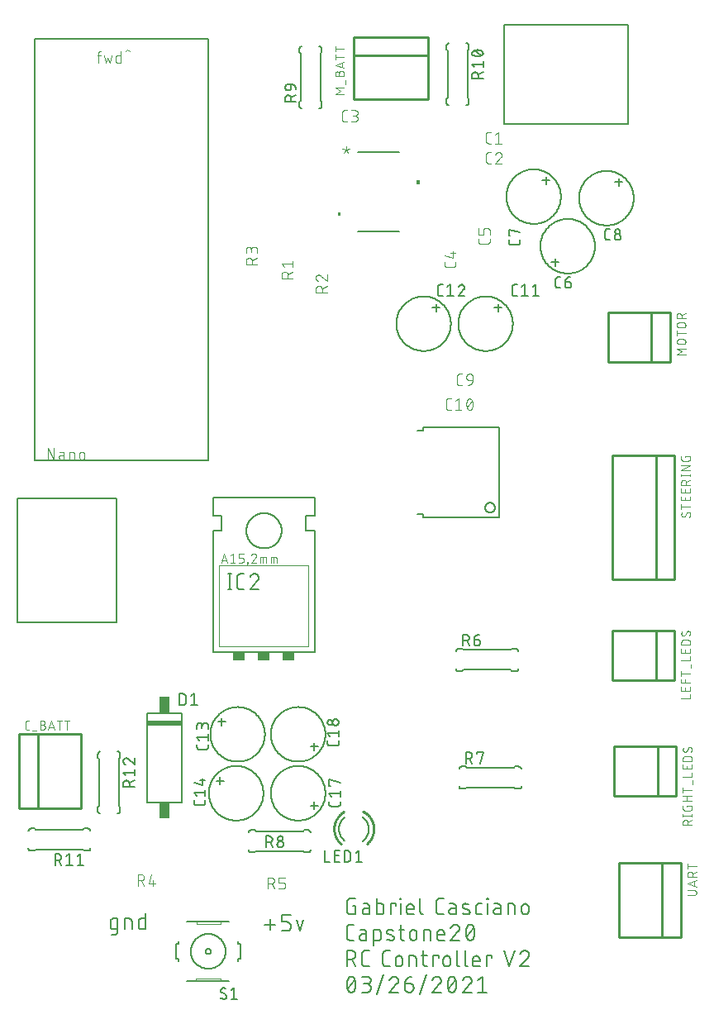
<source format=gbr>
G04 EAGLE Gerber RS-274X export*
G75*
%MOMM*%
%FSLAX34Y34*%
%LPD*%
%INSilkscreen Top*%
%IPPOS*%
%AMOC8*
5,1,8,0,0,1.08239X$1,22.5*%
G01*
%ADD10C,0.152400*%
%ADD11C,0.101600*%
%ADD12C,0.127000*%
%ADD13C,0.076200*%
%ADD14C,0.203200*%
%ADD15C,0.050800*%
%ADD16R,1.270000X0.889000*%
%ADD17C,0.177800*%
%ADD18R,3.556000X0.508000*%
%ADD19R,1.066800X1.651000*%
%ADD20C,0.254000*%

G36*
X427421Y831632D02*
X427421Y831632D01*
X427423Y831631D01*
X427466Y831651D01*
X427509Y831670D01*
X427510Y831672D01*
X427512Y831673D01*
X427545Y831758D01*
X427545Y835568D01*
X427544Y835570D01*
X427545Y835572D01*
X427525Y835615D01*
X427506Y835658D01*
X427504Y835659D01*
X427503Y835661D01*
X427419Y835694D01*
X424879Y835694D01*
X424877Y835693D01*
X424874Y835694D01*
X424831Y835674D01*
X424788Y835655D01*
X424787Y835653D01*
X424785Y835652D01*
X424752Y835568D01*
X424752Y831758D01*
X424753Y831756D01*
X424752Y831753D01*
X424772Y831710D01*
X424791Y831667D01*
X424793Y831666D01*
X424794Y831664D01*
X424879Y831631D01*
X427419Y831631D01*
X427421Y831632D01*
G37*
G36*
X346649Y799132D02*
X346649Y799132D01*
X346651Y799131D01*
X346694Y799151D01*
X346737Y799170D01*
X346738Y799172D01*
X346740Y799173D01*
X346773Y799258D01*
X346773Y803068D01*
X346772Y803070D01*
X346773Y803072D01*
X346753Y803115D01*
X346734Y803158D01*
X346732Y803159D01*
X346731Y803161D01*
X346647Y803194D01*
X344107Y803194D01*
X344105Y803193D01*
X344102Y803194D01*
X344059Y803174D01*
X344016Y803155D01*
X344015Y803153D01*
X344013Y803152D01*
X343980Y803068D01*
X343980Y799258D01*
X343981Y799256D01*
X343980Y799253D01*
X344000Y799210D01*
X344019Y799167D01*
X344021Y799166D01*
X344022Y799164D01*
X344107Y799131D01*
X346647Y799131D01*
X346649Y799132D01*
G37*
D10*
X269028Y73441D02*
X279865Y73441D01*
X274447Y68023D02*
X274447Y78860D01*
X286604Y67120D02*
X292023Y67120D01*
X292141Y67122D01*
X292259Y67128D01*
X292377Y67137D01*
X292494Y67151D01*
X292611Y67168D01*
X292728Y67189D01*
X292843Y67214D01*
X292958Y67243D01*
X293072Y67276D01*
X293184Y67312D01*
X293295Y67352D01*
X293405Y67395D01*
X293514Y67442D01*
X293621Y67492D01*
X293726Y67547D01*
X293829Y67604D01*
X293930Y67665D01*
X294030Y67729D01*
X294127Y67796D01*
X294222Y67866D01*
X294314Y67940D01*
X294405Y68016D01*
X294492Y68096D01*
X294577Y68178D01*
X294659Y68263D01*
X294739Y68350D01*
X294815Y68441D01*
X294889Y68533D01*
X294959Y68628D01*
X295026Y68725D01*
X295090Y68825D01*
X295151Y68926D01*
X295208Y69029D01*
X295263Y69134D01*
X295313Y69241D01*
X295360Y69350D01*
X295403Y69460D01*
X295443Y69571D01*
X295479Y69683D01*
X295512Y69797D01*
X295541Y69912D01*
X295566Y70027D01*
X295587Y70144D01*
X295604Y70261D01*
X295618Y70378D01*
X295627Y70496D01*
X295633Y70614D01*
X295635Y70732D01*
X295636Y70732D02*
X295636Y72538D01*
X295635Y72538D02*
X295633Y72656D01*
X295627Y72774D01*
X295618Y72892D01*
X295604Y73009D01*
X295587Y73126D01*
X295566Y73243D01*
X295541Y73358D01*
X295512Y73473D01*
X295479Y73587D01*
X295443Y73699D01*
X295403Y73810D01*
X295360Y73920D01*
X295313Y74029D01*
X295263Y74136D01*
X295208Y74241D01*
X295151Y74344D01*
X295090Y74445D01*
X295026Y74545D01*
X294959Y74642D01*
X294889Y74737D01*
X294815Y74829D01*
X294739Y74920D01*
X294659Y75007D01*
X294577Y75092D01*
X294492Y75174D01*
X294405Y75254D01*
X294314Y75330D01*
X294222Y75404D01*
X294127Y75474D01*
X294030Y75541D01*
X293930Y75605D01*
X293829Y75666D01*
X293726Y75723D01*
X293621Y75778D01*
X293514Y75828D01*
X293405Y75875D01*
X293295Y75918D01*
X293184Y75958D01*
X293072Y75994D01*
X292958Y76027D01*
X292843Y76056D01*
X292728Y76081D01*
X292611Y76102D01*
X292494Y76119D01*
X292377Y76133D01*
X292259Y76142D01*
X292141Y76148D01*
X292023Y76150D01*
X292023Y76151D02*
X286604Y76151D01*
X286604Y83376D01*
X295636Y83376D01*
X301576Y77957D02*
X305188Y67120D01*
X308801Y77957D01*
X118218Y68707D02*
X113703Y68707D01*
X113602Y68709D01*
X113501Y68715D01*
X113400Y68724D01*
X113299Y68737D01*
X113199Y68754D01*
X113100Y68775D01*
X113002Y68799D01*
X112905Y68827D01*
X112808Y68859D01*
X112713Y68894D01*
X112620Y68933D01*
X112528Y68975D01*
X112437Y69021D01*
X112349Y69070D01*
X112262Y69122D01*
X112177Y69178D01*
X112094Y69236D01*
X112014Y69298D01*
X111936Y69363D01*
X111860Y69430D01*
X111787Y69500D01*
X111717Y69573D01*
X111650Y69649D01*
X111585Y69727D01*
X111523Y69807D01*
X111465Y69890D01*
X111409Y69975D01*
X111357Y70062D01*
X111308Y70150D01*
X111262Y70241D01*
X111220Y70333D01*
X111181Y70426D01*
X111146Y70521D01*
X111114Y70618D01*
X111086Y70715D01*
X111062Y70813D01*
X111041Y70912D01*
X111024Y71012D01*
X111011Y71113D01*
X111002Y71214D01*
X110996Y71315D01*
X110994Y71416D01*
X110993Y71416D02*
X110993Y76835D01*
X110994Y76835D02*
X110996Y76936D01*
X111002Y77037D01*
X111011Y77138D01*
X111024Y77239D01*
X111041Y77339D01*
X111062Y77438D01*
X111086Y77536D01*
X111114Y77633D01*
X111146Y77730D01*
X111181Y77825D01*
X111220Y77918D01*
X111262Y78010D01*
X111308Y78101D01*
X111357Y78190D01*
X111409Y78276D01*
X111465Y78361D01*
X111523Y78444D01*
X111585Y78524D01*
X111650Y78602D01*
X111717Y78678D01*
X111787Y78751D01*
X111860Y78821D01*
X111936Y78888D01*
X112014Y78953D01*
X112094Y79015D01*
X112177Y79073D01*
X112262Y79129D01*
X112349Y79181D01*
X112437Y79230D01*
X112528Y79276D01*
X112620Y79318D01*
X112713Y79357D01*
X112808Y79392D01*
X112905Y79424D01*
X113002Y79452D01*
X113100Y79476D01*
X113199Y79497D01*
X113299Y79514D01*
X113400Y79527D01*
X113501Y79536D01*
X113602Y79542D01*
X113703Y79544D01*
X118218Y79544D01*
X118218Y65998D01*
X118216Y65894D01*
X118210Y65791D01*
X118200Y65687D01*
X118186Y65584D01*
X118168Y65482D01*
X118147Y65381D01*
X118121Y65280D01*
X118092Y65181D01*
X118059Y65082D01*
X118022Y64985D01*
X117981Y64890D01*
X117937Y64796D01*
X117889Y64704D01*
X117838Y64614D01*
X117783Y64525D01*
X117725Y64439D01*
X117663Y64356D01*
X117599Y64274D01*
X117531Y64196D01*
X117461Y64120D01*
X117388Y64046D01*
X117311Y63976D01*
X117233Y63908D01*
X117151Y63844D01*
X117068Y63782D01*
X116982Y63724D01*
X116893Y63669D01*
X116803Y63618D01*
X116711Y63570D01*
X116617Y63526D01*
X116522Y63485D01*
X116425Y63448D01*
X116326Y63415D01*
X116227Y63386D01*
X116126Y63360D01*
X116025Y63339D01*
X115923Y63321D01*
X115820Y63307D01*
X115716Y63297D01*
X115613Y63291D01*
X115509Y63289D01*
X115509Y63288D02*
X111897Y63288D01*
X125656Y68707D02*
X125656Y79544D01*
X130171Y79544D01*
X130275Y79542D01*
X130378Y79536D01*
X130482Y79526D01*
X130585Y79512D01*
X130687Y79494D01*
X130788Y79473D01*
X130889Y79447D01*
X130988Y79418D01*
X131087Y79385D01*
X131184Y79348D01*
X131279Y79307D01*
X131373Y79263D01*
X131465Y79215D01*
X131555Y79164D01*
X131644Y79109D01*
X131730Y79051D01*
X131813Y78989D01*
X131895Y78925D01*
X131973Y78857D01*
X132049Y78787D01*
X132123Y78714D01*
X132193Y78637D01*
X132261Y78559D01*
X132325Y78477D01*
X132387Y78394D01*
X132445Y78308D01*
X132500Y78219D01*
X132551Y78129D01*
X132599Y78037D01*
X132643Y77943D01*
X132684Y77848D01*
X132721Y77751D01*
X132754Y77652D01*
X132783Y77553D01*
X132809Y77452D01*
X132830Y77351D01*
X132848Y77249D01*
X132862Y77146D01*
X132872Y77042D01*
X132878Y76939D01*
X132880Y76835D01*
X132881Y76835D02*
X132881Y68707D01*
X146876Y68707D02*
X146876Y84963D01*
X146876Y68707D02*
X142360Y68707D01*
X142259Y68709D01*
X142158Y68715D01*
X142057Y68724D01*
X141956Y68737D01*
X141856Y68754D01*
X141757Y68775D01*
X141659Y68799D01*
X141562Y68827D01*
X141465Y68859D01*
X141370Y68894D01*
X141277Y68933D01*
X141185Y68975D01*
X141094Y69021D01*
X141006Y69070D01*
X140919Y69122D01*
X140834Y69178D01*
X140751Y69236D01*
X140671Y69298D01*
X140593Y69363D01*
X140517Y69430D01*
X140444Y69500D01*
X140374Y69573D01*
X140307Y69649D01*
X140242Y69727D01*
X140180Y69807D01*
X140122Y69890D01*
X140066Y69975D01*
X140014Y70062D01*
X139965Y70150D01*
X139919Y70241D01*
X139877Y70333D01*
X139838Y70426D01*
X139803Y70521D01*
X139771Y70618D01*
X139743Y70715D01*
X139719Y70813D01*
X139698Y70912D01*
X139681Y71012D01*
X139668Y71113D01*
X139659Y71214D01*
X139653Y71315D01*
X139651Y71416D01*
X139651Y76835D01*
X139653Y76936D01*
X139659Y77037D01*
X139668Y77138D01*
X139681Y77239D01*
X139698Y77339D01*
X139719Y77438D01*
X139743Y77536D01*
X139771Y77633D01*
X139803Y77730D01*
X139838Y77825D01*
X139877Y77918D01*
X139919Y78010D01*
X139965Y78101D01*
X140014Y78190D01*
X140066Y78276D01*
X140122Y78361D01*
X140180Y78444D01*
X140242Y78524D01*
X140307Y78602D01*
X140374Y78678D01*
X140444Y78751D01*
X140517Y78821D01*
X140593Y78888D01*
X140671Y78953D01*
X140751Y79015D01*
X140834Y79073D01*
X140919Y79129D01*
X141006Y79181D01*
X141094Y79230D01*
X141185Y79276D01*
X141277Y79318D01*
X141370Y79357D01*
X141465Y79392D01*
X141562Y79424D01*
X141659Y79452D01*
X141757Y79476D01*
X141856Y79497D01*
X141956Y79514D01*
X142057Y79527D01*
X142158Y79536D01*
X142259Y79542D01*
X142360Y79544D01*
X146876Y79544D01*
X359509Y92978D02*
X362218Y92978D01*
X362218Y83947D01*
X356799Y83947D01*
X356681Y83949D01*
X356563Y83955D01*
X356445Y83964D01*
X356328Y83978D01*
X356211Y83995D01*
X356094Y84016D01*
X355979Y84041D01*
X355864Y84070D01*
X355750Y84103D01*
X355638Y84139D01*
X355527Y84179D01*
X355417Y84222D01*
X355308Y84269D01*
X355201Y84319D01*
X355096Y84374D01*
X354993Y84431D01*
X354892Y84492D01*
X354792Y84556D01*
X354695Y84623D01*
X354600Y84693D01*
X354508Y84767D01*
X354417Y84843D01*
X354330Y84923D01*
X354245Y85005D01*
X354163Y85090D01*
X354083Y85177D01*
X354007Y85268D01*
X353933Y85360D01*
X353863Y85455D01*
X353796Y85552D01*
X353732Y85652D01*
X353671Y85753D01*
X353614Y85856D01*
X353559Y85961D01*
X353509Y86068D01*
X353462Y86177D01*
X353419Y86287D01*
X353379Y86398D01*
X353343Y86510D01*
X353310Y86624D01*
X353281Y86739D01*
X353256Y86854D01*
X353235Y86971D01*
X353218Y87088D01*
X353204Y87205D01*
X353195Y87323D01*
X353189Y87441D01*
X353187Y87559D01*
X353187Y96591D01*
X353189Y96709D01*
X353195Y96827D01*
X353204Y96945D01*
X353218Y97062D01*
X353235Y97179D01*
X353256Y97296D01*
X353281Y97411D01*
X353310Y97526D01*
X353343Y97640D01*
X353379Y97752D01*
X353419Y97863D01*
X353462Y97973D01*
X353509Y98082D01*
X353559Y98189D01*
X353613Y98294D01*
X353671Y98397D01*
X353732Y98498D01*
X353796Y98598D01*
X353863Y98695D01*
X353933Y98790D01*
X354007Y98882D01*
X354083Y98973D01*
X354163Y99060D01*
X354245Y99145D01*
X354330Y99227D01*
X354417Y99307D01*
X354508Y99383D01*
X354600Y99457D01*
X354695Y99527D01*
X354792Y99594D01*
X354892Y99658D01*
X354993Y99719D01*
X355096Y99776D01*
X355201Y99830D01*
X355308Y99881D01*
X355417Y99928D01*
X355527Y99971D01*
X355638Y100011D01*
X355750Y100047D01*
X355864Y100080D01*
X355979Y100109D01*
X356094Y100134D01*
X356211Y100155D01*
X356328Y100172D01*
X356445Y100186D01*
X356563Y100195D01*
X356681Y100201D01*
X356799Y100203D01*
X362218Y100203D01*
X372288Y90269D02*
X376352Y90269D01*
X372288Y90269D02*
X372176Y90267D01*
X372065Y90261D01*
X371954Y90251D01*
X371843Y90238D01*
X371733Y90220D01*
X371624Y90198D01*
X371515Y90173D01*
X371407Y90144D01*
X371301Y90111D01*
X371195Y90074D01*
X371091Y90034D01*
X370989Y89990D01*
X370888Y89942D01*
X370789Y89891D01*
X370691Y89836D01*
X370596Y89778D01*
X370503Y89717D01*
X370412Y89652D01*
X370323Y89584D01*
X370237Y89513D01*
X370154Y89440D01*
X370073Y89363D01*
X369994Y89283D01*
X369919Y89201D01*
X369847Y89116D01*
X369777Y89029D01*
X369711Y88939D01*
X369648Y88847D01*
X369588Y88752D01*
X369532Y88656D01*
X369479Y88558D01*
X369430Y88458D01*
X369384Y88356D01*
X369342Y88253D01*
X369303Y88148D01*
X369268Y88042D01*
X369237Y87935D01*
X369210Y87827D01*
X369186Y87718D01*
X369167Y87608D01*
X369151Y87498D01*
X369139Y87387D01*
X369131Y87275D01*
X369127Y87164D01*
X369127Y87052D01*
X369131Y86941D01*
X369139Y86829D01*
X369151Y86718D01*
X369167Y86608D01*
X369186Y86498D01*
X369210Y86389D01*
X369237Y86281D01*
X369268Y86174D01*
X369303Y86068D01*
X369342Y85963D01*
X369384Y85860D01*
X369430Y85758D01*
X369479Y85658D01*
X369532Y85560D01*
X369588Y85464D01*
X369648Y85369D01*
X369711Y85277D01*
X369777Y85187D01*
X369847Y85100D01*
X369919Y85015D01*
X369994Y84933D01*
X370073Y84853D01*
X370154Y84776D01*
X370237Y84703D01*
X370323Y84632D01*
X370412Y84564D01*
X370503Y84499D01*
X370596Y84438D01*
X370691Y84380D01*
X370789Y84325D01*
X370888Y84274D01*
X370989Y84226D01*
X371091Y84182D01*
X371195Y84142D01*
X371301Y84105D01*
X371407Y84072D01*
X371515Y84043D01*
X371624Y84018D01*
X371733Y83996D01*
X371843Y83978D01*
X371954Y83965D01*
X372065Y83955D01*
X372176Y83949D01*
X372288Y83947D01*
X376352Y83947D01*
X376352Y92075D01*
X376350Y92176D01*
X376344Y92277D01*
X376335Y92378D01*
X376322Y92479D01*
X376305Y92579D01*
X376284Y92678D01*
X376260Y92776D01*
X376232Y92873D01*
X376200Y92970D01*
X376165Y93065D01*
X376126Y93158D01*
X376084Y93250D01*
X376038Y93341D01*
X375989Y93430D01*
X375937Y93516D01*
X375881Y93601D01*
X375823Y93684D01*
X375761Y93764D01*
X375696Y93842D01*
X375629Y93918D01*
X375559Y93991D01*
X375486Y94061D01*
X375410Y94128D01*
X375332Y94193D01*
X375252Y94255D01*
X375169Y94313D01*
X375084Y94369D01*
X374998Y94421D01*
X374909Y94470D01*
X374818Y94516D01*
X374726Y94558D01*
X374633Y94597D01*
X374538Y94632D01*
X374441Y94664D01*
X374344Y94692D01*
X374246Y94716D01*
X374147Y94737D01*
X374047Y94754D01*
X373946Y94767D01*
X373845Y94776D01*
X373744Y94782D01*
X373643Y94784D01*
X370030Y94784D01*
X383863Y100203D02*
X383863Y83947D01*
X388378Y83947D01*
X388482Y83949D01*
X388585Y83955D01*
X388689Y83965D01*
X388792Y83979D01*
X388894Y83997D01*
X388995Y84018D01*
X389096Y84044D01*
X389195Y84073D01*
X389294Y84106D01*
X389391Y84143D01*
X389486Y84184D01*
X389580Y84228D01*
X389672Y84276D01*
X389762Y84327D01*
X389851Y84382D01*
X389937Y84440D01*
X390020Y84502D01*
X390102Y84566D01*
X390180Y84634D01*
X390256Y84704D01*
X390330Y84777D01*
X390400Y84854D01*
X390468Y84932D01*
X390532Y85014D01*
X390594Y85097D01*
X390652Y85183D01*
X390707Y85272D01*
X390758Y85362D01*
X390806Y85454D01*
X390850Y85548D01*
X390891Y85643D01*
X390928Y85740D01*
X390961Y85839D01*
X390990Y85938D01*
X391016Y86039D01*
X391037Y86140D01*
X391055Y86242D01*
X391069Y86345D01*
X391079Y86449D01*
X391085Y86552D01*
X391087Y86656D01*
X391088Y86656D02*
X391088Y92075D01*
X391087Y92075D02*
X391085Y92176D01*
X391079Y92277D01*
X391070Y92378D01*
X391057Y92479D01*
X391040Y92579D01*
X391019Y92678D01*
X390995Y92776D01*
X390967Y92873D01*
X390935Y92970D01*
X390900Y93065D01*
X390861Y93158D01*
X390819Y93250D01*
X390773Y93341D01*
X390724Y93430D01*
X390672Y93516D01*
X390616Y93601D01*
X390558Y93684D01*
X390496Y93764D01*
X390431Y93842D01*
X390364Y93918D01*
X390294Y93991D01*
X390221Y94061D01*
X390145Y94128D01*
X390067Y94193D01*
X389987Y94255D01*
X389904Y94313D01*
X389819Y94369D01*
X389733Y94421D01*
X389644Y94470D01*
X389553Y94516D01*
X389461Y94558D01*
X389368Y94597D01*
X389273Y94632D01*
X389176Y94664D01*
X389079Y94692D01*
X388981Y94716D01*
X388882Y94737D01*
X388782Y94754D01*
X388681Y94767D01*
X388580Y94776D01*
X388479Y94782D01*
X388378Y94784D01*
X383863Y94784D01*
X397942Y94784D02*
X397942Y83947D01*
X397942Y94784D02*
X403361Y94784D01*
X403361Y92978D01*
X408243Y94784D02*
X408243Y83947D01*
X407792Y99300D02*
X407792Y100203D01*
X408695Y100203D01*
X408695Y99300D01*
X407792Y99300D01*
X417240Y83947D02*
X421756Y83947D01*
X417240Y83947D02*
X417139Y83949D01*
X417038Y83955D01*
X416937Y83964D01*
X416836Y83977D01*
X416736Y83994D01*
X416637Y84015D01*
X416539Y84039D01*
X416442Y84067D01*
X416345Y84099D01*
X416250Y84134D01*
X416157Y84173D01*
X416065Y84215D01*
X415974Y84261D01*
X415886Y84310D01*
X415799Y84362D01*
X415714Y84418D01*
X415631Y84476D01*
X415551Y84538D01*
X415473Y84603D01*
X415397Y84670D01*
X415324Y84740D01*
X415254Y84813D01*
X415187Y84889D01*
X415122Y84967D01*
X415060Y85047D01*
X415002Y85130D01*
X414946Y85215D01*
X414894Y85302D01*
X414845Y85390D01*
X414799Y85481D01*
X414757Y85573D01*
X414718Y85666D01*
X414683Y85761D01*
X414651Y85858D01*
X414623Y85955D01*
X414599Y86053D01*
X414578Y86152D01*
X414561Y86252D01*
X414548Y86353D01*
X414539Y86454D01*
X414533Y86555D01*
X414531Y86656D01*
X414531Y91172D01*
X414533Y91291D01*
X414539Y91411D01*
X414549Y91530D01*
X414563Y91648D01*
X414580Y91767D01*
X414602Y91884D01*
X414627Y92001D01*
X414657Y92116D01*
X414690Y92231D01*
X414727Y92345D01*
X414767Y92457D01*
X414812Y92568D01*
X414860Y92677D01*
X414911Y92785D01*
X414966Y92891D01*
X415025Y92995D01*
X415087Y93097D01*
X415152Y93197D01*
X415221Y93295D01*
X415293Y93391D01*
X415368Y93484D01*
X415445Y93574D01*
X415526Y93662D01*
X415610Y93747D01*
X415697Y93829D01*
X415786Y93909D01*
X415878Y93985D01*
X415972Y94059D01*
X416069Y94129D01*
X416167Y94196D01*
X416268Y94260D01*
X416372Y94320D01*
X416477Y94377D01*
X416584Y94430D01*
X416692Y94480D01*
X416802Y94526D01*
X416914Y94568D01*
X417027Y94607D01*
X417141Y94642D01*
X417256Y94673D01*
X417373Y94701D01*
X417490Y94724D01*
X417607Y94744D01*
X417726Y94760D01*
X417845Y94772D01*
X417964Y94780D01*
X418083Y94784D01*
X418203Y94784D01*
X418322Y94780D01*
X418441Y94772D01*
X418560Y94760D01*
X418679Y94744D01*
X418796Y94724D01*
X418913Y94701D01*
X419030Y94673D01*
X419145Y94642D01*
X419259Y94607D01*
X419372Y94568D01*
X419484Y94526D01*
X419594Y94480D01*
X419702Y94430D01*
X419809Y94377D01*
X419914Y94320D01*
X420018Y94260D01*
X420119Y94196D01*
X420217Y94129D01*
X420314Y94059D01*
X420408Y93985D01*
X420500Y93909D01*
X420589Y93829D01*
X420676Y93747D01*
X420760Y93662D01*
X420841Y93574D01*
X420918Y93484D01*
X420993Y93391D01*
X421065Y93295D01*
X421134Y93197D01*
X421199Y93097D01*
X421261Y92995D01*
X421320Y92891D01*
X421375Y92785D01*
X421426Y92677D01*
X421474Y92568D01*
X421519Y92457D01*
X421559Y92345D01*
X421596Y92231D01*
X421629Y92116D01*
X421659Y92001D01*
X421684Y91884D01*
X421706Y91767D01*
X421723Y91648D01*
X421737Y91530D01*
X421747Y91411D01*
X421753Y91291D01*
X421755Y91172D01*
X421756Y91172D02*
X421756Y89366D01*
X414531Y89366D01*
X428315Y86656D02*
X428315Y100203D01*
X428315Y86656D02*
X428317Y86555D01*
X428323Y86454D01*
X428332Y86353D01*
X428345Y86252D01*
X428362Y86152D01*
X428383Y86053D01*
X428407Y85955D01*
X428435Y85858D01*
X428467Y85761D01*
X428502Y85666D01*
X428541Y85573D01*
X428583Y85481D01*
X428629Y85390D01*
X428678Y85302D01*
X428730Y85215D01*
X428786Y85130D01*
X428844Y85047D01*
X428906Y84967D01*
X428971Y84889D01*
X429038Y84813D01*
X429108Y84740D01*
X429181Y84670D01*
X429257Y84603D01*
X429335Y84538D01*
X429415Y84476D01*
X429498Y84418D01*
X429583Y84362D01*
X429670Y84310D01*
X429758Y84261D01*
X429849Y84215D01*
X429941Y84173D01*
X430034Y84134D01*
X430129Y84099D01*
X430226Y84067D01*
X430323Y84039D01*
X430421Y84015D01*
X430520Y83994D01*
X430620Y83977D01*
X430721Y83964D01*
X430822Y83955D01*
X430923Y83949D01*
X431024Y83947D01*
X448463Y83947D02*
X452076Y83947D01*
X448463Y83947D02*
X448345Y83949D01*
X448227Y83955D01*
X448109Y83964D01*
X447992Y83978D01*
X447875Y83995D01*
X447758Y84016D01*
X447643Y84041D01*
X447528Y84070D01*
X447414Y84103D01*
X447302Y84139D01*
X447191Y84179D01*
X447081Y84222D01*
X446972Y84269D01*
X446865Y84319D01*
X446760Y84374D01*
X446657Y84431D01*
X446556Y84492D01*
X446456Y84556D01*
X446359Y84623D01*
X446264Y84693D01*
X446172Y84767D01*
X446081Y84843D01*
X445994Y84923D01*
X445909Y85005D01*
X445827Y85090D01*
X445747Y85177D01*
X445671Y85268D01*
X445597Y85360D01*
X445527Y85455D01*
X445460Y85552D01*
X445396Y85652D01*
X445335Y85753D01*
X445278Y85856D01*
X445223Y85961D01*
X445173Y86068D01*
X445126Y86177D01*
X445083Y86287D01*
X445043Y86398D01*
X445007Y86510D01*
X444974Y86624D01*
X444945Y86739D01*
X444920Y86854D01*
X444899Y86971D01*
X444882Y87088D01*
X444868Y87205D01*
X444859Y87323D01*
X444853Y87441D01*
X444851Y87559D01*
X444851Y96591D01*
X444853Y96709D01*
X444859Y96827D01*
X444868Y96945D01*
X444882Y97062D01*
X444899Y97179D01*
X444920Y97296D01*
X444945Y97411D01*
X444974Y97526D01*
X445007Y97640D01*
X445043Y97752D01*
X445083Y97863D01*
X445126Y97973D01*
X445173Y98082D01*
X445223Y98189D01*
X445277Y98294D01*
X445335Y98397D01*
X445396Y98498D01*
X445460Y98598D01*
X445527Y98695D01*
X445597Y98790D01*
X445671Y98882D01*
X445747Y98973D01*
X445827Y99060D01*
X445909Y99145D01*
X445994Y99227D01*
X446081Y99307D01*
X446172Y99383D01*
X446264Y99457D01*
X446359Y99527D01*
X446456Y99594D01*
X446556Y99658D01*
X446657Y99719D01*
X446760Y99776D01*
X446865Y99830D01*
X446972Y99881D01*
X447081Y99928D01*
X447191Y99971D01*
X447302Y100011D01*
X447414Y100047D01*
X447528Y100080D01*
X447643Y100109D01*
X447758Y100134D01*
X447875Y100155D01*
X447992Y100172D01*
X448109Y100186D01*
X448227Y100195D01*
X448345Y100201D01*
X448463Y100203D01*
X452076Y100203D01*
X460865Y90269D02*
X464929Y90269D01*
X460865Y90269D02*
X460753Y90267D01*
X460642Y90261D01*
X460531Y90251D01*
X460420Y90238D01*
X460310Y90220D01*
X460201Y90198D01*
X460092Y90173D01*
X459984Y90144D01*
X459878Y90111D01*
X459772Y90074D01*
X459668Y90034D01*
X459566Y89990D01*
X459465Y89942D01*
X459366Y89891D01*
X459268Y89836D01*
X459173Y89778D01*
X459080Y89717D01*
X458989Y89652D01*
X458900Y89584D01*
X458814Y89513D01*
X458731Y89440D01*
X458650Y89363D01*
X458571Y89283D01*
X458496Y89201D01*
X458424Y89116D01*
X458354Y89029D01*
X458288Y88939D01*
X458225Y88847D01*
X458165Y88752D01*
X458109Y88656D01*
X458056Y88558D01*
X458007Y88458D01*
X457961Y88356D01*
X457919Y88253D01*
X457880Y88148D01*
X457845Y88042D01*
X457814Y87935D01*
X457787Y87827D01*
X457763Y87718D01*
X457744Y87608D01*
X457728Y87498D01*
X457716Y87387D01*
X457708Y87275D01*
X457704Y87164D01*
X457704Y87052D01*
X457708Y86941D01*
X457716Y86829D01*
X457728Y86718D01*
X457744Y86608D01*
X457763Y86498D01*
X457787Y86389D01*
X457814Y86281D01*
X457845Y86174D01*
X457880Y86068D01*
X457919Y85963D01*
X457961Y85860D01*
X458007Y85758D01*
X458056Y85658D01*
X458109Y85560D01*
X458165Y85464D01*
X458225Y85369D01*
X458288Y85277D01*
X458354Y85187D01*
X458424Y85100D01*
X458496Y85015D01*
X458571Y84933D01*
X458650Y84853D01*
X458731Y84776D01*
X458814Y84703D01*
X458900Y84632D01*
X458989Y84564D01*
X459080Y84499D01*
X459173Y84438D01*
X459268Y84380D01*
X459366Y84325D01*
X459465Y84274D01*
X459566Y84226D01*
X459668Y84182D01*
X459772Y84142D01*
X459878Y84105D01*
X459984Y84072D01*
X460092Y84043D01*
X460201Y84018D01*
X460310Y83996D01*
X460420Y83978D01*
X460531Y83965D01*
X460642Y83955D01*
X460753Y83949D01*
X460865Y83947D01*
X464929Y83947D01*
X464929Y92075D01*
X464928Y92075D02*
X464926Y92176D01*
X464920Y92277D01*
X464911Y92378D01*
X464898Y92479D01*
X464881Y92579D01*
X464860Y92678D01*
X464836Y92776D01*
X464808Y92873D01*
X464776Y92970D01*
X464741Y93065D01*
X464702Y93158D01*
X464660Y93250D01*
X464614Y93341D01*
X464565Y93430D01*
X464513Y93516D01*
X464457Y93601D01*
X464399Y93684D01*
X464337Y93764D01*
X464272Y93842D01*
X464205Y93918D01*
X464135Y93991D01*
X464062Y94061D01*
X463986Y94128D01*
X463908Y94193D01*
X463828Y94255D01*
X463745Y94313D01*
X463660Y94369D01*
X463574Y94421D01*
X463485Y94470D01*
X463394Y94516D01*
X463302Y94558D01*
X463209Y94597D01*
X463114Y94632D01*
X463017Y94664D01*
X462920Y94692D01*
X462822Y94716D01*
X462723Y94737D01*
X462623Y94754D01*
X462522Y94767D01*
X462421Y94776D01*
X462320Y94782D01*
X462219Y94784D01*
X458607Y94784D01*
X473200Y90269D02*
X477715Y88463D01*
X473200Y90269D02*
X473112Y90306D01*
X473026Y90347D01*
X472941Y90391D01*
X472858Y90439D01*
X472778Y90490D01*
X472699Y90544D01*
X472623Y90602D01*
X472549Y90662D01*
X472477Y90726D01*
X472409Y90792D01*
X472343Y90862D01*
X472280Y90933D01*
X472219Y91008D01*
X472162Y91084D01*
X472109Y91163D01*
X472058Y91244D01*
X472011Y91327D01*
X471967Y91412D01*
X471927Y91499D01*
X471890Y91587D01*
X471857Y91677D01*
X471827Y91768D01*
X471802Y91860D01*
X471780Y91953D01*
X471762Y92047D01*
X471747Y92141D01*
X471737Y92236D01*
X471731Y92332D01*
X471728Y92427D01*
X471729Y92523D01*
X471735Y92618D01*
X471744Y92714D01*
X471757Y92808D01*
X471773Y92902D01*
X471794Y92996D01*
X471819Y93088D01*
X471847Y93179D01*
X471879Y93269D01*
X471914Y93358D01*
X471953Y93445D01*
X471996Y93531D01*
X472042Y93615D01*
X472092Y93696D01*
X472144Y93776D01*
X472200Y93854D01*
X472260Y93929D01*
X472322Y94001D01*
X472387Y94071D01*
X472455Y94139D01*
X472525Y94203D01*
X472598Y94265D01*
X472674Y94323D01*
X472752Y94379D01*
X472832Y94431D01*
X472914Y94480D01*
X472998Y94525D01*
X473084Y94567D01*
X473171Y94606D01*
X473260Y94641D01*
X473351Y94672D01*
X473442Y94699D01*
X473535Y94723D01*
X473628Y94743D01*
X473722Y94759D01*
X473817Y94771D01*
X473912Y94780D01*
X474008Y94784D01*
X474103Y94785D01*
X474350Y94778D01*
X474596Y94766D01*
X474842Y94748D01*
X475088Y94723D01*
X475332Y94693D01*
X475576Y94657D01*
X475819Y94616D01*
X476061Y94568D01*
X476302Y94514D01*
X476541Y94455D01*
X476779Y94390D01*
X477015Y94319D01*
X477250Y94243D01*
X477483Y94161D01*
X477713Y94073D01*
X477941Y93980D01*
X478168Y93882D01*
X477716Y88462D02*
X477804Y88425D01*
X477890Y88384D01*
X477975Y88340D01*
X478058Y88292D01*
X478138Y88241D01*
X478217Y88187D01*
X478293Y88129D01*
X478367Y88069D01*
X478439Y88005D01*
X478507Y87939D01*
X478573Y87869D01*
X478636Y87798D01*
X478697Y87723D01*
X478754Y87647D01*
X478807Y87568D01*
X478858Y87487D01*
X478905Y87404D01*
X478949Y87319D01*
X478989Y87232D01*
X479026Y87144D01*
X479059Y87054D01*
X479089Y86963D01*
X479114Y86871D01*
X479136Y86778D01*
X479154Y86684D01*
X479169Y86590D01*
X479179Y86495D01*
X479185Y86399D01*
X479188Y86304D01*
X479187Y86208D01*
X479181Y86113D01*
X479172Y86017D01*
X479159Y85923D01*
X479143Y85829D01*
X479122Y85735D01*
X479097Y85643D01*
X479069Y85552D01*
X479037Y85462D01*
X479002Y85373D01*
X478963Y85286D01*
X478920Y85200D01*
X478874Y85116D01*
X478824Y85035D01*
X478772Y84955D01*
X478716Y84877D01*
X478656Y84802D01*
X478594Y84730D01*
X478529Y84660D01*
X478461Y84592D01*
X478391Y84528D01*
X478318Y84466D01*
X478242Y84408D01*
X478164Y84352D01*
X478084Y84300D01*
X478002Y84251D01*
X477918Y84206D01*
X477832Y84164D01*
X477745Y84125D01*
X477656Y84090D01*
X477565Y84059D01*
X477474Y84032D01*
X477381Y84008D01*
X477288Y83988D01*
X477194Y83972D01*
X477099Y83960D01*
X477004Y83951D01*
X476908Y83947D01*
X476813Y83946D01*
X476812Y83947D02*
X476450Y83956D01*
X476088Y83974D01*
X475727Y84001D01*
X475367Y84036D01*
X475007Y84079D01*
X474648Y84131D01*
X474291Y84192D01*
X473936Y84261D01*
X473582Y84338D01*
X473230Y84424D01*
X472880Y84518D01*
X472532Y84621D01*
X472187Y84731D01*
X471845Y84850D01*
X488119Y83947D02*
X491732Y83947D01*
X488119Y83947D02*
X488018Y83949D01*
X487917Y83955D01*
X487816Y83964D01*
X487715Y83977D01*
X487615Y83994D01*
X487516Y84015D01*
X487418Y84039D01*
X487321Y84067D01*
X487224Y84099D01*
X487129Y84134D01*
X487036Y84173D01*
X486944Y84215D01*
X486853Y84261D01*
X486765Y84310D01*
X486678Y84362D01*
X486593Y84418D01*
X486510Y84476D01*
X486430Y84538D01*
X486352Y84603D01*
X486276Y84670D01*
X486203Y84740D01*
X486133Y84813D01*
X486066Y84889D01*
X486001Y84967D01*
X485939Y85047D01*
X485881Y85130D01*
X485825Y85215D01*
X485773Y85302D01*
X485724Y85390D01*
X485678Y85481D01*
X485636Y85573D01*
X485597Y85666D01*
X485562Y85761D01*
X485530Y85858D01*
X485502Y85955D01*
X485478Y86053D01*
X485457Y86152D01*
X485440Y86252D01*
X485427Y86353D01*
X485418Y86454D01*
X485412Y86555D01*
X485410Y86656D01*
X485410Y92075D01*
X485412Y92176D01*
X485418Y92277D01*
X485427Y92378D01*
X485440Y92479D01*
X485457Y92579D01*
X485478Y92678D01*
X485502Y92776D01*
X485530Y92873D01*
X485562Y92970D01*
X485597Y93065D01*
X485636Y93158D01*
X485678Y93250D01*
X485724Y93341D01*
X485773Y93430D01*
X485825Y93516D01*
X485881Y93601D01*
X485939Y93684D01*
X486001Y93764D01*
X486066Y93842D01*
X486133Y93918D01*
X486203Y93991D01*
X486276Y94061D01*
X486352Y94128D01*
X486430Y94193D01*
X486510Y94255D01*
X486593Y94313D01*
X486678Y94369D01*
X486765Y94421D01*
X486853Y94470D01*
X486944Y94516D01*
X487036Y94558D01*
X487129Y94597D01*
X487224Y94632D01*
X487321Y94664D01*
X487418Y94692D01*
X487516Y94716D01*
X487615Y94737D01*
X487715Y94754D01*
X487816Y94767D01*
X487917Y94776D01*
X488018Y94782D01*
X488119Y94784D01*
X491732Y94784D01*
X497341Y94784D02*
X497341Y83947D01*
X496890Y99300D02*
X496890Y100203D01*
X497793Y100203D01*
X497793Y99300D01*
X496890Y99300D01*
X506716Y90269D02*
X510780Y90269D01*
X506716Y90269D02*
X506604Y90267D01*
X506493Y90261D01*
X506382Y90251D01*
X506271Y90238D01*
X506161Y90220D01*
X506052Y90198D01*
X505943Y90173D01*
X505835Y90144D01*
X505729Y90111D01*
X505623Y90074D01*
X505519Y90034D01*
X505417Y89990D01*
X505316Y89942D01*
X505217Y89891D01*
X505119Y89836D01*
X505024Y89778D01*
X504931Y89717D01*
X504840Y89652D01*
X504751Y89584D01*
X504665Y89513D01*
X504582Y89440D01*
X504501Y89363D01*
X504422Y89283D01*
X504347Y89201D01*
X504275Y89116D01*
X504205Y89029D01*
X504139Y88939D01*
X504076Y88847D01*
X504016Y88752D01*
X503960Y88656D01*
X503907Y88558D01*
X503858Y88458D01*
X503812Y88356D01*
X503770Y88253D01*
X503731Y88148D01*
X503696Y88042D01*
X503665Y87935D01*
X503638Y87827D01*
X503614Y87718D01*
X503595Y87608D01*
X503579Y87498D01*
X503567Y87387D01*
X503559Y87275D01*
X503555Y87164D01*
X503555Y87052D01*
X503559Y86941D01*
X503567Y86829D01*
X503579Y86718D01*
X503595Y86608D01*
X503614Y86498D01*
X503638Y86389D01*
X503665Y86281D01*
X503696Y86174D01*
X503731Y86068D01*
X503770Y85963D01*
X503812Y85860D01*
X503858Y85758D01*
X503907Y85658D01*
X503960Y85560D01*
X504016Y85464D01*
X504076Y85369D01*
X504139Y85277D01*
X504205Y85187D01*
X504275Y85100D01*
X504347Y85015D01*
X504422Y84933D01*
X504501Y84853D01*
X504582Y84776D01*
X504665Y84703D01*
X504751Y84632D01*
X504840Y84564D01*
X504931Y84499D01*
X505024Y84438D01*
X505119Y84380D01*
X505217Y84325D01*
X505316Y84274D01*
X505417Y84226D01*
X505519Y84182D01*
X505623Y84142D01*
X505729Y84105D01*
X505835Y84072D01*
X505943Y84043D01*
X506052Y84018D01*
X506161Y83996D01*
X506271Y83978D01*
X506382Y83965D01*
X506493Y83955D01*
X506604Y83949D01*
X506716Y83947D01*
X510780Y83947D01*
X510780Y92075D01*
X510778Y92176D01*
X510772Y92277D01*
X510763Y92378D01*
X510750Y92479D01*
X510733Y92579D01*
X510712Y92678D01*
X510688Y92776D01*
X510660Y92873D01*
X510628Y92970D01*
X510593Y93065D01*
X510554Y93158D01*
X510512Y93250D01*
X510466Y93341D01*
X510417Y93430D01*
X510365Y93516D01*
X510309Y93601D01*
X510251Y93684D01*
X510189Y93764D01*
X510124Y93842D01*
X510057Y93918D01*
X509987Y93991D01*
X509914Y94061D01*
X509838Y94128D01*
X509760Y94193D01*
X509680Y94255D01*
X509597Y94313D01*
X509512Y94369D01*
X509426Y94421D01*
X509337Y94470D01*
X509246Y94516D01*
X509154Y94558D01*
X509061Y94597D01*
X508966Y94632D01*
X508869Y94664D01*
X508772Y94692D01*
X508674Y94716D01*
X508575Y94737D01*
X508475Y94754D01*
X508374Y94767D01*
X508273Y94776D01*
X508172Y94782D01*
X508071Y94784D01*
X504459Y94784D01*
X518218Y94784D02*
X518218Y83947D01*
X518218Y94784D02*
X522733Y94784D01*
X522837Y94782D01*
X522940Y94776D01*
X523044Y94766D01*
X523147Y94752D01*
X523249Y94734D01*
X523350Y94713D01*
X523451Y94687D01*
X523550Y94658D01*
X523649Y94625D01*
X523746Y94588D01*
X523841Y94547D01*
X523935Y94503D01*
X524027Y94455D01*
X524117Y94404D01*
X524206Y94349D01*
X524292Y94291D01*
X524375Y94229D01*
X524457Y94165D01*
X524535Y94097D01*
X524611Y94027D01*
X524685Y93954D01*
X524755Y93877D01*
X524823Y93799D01*
X524887Y93717D01*
X524949Y93634D01*
X525007Y93548D01*
X525062Y93459D01*
X525113Y93369D01*
X525161Y93277D01*
X525205Y93183D01*
X525246Y93088D01*
X525283Y92991D01*
X525316Y92892D01*
X525345Y92793D01*
X525371Y92692D01*
X525392Y92591D01*
X525410Y92489D01*
X525424Y92386D01*
X525434Y92282D01*
X525440Y92179D01*
X525442Y92075D01*
X525443Y92075D02*
X525443Y83947D01*
X532286Y87559D02*
X532286Y91172D01*
X532288Y91291D01*
X532294Y91411D01*
X532304Y91530D01*
X532318Y91648D01*
X532335Y91767D01*
X532357Y91884D01*
X532382Y92001D01*
X532412Y92116D01*
X532445Y92231D01*
X532482Y92345D01*
X532522Y92457D01*
X532567Y92568D01*
X532615Y92677D01*
X532666Y92785D01*
X532721Y92891D01*
X532780Y92995D01*
X532842Y93097D01*
X532907Y93197D01*
X532976Y93295D01*
X533048Y93391D01*
X533123Y93484D01*
X533200Y93574D01*
X533281Y93662D01*
X533365Y93747D01*
X533452Y93829D01*
X533541Y93909D01*
X533633Y93985D01*
X533727Y94059D01*
X533824Y94129D01*
X533922Y94196D01*
X534023Y94260D01*
X534127Y94320D01*
X534232Y94377D01*
X534339Y94430D01*
X534447Y94480D01*
X534557Y94526D01*
X534669Y94568D01*
X534782Y94607D01*
X534896Y94642D01*
X535011Y94673D01*
X535128Y94701D01*
X535245Y94724D01*
X535362Y94744D01*
X535481Y94760D01*
X535600Y94772D01*
X535719Y94780D01*
X535838Y94784D01*
X535958Y94784D01*
X536077Y94780D01*
X536196Y94772D01*
X536315Y94760D01*
X536434Y94744D01*
X536551Y94724D01*
X536668Y94701D01*
X536785Y94673D01*
X536900Y94642D01*
X537014Y94607D01*
X537127Y94568D01*
X537239Y94526D01*
X537349Y94480D01*
X537457Y94430D01*
X537564Y94377D01*
X537669Y94320D01*
X537773Y94260D01*
X537874Y94196D01*
X537972Y94129D01*
X538069Y94059D01*
X538163Y93985D01*
X538255Y93909D01*
X538344Y93829D01*
X538431Y93747D01*
X538515Y93662D01*
X538596Y93574D01*
X538673Y93484D01*
X538748Y93391D01*
X538820Y93295D01*
X538889Y93197D01*
X538954Y93097D01*
X539016Y92995D01*
X539075Y92891D01*
X539130Y92785D01*
X539181Y92677D01*
X539229Y92568D01*
X539274Y92457D01*
X539314Y92345D01*
X539351Y92231D01*
X539384Y92116D01*
X539414Y92001D01*
X539439Y91884D01*
X539461Y91767D01*
X539478Y91648D01*
X539492Y91530D01*
X539502Y91411D01*
X539508Y91291D01*
X539510Y91172D01*
X539511Y91172D02*
X539511Y87559D01*
X539510Y87559D02*
X539508Y87440D01*
X539502Y87320D01*
X539492Y87201D01*
X539478Y87083D01*
X539461Y86964D01*
X539439Y86847D01*
X539414Y86730D01*
X539384Y86615D01*
X539351Y86500D01*
X539314Y86386D01*
X539274Y86274D01*
X539229Y86163D01*
X539181Y86054D01*
X539130Y85946D01*
X539075Y85840D01*
X539016Y85736D01*
X538954Y85634D01*
X538889Y85534D01*
X538820Y85436D01*
X538748Y85340D01*
X538673Y85247D01*
X538596Y85157D01*
X538515Y85069D01*
X538431Y84984D01*
X538344Y84902D01*
X538255Y84822D01*
X538163Y84746D01*
X538069Y84672D01*
X537972Y84602D01*
X537874Y84535D01*
X537773Y84471D01*
X537669Y84411D01*
X537564Y84354D01*
X537457Y84301D01*
X537349Y84251D01*
X537239Y84205D01*
X537127Y84163D01*
X537014Y84124D01*
X536900Y84089D01*
X536785Y84058D01*
X536668Y84030D01*
X536551Y84007D01*
X536434Y83987D01*
X536315Y83971D01*
X536196Y83959D01*
X536077Y83951D01*
X535958Y83947D01*
X535838Y83947D01*
X535719Y83951D01*
X535600Y83959D01*
X535481Y83971D01*
X535362Y83987D01*
X535245Y84007D01*
X535128Y84030D01*
X535011Y84058D01*
X534896Y84089D01*
X534782Y84124D01*
X534669Y84163D01*
X534557Y84205D01*
X534447Y84251D01*
X534339Y84301D01*
X534232Y84354D01*
X534127Y84411D01*
X534023Y84471D01*
X533922Y84535D01*
X533824Y84602D01*
X533727Y84672D01*
X533633Y84746D01*
X533541Y84822D01*
X533452Y84902D01*
X533365Y84984D01*
X533281Y85069D01*
X533200Y85157D01*
X533123Y85247D01*
X533048Y85340D01*
X532976Y85436D01*
X532907Y85534D01*
X532842Y85634D01*
X532780Y85736D01*
X532721Y85840D01*
X532666Y85946D01*
X532615Y86054D01*
X532567Y86163D01*
X532522Y86274D01*
X532482Y86386D01*
X532445Y86500D01*
X532412Y86615D01*
X532382Y86730D01*
X532357Y86847D01*
X532335Y86964D01*
X532318Y87083D01*
X532304Y87201D01*
X532294Y87320D01*
X532288Y87440D01*
X532286Y87559D01*
X360412Y57277D02*
X356799Y57277D01*
X356681Y57279D01*
X356563Y57285D01*
X356445Y57294D01*
X356328Y57308D01*
X356211Y57325D01*
X356094Y57346D01*
X355979Y57371D01*
X355864Y57400D01*
X355750Y57433D01*
X355638Y57469D01*
X355527Y57509D01*
X355417Y57552D01*
X355308Y57599D01*
X355201Y57649D01*
X355096Y57704D01*
X354993Y57761D01*
X354892Y57822D01*
X354792Y57886D01*
X354695Y57953D01*
X354600Y58023D01*
X354508Y58097D01*
X354417Y58173D01*
X354330Y58253D01*
X354245Y58335D01*
X354163Y58420D01*
X354083Y58507D01*
X354007Y58598D01*
X353933Y58690D01*
X353863Y58785D01*
X353796Y58882D01*
X353732Y58982D01*
X353671Y59083D01*
X353614Y59186D01*
X353559Y59291D01*
X353509Y59398D01*
X353462Y59507D01*
X353419Y59617D01*
X353379Y59728D01*
X353343Y59840D01*
X353310Y59954D01*
X353281Y60069D01*
X353256Y60184D01*
X353235Y60301D01*
X353218Y60418D01*
X353204Y60535D01*
X353195Y60653D01*
X353189Y60771D01*
X353187Y60889D01*
X353187Y69921D01*
X353189Y70039D01*
X353195Y70157D01*
X353204Y70275D01*
X353218Y70392D01*
X353235Y70509D01*
X353256Y70626D01*
X353281Y70741D01*
X353310Y70856D01*
X353343Y70970D01*
X353379Y71082D01*
X353419Y71193D01*
X353462Y71303D01*
X353509Y71412D01*
X353559Y71519D01*
X353613Y71624D01*
X353671Y71727D01*
X353732Y71828D01*
X353796Y71928D01*
X353863Y72025D01*
X353933Y72120D01*
X354007Y72212D01*
X354083Y72303D01*
X354163Y72390D01*
X354245Y72475D01*
X354330Y72557D01*
X354417Y72637D01*
X354508Y72713D01*
X354600Y72787D01*
X354695Y72857D01*
X354792Y72924D01*
X354892Y72988D01*
X354993Y73049D01*
X355096Y73106D01*
X355201Y73160D01*
X355308Y73211D01*
X355417Y73258D01*
X355527Y73301D01*
X355638Y73341D01*
X355750Y73377D01*
X355864Y73410D01*
X355979Y73439D01*
X356094Y73464D01*
X356211Y73485D01*
X356328Y73502D01*
X356445Y73516D01*
X356563Y73525D01*
X356681Y73531D01*
X356799Y73533D01*
X360412Y73533D01*
X369201Y63599D02*
X373265Y63599D01*
X369201Y63599D02*
X369089Y63597D01*
X368978Y63591D01*
X368867Y63581D01*
X368756Y63568D01*
X368646Y63550D01*
X368537Y63528D01*
X368428Y63503D01*
X368320Y63474D01*
X368214Y63441D01*
X368108Y63404D01*
X368004Y63364D01*
X367902Y63320D01*
X367801Y63272D01*
X367702Y63221D01*
X367604Y63166D01*
X367509Y63108D01*
X367416Y63047D01*
X367325Y62982D01*
X367236Y62914D01*
X367150Y62843D01*
X367067Y62770D01*
X366986Y62693D01*
X366907Y62613D01*
X366832Y62531D01*
X366760Y62446D01*
X366690Y62359D01*
X366624Y62269D01*
X366561Y62177D01*
X366501Y62082D01*
X366445Y61986D01*
X366392Y61888D01*
X366343Y61788D01*
X366297Y61686D01*
X366255Y61583D01*
X366216Y61478D01*
X366181Y61372D01*
X366150Y61265D01*
X366123Y61157D01*
X366099Y61048D01*
X366080Y60938D01*
X366064Y60828D01*
X366052Y60717D01*
X366044Y60605D01*
X366040Y60494D01*
X366040Y60382D01*
X366044Y60271D01*
X366052Y60159D01*
X366064Y60048D01*
X366080Y59938D01*
X366099Y59828D01*
X366123Y59719D01*
X366150Y59611D01*
X366181Y59504D01*
X366216Y59398D01*
X366255Y59293D01*
X366297Y59190D01*
X366343Y59088D01*
X366392Y58988D01*
X366445Y58890D01*
X366501Y58794D01*
X366561Y58699D01*
X366624Y58607D01*
X366690Y58517D01*
X366760Y58430D01*
X366832Y58345D01*
X366907Y58263D01*
X366986Y58183D01*
X367067Y58106D01*
X367150Y58033D01*
X367236Y57962D01*
X367325Y57894D01*
X367416Y57829D01*
X367509Y57768D01*
X367604Y57710D01*
X367702Y57655D01*
X367801Y57604D01*
X367902Y57556D01*
X368004Y57512D01*
X368108Y57472D01*
X368214Y57435D01*
X368320Y57402D01*
X368428Y57373D01*
X368537Y57348D01*
X368646Y57326D01*
X368756Y57308D01*
X368867Y57295D01*
X368978Y57285D01*
X369089Y57279D01*
X369201Y57277D01*
X373265Y57277D01*
X373265Y65405D01*
X373263Y65506D01*
X373257Y65607D01*
X373248Y65708D01*
X373235Y65809D01*
X373218Y65909D01*
X373197Y66008D01*
X373173Y66106D01*
X373145Y66203D01*
X373113Y66300D01*
X373078Y66395D01*
X373039Y66488D01*
X372997Y66580D01*
X372951Y66671D01*
X372902Y66760D01*
X372850Y66846D01*
X372794Y66931D01*
X372736Y67014D01*
X372674Y67094D01*
X372609Y67172D01*
X372542Y67248D01*
X372472Y67321D01*
X372399Y67391D01*
X372323Y67458D01*
X372245Y67523D01*
X372165Y67585D01*
X372082Y67643D01*
X371997Y67699D01*
X371911Y67751D01*
X371822Y67800D01*
X371731Y67846D01*
X371639Y67888D01*
X371546Y67927D01*
X371451Y67962D01*
X371354Y67994D01*
X371257Y68022D01*
X371159Y68046D01*
X371060Y68067D01*
X370960Y68084D01*
X370859Y68097D01*
X370758Y68106D01*
X370657Y68112D01*
X370556Y68114D01*
X366943Y68114D01*
X380776Y68114D02*
X380776Y51858D01*
X380776Y68114D02*
X385291Y68114D01*
X385395Y68112D01*
X385498Y68106D01*
X385602Y68096D01*
X385705Y68082D01*
X385807Y68064D01*
X385908Y68043D01*
X386009Y68017D01*
X386108Y67988D01*
X386207Y67955D01*
X386304Y67918D01*
X386399Y67877D01*
X386493Y67833D01*
X386585Y67785D01*
X386675Y67734D01*
X386764Y67679D01*
X386850Y67621D01*
X386933Y67559D01*
X387015Y67495D01*
X387093Y67427D01*
X387169Y67357D01*
X387243Y67284D01*
X387313Y67207D01*
X387381Y67129D01*
X387445Y67047D01*
X387507Y66964D01*
X387565Y66878D01*
X387620Y66789D01*
X387671Y66699D01*
X387719Y66607D01*
X387763Y66513D01*
X387804Y66418D01*
X387841Y66321D01*
X387874Y66222D01*
X387903Y66123D01*
X387929Y66022D01*
X387950Y65921D01*
X387968Y65819D01*
X387982Y65716D01*
X387992Y65612D01*
X387998Y65509D01*
X388000Y65405D01*
X388001Y65405D02*
X388001Y59986D01*
X388000Y59986D02*
X387998Y59885D01*
X387992Y59784D01*
X387983Y59683D01*
X387970Y59582D01*
X387953Y59482D01*
X387932Y59383D01*
X387908Y59285D01*
X387880Y59188D01*
X387848Y59091D01*
X387813Y58996D01*
X387774Y58903D01*
X387732Y58811D01*
X387686Y58720D01*
X387637Y58631D01*
X387585Y58545D01*
X387529Y58460D01*
X387471Y58377D01*
X387409Y58297D01*
X387344Y58219D01*
X387277Y58143D01*
X387207Y58070D01*
X387134Y58000D01*
X387058Y57933D01*
X386980Y57868D01*
X386900Y57806D01*
X386817Y57748D01*
X386732Y57692D01*
X386646Y57640D01*
X386557Y57591D01*
X386466Y57545D01*
X386374Y57503D01*
X386281Y57464D01*
X386186Y57429D01*
X386089Y57397D01*
X385992Y57369D01*
X385894Y57345D01*
X385795Y57324D01*
X385695Y57307D01*
X385594Y57294D01*
X385493Y57285D01*
X385392Y57279D01*
X385291Y57277D01*
X380776Y57277D01*
X395604Y63599D02*
X400120Y61793D01*
X395604Y63599D02*
X395516Y63636D01*
X395430Y63677D01*
X395345Y63721D01*
X395262Y63769D01*
X395182Y63820D01*
X395103Y63874D01*
X395027Y63932D01*
X394953Y63992D01*
X394881Y64056D01*
X394813Y64122D01*
X394747Y64192D01*
X394684Y64263D01*
X394623Y64338D01*
X394566Y64414D01*
X394513Y64493D01*
X394462Y64574D01*
X394415Y64657D01*
X394371Y64742D01*
X394331Y64829D01*
X394294Y64917D01*
X394261Y65007D01*
X394231Y65098D01*
X394206Y65190D01*
X394184Y65283D01*
X394166Y65377D01*
X394151Y65471D01*
X394141Y65566D01*
X394135Y65662D01*
X394132Y65757D01*
X394133Y65853D01*
X394139Y65948D01*
X394148Y66044D01*
X394161Y66138D01*
X394177Y66232D01*
X394198Y66326D01*
X394223Y66418D01*
X394251Y66509D01*
X394283Y66599D01*
X394318Y66688D01*
X394357Y66775D01*
X394400Y66861D01*
X394446Y66945D01*
X394496Y67026D01*
X394548Y67106D01*
X394604Y67184D01*
X394664Y67259D01*
X394726Y67331D01*
X394791Y67401D01*
X394859Y67469D01*
X394929Y67533D01*
X395002Y67595D01*
X395078Y67653D01*
X395156Y67709D01*
X395236Y67761D01*
X395318Y67810D01*
X395402Y67855D01*
X395488Y67897D01*
X395575Y67936D01*
X395664Y67971D01*
X395755Y68002D01*
X395846Y68029D01*
X395939Y68053D01*
X396032Y68073D01*
X396126Y68089D01*
X396221Y68101D01*
X396316Y68110D01*
X396412Y68114D01*
X396507Y68115D01*
X396754Y68108D01*
X397000Y68096D01*
X397246Y68078D01*
X397492Y68053D01*
X397736Y68023D01*
X397980Y67987D01*
X398223Y67946D01*
X398465Y67898D01*
X398706Y67844D01*
X398945Y67785D01*
X399183Y67720D01*
X399419Y67649D01*
X399654Y67573D01*
X399887Y67491D01*
X400117Y67403D01*
X400345Y67310D01*
X400572Y67212D01*
X400120Y61792D02*
X400208Y61755D01*
X400294Y61714D01*
X400379Y61670D01*
X400462Y61622D01*
X400542Y61571D01*
X400621Y61517D01*
X400697Y61459D01*
X400771Y61399D01*
X400843Y61335D01*
X400911Y61269D01*
X400977Y61199D01*
X401040Y61128D01*
X401101Y61053D01*
X401158Y60977D01*
X401211Y60898D01*
X401262Y60817D01*
X401309Y60734D01*
X401353Y60649D01*
X401393Y60562D01*
X401430Y60474D01*
X401463Y60384D01*
X401493Y60293D01*
X401518Y60201D01*
X401540Y60108D01*
X401558Y60014D01*
X401573Y59920D01*
X401583Y59825D01*
X401589Y59729D01*
X401592Y59634D01*
X401591Y59538D01*
X401585Y59443D01*
X401576Y59347D01*
X401563Y59253D01*
X401547Y59159D01*
X401526Y59065D01*
X401501Y58973D01*
X401473Y58882D01*
X401441Y58792D01*
X401406Y58703D01*
X401367Y58616D01*
X401324Y58530D01*
X401278Y58446D01*
X401228Y58365D01*
X401176Y58285D01*
X401120Y58207D01*
X401060Y58132D01*
X400998Y58060D01*
X400933Y57990D01*
X400865Y57922D01*
X400795Y57858D01*
X400722Y57796D01*
X400646Y57738D01*
X400568Y57682D01*
X400488Y57630D01*
X400406Y57581D01*
X400322Y57536D01*
X400236Y57494D01*
X400149Y57455D01*
X400060Y57420D01*
X399969Y57389D01*
X399878Y57362D01*
X399785Y57338D01*
X399692Y57318D01*
X399598Y57302D01*
X399503Y57290D01*
X399408Y57281D01*
X399312Y57277D01*
X399217Y57276D01*
X399217Y57277D02*
X398855Y57286D01*
X398493Y57304D01*
X398132Y57331D01*
X397772Y57366D01*
X397412Y57409D01*
X397053Y57461D01*
X396696Y57522D01*
X396341Y57591D01*
X395987Y57668D01*
X395635Y57754D01*
X395285Y57848D01*
X394937Y57951D01*
X394592Y58061D01*
X394250Y58180D01*
X406500Y68114D02*
X411918Y68114D01*
X408306Y73533D02*
X408306Y59986D01*
X408308Y59885D01*
X408314Y59784D01*
X408323Y59683D01*
X408336Y59582D01*
X408353Y59482D01*
X408374Y59383D01*
X408398Y59285D01*
X408426Y59188D01*
X408458Y59091D01*
X408493Y58996D01*
X408532Y58903D01*
X408574Y58811D01*
X408620Y58720D01*
X408669Y58631D01*
X408721Y58545D01*
X408777Y58460D01*
X408835Y58377D01*
X408897Y58297D01*
X408962Y58219D01*
X409029Y58143D01*
X409099Y58070D01*
X409172Y58000D01*
X409248Y57933D01*
X409326Y57868D01*
X409406Y57806D01*
X409489Y57748D01*
X409574Y57692D01*
X409661Y57640D01*
X409749Y57591D01*
X409840Y57545D01*
X409932Y57503D01*
X410025Y57464D01*
X410120Y57429D01*
X410217Y57397D01*
X410314Y57369D01*
X410412Y57345D01*
X410511Y57324D01*
X410611Y57307D01*
X410712Y57294D01*
X410813Y57285D01*
X410914Y57279D01*
X411015Y57277D01*
X411918Y57277D01*
X417697Y60889D02*
X417697Y64502D01*
X417699Y64621D01*
X417705Y64741D01*
X417715Y64860D01*
X417729Y64978D01*
X417746Y65097D01*
X417768Y65214D01*
X417793Y65331D01*
X417823Y65446D01*
X417856Y65561D01*
X417893Y65675D01*
X417933Y65787D01*
X417978Y65898D01*
X418026Y66007D01*
X418077Y66115D01*
X418132Y66221D01*
X418191Y66325D01*
X418253Y66427D01*
X418318Y66527D01*
X418387Y66625D01*
X418459Y66721D01*
X418534Y66814D01*
X418611Y66904D01*
X418692Y66992D01*
X418776Y67077D01*
X418863Y67159D01*
X418952Y67239D01*
X419044Y67315D01*
X419138Y67389D01*
X419235Y67459D01*
X419333Y67526D01*
X419434Y67590D01*
X419538Y67650D01*
X419643Y67707D01*
X419750Y67760D01*
X419858Y67810D01*
X419968Y67856D01*
X420080Y67898D01*
X420193Y67937D01*
X420307Y67972D01*
X420422Y68003D01*
X420539Y68031D01*
X420656Y68054D01*
X420773Y68074D01*
X420892Y68090D01*
X421011Y68102D01*
X421130Y68110D01*
X421249Y68114D01*
X421369Y68114D01*
X421488Y68110D01*
X421607Y68102D01*
X421726Y68090D01*
X421845Y68074D01*
X421962Y68054D01*
X422079Y68031D01*
X422196Y68003D01*
X422311Y67972D01*
X422425Y67937D01*
X422538Y67898D01*
X422650Y67856D01*
X422760Y67810D01*
X422868Y67760D01*
X422975Y67707D01*
X423080Y67650D01*
X423184Y67590D01*
X423285Y67526D01*
X423383Y67459D01*
X423480Y67389D01*
X423574Y67315D01*
X423666Y67239D01*
X423755Y67159D01*
X423842Y67077D01*
X423926Y66992D01*
X424007Y66904D01*
X424084Y66814D01*
X424159Y66721D01*
X424231Y66625D01*
X424300Y66527D01*
X424365Y66427D01*
X424427Y66325D01*
X424486Y66221D01*
X424541Y66115D01*
X424592Y66007D01*
X424640Y65898D01*
X424685Y65787D01*
X424725Y65675D01*
X424762Y65561D01*
X424795Y65446D01*
X424825Y65331D01*
X424850Y65214D01*
X424872Y65097D01*
X424889Y64978D01*
X424903Y64860D01*
X424913Y64741D01*
X424919Y64621D01*
X424921Y64502D01*
X424921Y60889D01*
X424919Y60770D01*
X424913Y60650D01*
X424903Y60531D01*
X424889Y60413D01*
X424872Y60294D01*
X424850Y60177D01*
X424825Y60060D01*
X424795Y59945D01*
X424762Y59830D01*
X424725Y59716D01*
X424685Y59604D01*
X424640Y59493D01*
X424592Y59384D01*
X424541Y59276D01*
X424486Y59170D01*
X424427Y59066D01*
X424365Y58964D01*
X424300Y58864D01*
X424231Y58766D01*
X424159Y58670D01*
X424084Y58577D01*
X424007Y58487D01*
X423926Y58399D01*
X423842Y58314D01*
X423755Y58232D01*
X423666Y58152D01*
X423574Y58076D01*
X423480Y58002D01*
X423383Y57932D01*
X423285Y57865D01*
X423184Y57801D01*
X423080Y57741D01*
X422975Y57684D01*
X422868Y57631D01*
X422760Y57581D01*
X422650Y57535D01*
X422538Y57493D01*
X422425Y57454D01*
X422311Y57419D01*
X422196Y57388D01*
X422079Y57360D01*
X421962Y57337D01*
X421845Y57317D01*
X421726Y57301D01*
X421607Y57289D01*
X421488Y57281D01*
X421369Y57277D01*
X421249Y57277D01*
X421130Y57281D01*
X421011Y57289D01*
X420892Y57301D01*
X420773Y57317D01*
X420656Y57337D01*
X420539Y57360D01*
X420422Y57388D01*
X420307Y57419D01*
X420193Y57454D01*
X420080Y57493D01*
X419968Y57535D01*
X419858Y57581D01*
X419750Y57631D01*
X419643Y57684D01*
X419538Y57741D01*
X419434Y57801D01*
X419333Y57865D01*
X419235Y57932D01*
X419138Y58002D01*
X419044Y58076D01*
X418952Y58152D01*
X418863Y58232D01*
X418776Y58314D01*
X418692Y58399D01*
X418611Y58487D01*
X418534Y58577D01*
X418459Y58670D01*
X418387Y58766D01*
X418318Y58864D01*
X418253Y58964D01*
X418191Y59066D01*
X418132Y59170D01*
X418077Y59276D01*
X418026Y59384D01*
X417978Y59493D01*
X417933Y59604D01*
X417893Y59716D01*
X417856Y59830D01*
X417823Y59945D01*
X417793Y60060D01*
X417768Y60177D01*
X417746Y60294D01*
X417729Y60413D01*
X417715Y60531D01*
X417705Y60650D01*
X417699Y60770D01*
X417697Y60889D01*
X431765Y57277D02*
X431765Y68114D01*
X436280Y68114D01*
X436384Y68112D01*
X436487Y68106D01*
X436591Y68096D01*
X436694Y68082D01*
X436796Y68064D01*
X436897Y68043D01*
X436998Y68017D01*
X437097Y67988D01*
X437196Y67955D01*
X437293Y67918D01*
X437388Y67877D01*
X437482Y67833D01*
X437574Y67785D01*
X437664Y67734D01*
X437753Y67679D01*
X437839Y67621D01*
X437922Y67559D01*
X438004Y67495D01*
X438082Y67427D01*
X438158Y67357D01*
X438232Y67284D01*
X438302Y67207D01*
X438370Y67129D01*
X438434Y67047D01*
X438496Y66964D01*
X438554Y66878D01*
X438609Y66789D01*
X438660Y66699D01*
X438708Y66607D01*
X438752Y66513D01*
X438793Y66418D01*
X438830Y66321D01*
X438863Y66222D01*
X438892Y66123D01*
X438918Y66022D01*
X438939Y65921D01*
X438957Y65819D01*
X438971Y65716D01*
X438981Y65612D01*
X438987Y65509D01*
X438989Y65405D01*
X438990Y65405D02*
X438990Y57277D01*
X448542Y57277D02*
X453058Y57277D01*
X448542Y57277D02*
X448441Y57279D01*
X448340Y57285D01*
X448239Y57294D01*
X448138Y57307D01*
X448038Y57324D01*
X447939Y57345D01*
X447841Y57369D01*
X447744Y57397D01*
X447647Y57429D01*
X447552Y57464D01*
X447459Y57503D01*
X447367Y57545D01*
X447276Y57591D01*
X447188Y57640D01*
X447101Y57692D01*
X447016Y57748D01*
X446933Y57806D01*
X446853Y57868D01*
X446775Y57933D01*
X446699Y58000D01*
X446626Y58070D01*
X446556Y58143D01*
X446489Y58219D01*
X446424Y58297D01*
X446362Y58377D01*
X446304Y58460D01*
X446248Y58545D01*
X446196Y58631D01*
X446147Y58720D01*
X446101Y58811D01*
X446059Y58903D01*
X446020Y58996D01*
X445985Y59091D01*
X445953Y59188D01*
X445925Y59285D01*
X445901Y59383D01*
X445880Y59482D01*
X445863Y59582D01*
X445850Y59683D01*
X445841Y59784D01*
X445835Y59885D01*
X445833Y59986D01*
X445833Y64502D01*
X445835Y64621D01*
X445841Y64741D01*
X445851Y64860D01*
X445865Y64978D01*
X445882Y65097D01*
X445904Y65214D01*
X445929Y65331D01*
X445959Y65446D01*
X445992Y65561D01*
X446029Y65675D01*
X446069Y65787D01*
X446114Y65898D01*
X446162Y66007D01*
X446213Y66115D01*
X446268Y66221D01*
X446327Y66325D01*
X446389Y66427D01*
X446454Y66527D01*
X446523Y66625D01*
X446595Y66721D01*
X446670Y66814D01*
X446747Y66904D01*
X446828Y66992D01*
X446912Y67077D01*
X446999Y67159D01*
X447088Y67239D01*
X447180Y67315D01*
X447274Y67389D01*
X447371Y67459D01*
X447469Y67526D01*
X447570Y67590D01*
X447674Y67650D01*
X447779Y67707D01*
X447886Y67760D01*
X447994Y67810D01*
X448104Y67856D01*
X448216Y67898D01*
X448329Y67937D01*
X448443Y67972D01*
X448558Y68003D01*
X448675Y68031D01*
X448792Y68054D01*
X448909Y68074D01*
X449028Y68090D01*
X449147Y68102D01*
X449266Y68110D01*
X449385Y68114D01*
X449505Y68114D01*
X449624Y68110D01*
X449743Y68102D01*
X449862Y68090D01*
X449981Y68074D01*
X450098Y68054D01*
X450215Y68031D01*
X450332Y68003D01*
X450447Y67972D01*
X450561Y67937D01*
X450674Y67898D01*
X450786Y67856D01*
X450896Y67810D01*
X451004Y67760D01*
X451111Y67707D01*
X451216Y67650D01*
X451320Y67590D01*
X451421Y67526D01*
X451519Y67459D01*
X451616Y67389D01*
X451710Y67315D01*
X451802Y67239D01*
X451891Y67159D01*
X451978Y67077D01*
X452062Y66992D01*
X452143Y66904D01*
X452220Y66814D01*
X452295Y66721D01*
X452367Y66625D01*
X452436Y66527D01*
X452501Y66427D01*
X452563Y66325D01*
X452622Y66221D01*
X452677Y66115D01*
X452728Y66007D01*
X452776Y65898D01*
X452821Y65787D01*
X452861Y65675D01*
X452898Y65561D01*
X452931Y65446D01*
X452961Y65331D01*
X452986Y65214D01*
X453008Y65097D01*
X453025Y64978D01*
X453039Y64860D01*
X453049Y64741D01*
X453055Y64621D01*
X453057Y64502D01*
X453058Y64502D02*
X453058Y62696D01*
X445833Y62696D01*
X464486Y73533D02*
X464611Y73531D01*
X464736Y73525D01*
X464861Y73516D01*
X464985Y73502D01*
X465109Y73485D01*
X465233Y73464D01*
X465355Y73439D01*
X465477Y73410D01*
X465598Y73378D01*
X465718Y73342D01*
X465837Y73302D01*
X465954Y73259D01*
X466070Y73212D01*
X466185Y73161D01*
X466297Y73107D01*
X466409Y73049D01*
X466518Y72989D01*
X466625Y72924D01*
X466731Y72857D01*
X466834Y72786D01*
X466935Y72712D01*
X467034Y72635D01*
X467130Y72555D01*
X467224Y72472D01*
X467315Y72387D01*
X467404Y72298D01*
X467489Y72207D01*
X467572Y72113D01*
X467652Y72017D01*
X467729Y71918D01*
X467803Y71817D01*
X467874Y71714D01*
X467941Y71608D01*
X468006Y71501D01*
X468066Y71392D01*
X468124Y71280D01*
X468178Y71168D01*
X468229Y71053D01*
X468276Y70937D01*
X468319Y70820D01*
X468359Y70701D01*
X468395Y70581D01*
X468427Y70460D01*
X468456Y70338D01*
X468481Y70216D01*
X468502Y70092D01*
X468519Y69968D01*
X468533Y69844D01*
X468542Y69719D01*
X468548Y69594D01*
X468550Y69469D01*
X464486Y73533D02*
X464343Y73531D01*
X464201Y73525D01*
X464058Y73515D01*
X463916Y73502D01*
X463775Y73484D01*
X463633Y73463D01*
X463493Y73438D01*
X463353Y73409D01*
X463214Y73376D01*
X463076Y73339D01*
X462939Y73299D01*
X462804Y73255D01*
X462669Y73207D01*
X462536Y73155D01*
X462404Y73100D01*
X462274Y73041D01*
X462146Y72979D01*
X462019Y72913D01*
X461894Y72844D01*
X461771Y72772D01*
X461651Y72696D01*
X461532Y72617D01*
X461415Y72534D01*
X461301Y72449D01*
X461189Y72360D01*
X461080Y72269D01*
X460973Y72174D01*
X460868Y72077D01*
X460767Y71976D01*
X460668Y71873D01*
X460572Y71768D01*
X460479Y71659D01*
X460389Y71548D01*
X460302Y71435D01*
X460218Y71320D01*
X460138Y71202D01*
X460060Y71082D01*
X459986Y70960D01*
X459916Y70836D01*
X459848Y70710D01*
X459785Y70582D01*
X459724Y70453D01*
X459667Y70322D01*
X459614Y70190D01*
X459565Y70056D01*
X459519Y69921D01*
X467195Y66308D02*
X467289Y66400D01*
X467379Y66494D01*
X467467Y66591D01*
X467552Y66691D01*
X467634Y66793D01*
X467713Y66898D01*
X467788Y67005D01*
X467860Y67114D01*
X467929Y67225D01*
X467995Y67339D01*
X468057Y67454D01*
X468116Y67571D01*
X468171Y67690D01*
X468222Y67810D01*
X468270Y67932D01*
X468315Y68055D01*
X468355Y68179D01*
X468392Y68305D01*
X468425Y68432D01*
X468454Y68559D01*
X468480Y68688D01*
X468501Y68817D01*
X468519Y68947D01*
X468532Y69077D01*
X468542Y69207D01*
X468548Y69338D01*
X468550Y69469D01*
X467195Y66308D02*
X459519Y57277D01*
X468550Y57277D01*
X475150Y65405D02*
X475154Y65725D01*
X475165Y66044D01*
X475184Y66364D01*
X475211Y66682D01*
X475245Y67000D01*
X475287Y67317D01*
X475337Y67633D01*
X475394Y67948D01*
X475458Y68261D01*
X475530Y68573D01*
X475609Y68883D01*
X475696Y69190D01*
X475790Y69496D01*
X475891Y69799D01*
X476000Y70100D01*
X476115Y70398D01*
X476238Y70694D01*
X476368Y70986D01*
X476505Y71275D01*
X476505Y71276D02*
X476544Y71384D01*
X476587Y71491D01*
X476633Y71596D01*
X476684Y71700D01*
X476737Y71802D01*
X476794Y71902D01*
X476855Y72000D01*
X476919Y72095D01*
X476986Y72189D01*
X477057Y72280D01*
X477130Y72369D01*
X477207Y72455D01*
X477286Y72538D01*
X477368Y72619D01*
X477453Y72697D01*
X477541Y72771D01*
X477631Y72843D01*
X477723Y72911D01*
X477818Y72977D01*
X477915Y73039D01*
X478014Y73097D01*
X478116Y73153D01*
X478218Y73204D01*
X478323Y73252D01*
X478429Y73297D01*
X478537Y73338D01*
X478646Y73375D01*
X478756Y73408D01*
X478868Y73437D01*
X478980Y73463D01*
X479093Y73485D01*
X479207Y73502D01*
X479321Y73516D01*
X479436Y73526D01*
X479551Y73532D01*
X479666Y73534D01*
X479666Y73533D02*
X479781Y73531D01*
X479896Y73525D01*
X480011Y73515D01*
X480125Y73501D01*
X480239Y73484D01*
X480352Y73462D01*
X480464Y73436D01*
X480576Y73407D01*
X480686Y73374D01*
X480795Y73337D01*
X480903Y73296D01*
X481009Y73251D01*
X481114Y73203D01*
X481216Y73152D01*
X481317Y73096D01*
X481417Y73038D01*
X481514Y72976D01*
X481608Y72911D01*
X481701Y72842D01*
X481791Y72770D01*
X481879Y72696D01*
X481964Y72618D01*
X482046Y72537D01*
X482125Y72454D01*
X482202Y72368D01*
X482275Y72279D01*
X482346Y72188D01*
X482413Y72094D01*
X482477Y71999D01*
X482538Y71901D01*
X482595Y71801D01*
X482648Y71699D01*
X482699Y71595D01*
X482745Y71490D01*
X482788Y71383D01*
X482827Y71275D01*
X482826Y71275D02*
X482963Y70986D01*
X483093Y70694D01*
X483216Y70398D01*
X483331Y70100D01*
X483440Y69799D01*
X483541Y69496D01*
X483635Y69190D01*
X483722Y68883D01*
X483801Y68573D01*
X483873Y68261D01*
X483937Y67948D01*
X483994Y67633D01*
X484044Y67317D01*
X484086Y67000D01*
X484120Y66682D01*
X484147Y66364D01*
X484166Y66044D01*
X484177Y65725D01*
X484181Y65405D01*
X475150Y65405D02*
X475154Y65085D01*
X475165Y64766D01*
X475184Y64446D01*
X475211Y64128D01*
X475245Y63810D01*
X475287Y63493D01*
X475337Y63177D01*
X475394Y62862D01*
X475458Y62549D01*
X475530Y62237D01*
X475609Y61927D01*
X475696Y61620D01*
X475790Y61314D01*
X475891Y61011D01*
X476000Y60710D01*
X476115Y60412D01*
X476238Y60116D01*
X476368Y59824D01*
X476505Y59535D01*
X476544Y59427D01*
X476587Y59320D01*
X476633Y59215D01*
X476684Y59111D01*
X476737Y59009D01*
X476794Y58909D01*
X476855Y58811D01*
X476919Y58716D01*
X476986Y58622D01*
X477057Y58531D01*
X477130Y58442D01*
X477207Y58356D01*
X477286Y58273D01*
X477368Y58192D01*
X477453Y58114D01*
X477541Y58040D01*
X477631Y57968D01*
X477724Y57899D01*
X477818Y57834D01*
X477915Y57772D01*
X478015Y57714D01*
X478116Y57658D01*
X478218Y57607D01*
X478323Y57559D01*
X478429Y57514D01*
X478537Y57473D01*
X478646Y57436D01*
X478756Y57403D01*
X478868Y57374D01*
X478980Y57348D01*
X479093Y57326D01*
X479207Y57309D01*
X479321Y57295D01*
X479436Y57285D01*
X479551Y57279D01*
X479666Y57277D01*
X482826Y59535D02*
X482963Y59824D01*
X483093Y60116D01*
X483216Y60412D01*
X483331Y60710D01*
X483440Y61011D01*
X483541Y61314D01*
X483635Y61620D01*
X483722Y61927D01*
X483801Y62237D01*
X483873Y62549D01*
X483937Y62862D01*
X483994Y63177D01*
X484044Y63493D01*
X484086Y63810D01*
X484120Y64128D01*
X484147Y64446D01*
X484166Y64766D01*
X484177Y65085D01*
X484181Y65405D01*
X482827Y59535D02*
X482788Y59427D01*
X482745Y59320D01*
X482699Y59215D01*
X482648Y59111D01*
X482595Y59009D01*
X482538Y58909D01*
X482477Y58811D01*
X482413Y58716D01*
X482346Y58622D01*
X482275Y58531D01*
X482202Y58442D01*
X482125Y58356D01*
X482046Y58273D01*
X481964Y58192D01*
X481879Y58114D01*
X481791Y58040D01*
X481701Y57968D01*
X481608Y57899D01*
X481514Y57834D01*
X481417Y57772D01*
X481317Y57714D01*
X481216Y57658D01*
X481113Y57607D01*
X481009Y57559D01*
X480903Y57514D01*
X480795Y57473D01*
X480686Y57436D01*
X480576Y57403D01*
X480464Y57374D01*
X480352Y57348D01*
X480239Y57326D01*
X480125Y57309D01*
X480011Y57295D01*
X479896Y57285D01*
X479781Y57279D01*
X479666Y57277D01*
X476053Y60889D02*
X483278Y69921D01*
X353187Y46863D02*
X353187Y30607D01*
X353187Y46863D02*
X357703Y46863D01*
X357836Y46861D01*
X357968Y46855D01*
X358100Y46845D01*
X358232Y46832D01*
X358364Y46814D01*
X358494Y46793D01*
X358625Y46768D01*
X358754Y46739D01*
X358882Y46706D01*
X359010Y46670D01*
X359136Y46630D01*
X359261Y46586D01*
X359385Y46538D01*
X359507Y46487D01*
X359628Y46432D01*
X359747Y46374D01*
X359865Y46312D01*
X359980Y46247D01*
X360094Y46178D01*
X360205Y46107D01*
X360314Y46031D01*
X360421Y45953D01*
X360526Y45872D01*
X360628Y45787D01*
X360728Y45700D01*
X360825Y45610D01*
X360920Y45517D01*
X361011Y45421D01*
X361100Y45323D01*
X361186Y45222D01*
X361269Y45118D01*
X361349Y45012D01*
X361425Y44904D01*
X361499Y44794D01*
X361569Y44681D01*
X361636Y44567D01*
X361699Y44450D01*
X361759Y44332D01*
X361816Y44212D01*
X361869Y44090D01*
X361918Y43967D01*
X361964Y43843D01*
X362006Y43717D01*
X362044Y43590D01*
X362079Y43462D01*
X362110Y43333D01*
X362137Y43204D01*
X362160Y43073D01*
X362180Y42942D01*
X362195Y42810D01*
X362207Y42678D01*
X362215Y42546D01*
X362219Y42413D01*
X362219Y42281D01*
X362215Y42148D01*
X362207Y42016D01*
X362195Y41884D01*
X362180Y41752D01*
X362160Y41621D01*
X362137Y41490D01*
X362110Y41361D01*
X362079Y41232D01*
X362044Y41104D01*
X362006Y40977D01*
X361964Y40851D01*
X361918Y40727D01*
X361869Y40604D01*
X361816Y40482D01*
X361759Y40362D01*
X361699Y40244D01*
X361636Y40127D01*
X361569Y40013D01*
X361499Y39900D01*
X361425Y39790D01*
X361349Y39682D01*
X361269Y39576D01*
X361186Y39472D01*
X361100Y39371D01*
X361011Y39273D01*
X360920Y39177D01*
X360825Y39084D01*
X360728Y38994D01*
X360628Y38907D01*
X360526Y38822D01*
X360421Y38741D01*
X360314Y38663D01*
X360205Y38587D01*
X360094Y38516D01*
X359980Y38447D01*
X359865Y38382D01*
X359747Y38320D01*
X359628Y38262D01*
X359507Y38207D01*
X359385Y38156D01*
X359261Y38108D01*
X359136Y38064D01*
X359010Y38024D01*
X358882Y37988D01*
X358754Y37955D01*
X358625Y37926D01*
X358494Y37901D01*
X358364Y37880D01*
X358232Y37862D01*
X358100Y37849D01*
X357968Y37839D01*
X357836Y37833D01*
X357703Y37831D01*
X357703Y37832D02*
X353187Y37832D01*
X358606Y37832D02*
X362218Y30607D01*
X372300Y30607D02*
X375912Y30607D01*
X372300Y30607D02*
X372182Y30609D01*
X372064Y30615D01*
X371946Y30624D01*
X371829Y30638D01*
X371712Y30655D01*
X371595Y30676D01*
X371480Y30701D01*
X371365Y30730D01*
X371251Y30763D01*
X371139Y30799D01*
X371028Y30839D01*
X370918Y30882D01*
X370809Y30929D01*
X370702Y30979D01*
X370597Y31034D01*
X370494Y31091D01*
X370393Y31152D01*
X370293Y31216D01*
X370196Y31283D01*
X370101Y31353D01*
X370009Y31427D01*
X369918Y31503D01*
X369831Y31583D01*
X369746Y31665D01*
X369664Y31750D01*
X369584Y31837D01*
X369508Y31928D01*
X369434Y32020D01*
X369364Y32115D01*
X369297Y32212D01*
X369233Y32312D01*
X369172Y32413D01*
X369115Y32516D01*
X369060Y32621D01*
X369010Y32728D01*
X368963Y32837D01*
X368920Y32947D01*
X368880Y33058D01*
X368844Y33170D01*
X368811Y33284D01*
X368782Y33399D01*
X368757Y33514D01*
X368736Y33631D01*
X368719Y33748D01*
X368705Y33865D01*
X368696Y33983D01*
X368690Y34101D01*
X368688Y34219D01*
X368687Y34219D02*
X368687Y43251D01*
X368688Y43251D02*
X368690Y43369D01*
X368696Y43487D01*
X368705Y43605D01*
X368719Y43722D01*
X368736Y43839D01*
X368757Y43956D01*
X368782Y44071D01*
X368811Y44186D01*
X368844Y44300D01*
X368880Y44412D01*
X368920Y44523D01*
X368963Y44633D01*
X369010Y44742D01*
X369060Y44849D01*
X369114Y44954D01*
X369172Y45057D01*
X369233Y45158D01*
X369297Y45258D01*
X369364Y45355D01*
X369434Y45450D01*
X369508Y45542D01*
X369584Y45633D01*
X369664Y45720D01*
X369746Y45805D01*
X369831Y45887D01*
X369918Y45967D01*
X370009Y46043D01*
X370101Y46117D01*
X370196Y46187D01*
X370293Y46254D01*
X370393Y46318D01*
X370494Y46379D01*
X370597Y46436D01*
X370702Y46490D01*
X370809Y46541D01*
X370918Y46588D01*
X371028Y46631D01*
X371139Y46671D01*
X371251Y46707D01*
X371365Y46740D01*
X371480Y46769D01*
X371595Y46794D01*
X371712Y46815D01*
X371829Y46832D01*
X371946Y46846D01*
X372064Y46855D01*
X372182Y46861D01*
X372300Y46863D01*
X375912Y46863D01*
X393662Y30607D02*
X397275Y30607D01*
X393662Y30607D02*
X393544Y30609D01*
X393426Y30615D01*
X393308Y30624D01*
X393191Y30638D01*
X393074Y30655D01*
X392957Y30676D01*
X392842Y30701D01*
X392727Y30730D01*
X392613Y30763D01*
X392501Y30799D01*
X392390Y30839D01*
X392280Y30882D01*
X392171Y30929D01*
X392064Y30979D01*
X391959Y31034D01*
X391856Y31091D01*
X391755Y31152D01*
X391655Y31216D01*
X391558Y31283D01*
X391463Y31353D01*
X391371Y31427D01*
X391280Y31503D01*
X391193Y31583D01*
X391108Y31665D01*
X391026Y31750D01*
X390946Y31837D01*
X390870Y31928D01*
X390796Y32020D01*
X390726Y32115D01*
X390659Y32212D01*
X390595Y32312D01*
X390534Y32413D01*
X390477Y32516D01*
X390422Y32621D01*
X390372Y32728D01*
X390325Y32837D01*
X390282Y32947D01*
X390242Y33058D01*
X390206Y33170D01*
X390173Y33284D01*
X390144Y33399D01*
X390119Y33514D01*
X390098Y33631D01*
X390081Y33748D01*
X390067Y33865D01*
X390058Y33983D01*
X390052Y34101D01*
X390050Y34219D01*
X390050Y43251D01*
X390052Y43369D01*
X390058Y43487D01*
X390067Y43605D01*
X390081Y43722D01*
X390098Y43839D01*
X390119Y43956D01*
X390144Y44071D01*
X390173Y44186D01*
X390206Y44300D01*
X390242Y44412D01*
X390282Y44523D01*
X390325Y44633D01*
X390372Y44742D01*
X390422Y44849D01*
X390476Y44954D01*
X390534Y45057D01*
X390595Y45158D01*
X390659Y45258D01*
X390726Y45355D01*
X390796Y45450D01*
X390870Y45542D01*
X390946Y45633D01*
X391026Y45720D01*
X391108Y45805D01*
X391193Y45887D01*
X391280Y45967D01*
X391371Y46043D01*
X391463Y46117D01*
X391558Y46187D01*
X391655Y46254D01*
X391755Y46318D01*
X391856Y46379D01*
X391959Y46436D01*
X392064Y46490D01*
X392171Y46541D01*
X392280Y46588D01*
X392390Y46631D01*
X392501Y46671D01*
X392613Y46707D01*
X392727Y46740D01*
X392842Y46769D01*
X392957Y46794D01*
X393074Y46815D01*
X393191Y46832D01*
X393308Y46846D01*
X393426Y46855D01*
X393544Y46861D01*
X393662Y46863D01*
X397275Y46863D01*
X402976Y37832D02*
X402976Y34219D01*
X402977Y37832D02*
X402979Y37951D01*
X402985Y38071D01*
X402995Y38190D01*
X403009Y38308D01*
X403026Y38427D01*
X403048Y38544D01*
X403073Y38661D01*
X403103Y38776D01*
X403136Y38891D01*
X403173Y39005D01*
X403213Y39117D01*
X403258Y39228D01*
X403306Y39337D01*
X403357Y39445D01*
X403412Y39551D01*
X403471Y39655D01*
X403533Y39757D01*
X403598Y39857D01*
X403667Y39955D01*
X403739Y40051D01*
X403814Y40144D01*
X403891Y40234D01*
X403972Y40322D01*
X404056Y40407D01*
X404143Y40489D01*
X404232Y40569D01*
X404324Y40645D01*
X404418Y40719D01*
X404515Y40789D01*
X404613Y40856D01*
X404714Y40920D01*
X404818Y40980D01*
X404923Y41037D01*
X405030Y41090D01*
X405138Y41140D01*
X405248Y41186D01*
X405360Y41228D01*
X405473Y41267D01*
X405587Y41302D01*
X405702Y41333D01*
X405819Y41361D01*
X405936Y41384D01*
X406053Y41404D01*
X406172Y41420D01*
X406291Y41432D01*
X406410Y41440D01*
X406529Y41444D01*
X406649Y41444D01*
X406768Y41440D01*
X406887Y41432D01*
X407006Y41420D01*
X407125Y41404D01*
X407242Y41384D01*
X407359Y41361D01*
X407476Y41333D01*
X407591Y41302D01*
X407705Y41267D01*
X407818Y41228D01*
X407930Y41186D01*
X408040Y41140D01*
X408148Y41090D01*
X408255Y41037D01*
X408360Y40980D01*
X408464Y40920D01*
X408565Y40856D01*
X408663Y40789D01*
X408760Y40719D01*
X408854Y40645D01*
X408946Y40569D01*
X409035Y40489D01*
X409122Y40407D01*
X409206Y40322D01*
X409287Y40234D01*
X409364Y40144D01*
X409439Y40051D01*
X409511Y39955D01*
X409580Y39857D01*
X409645Y39757D01*
X409707Y39655D01*
X409766Y39551D01*
X409821Y39445D01*
X409872Y39337D01*
X409920Y39228D01*
X409965Y39117D01*
X410005Y39005D01*
X410042Y38891D01*
X410075Y38776D01*
X410105Y38661D01*
X410130Y38544D01*
X410152Y38427D01*
X410169Y38308D01*
X410183Y38190D01*
X410193Y38071D01*
X410199Y37951D01*
X410201Y37832D01*
X410201Y34219D01*
X410199Y34100D01*
X410193Y33980D01*
X410183Y33861D01*
X410169Y33743D01*
X410152Y33624D01*
X410130Y33507D01*
X410105Y33390D01*
X410075Y33275D01*
X410042Y33160D01*
X410005Y33046D01*
X409965Y32934D01*
X409920Y32823D01*
X409872Y32714D01*
X409821Y32606D01*
X409766Y32500D01*
X409707Y32396D01*
X409645Y32294D01*
X409580Y32194D01*
X409511Y32096D01*
X409439Y32000D01*
X409364Y31907D01*
X409287Y31817D01*
X409206Y31729D01*
X409122Y31644D01*
X409035Y31562D01*
X408946Y31482D01*
X408854Y31406D01*
X408760Y31332D01*
X408663Y31262D01*
X408565Y31195D01*
X408464Y31131D01*
X408360Y31071D01*
X408255Y31014D01*
X408148Y30961D01*
X408040Y30911D01*
X407930Y30865D01*
X407818Y30823D01*
X407705Y30784D01*
X407591Y30749D01*
X407476Y30718D01*
X407359Y30690D01*
X407242Y30667D01*
X407125Y30647D01*
X407006Y30631D01*
X406887Y30619D01*
X406768Y30611D01*
X406649Y30607D01*
X406529Y30607D01*
X406410Y30611D01*
X406291Y30619D01*
X406172Y30631D01*
X406053Y30647D01*
X405936Y30667D01*
X405819Y30690D01*
X405702Y30718D01*
X405587Y30749D01*
X405473Y30784D01*
X405360Y30823D01*
X405248Y30865D01*
X405138Y30911D01*
X405030Y30961D01*
X404923Y31014D01*
X404818Y31071D01*
X404714Y31131D01*
X404613Y31195D01*
X404515Y31262D01*
X404418Y31332D01*
X404324Y31406D01*
X404232Y31482D01*
X404143Y31562D01*
X404056Y31644D01*
X403972Y31729D01*
X403891Y31817D01*
X403814Y31907D01*
X403739Y32000D01*
X403667Y32096D01*
X403598Y32194D01*
X403533Y32294D01*
X403471Y32396D01*
X403412Y32500D01*
X403357Y32606D01*
X403306Y32714D01*
X403258Y32823D01*
X403213Y32934D01*
X403173Y33046D01*
X403136Y33160D01*
X403103Y33275D01*
X403073Y33390D01*
X403048Y33507D01*
X403026Y33624D01*
X403009Y33743D01*
X402995Y33861D01*
X402985Y33980D01*
X402979Y34100D01*
X402977Y34219D01*
X417044Y30607D02*
X417044Y41444D01*
X421560Y41444D01*
X421664Y41442D01*
X421767Y41436D01*
X421871Y41426D01*
X421974Y41412D01*
X422076Y41394D01*
X422177Y41373D01*
X422278Y41347D01*
X422377Y41318D01*
X422476Y41285D01*
X422573Y41248D01*
X422668Y41207D01*
X422762Y41163D01*
X422854Y41115D01*
X422944Y41064D01*
X423033Y41009D01*
X423119Y40951D01*
X423202Y40889D01*
X423284Y40825D01*
X423362Y40757D01*
X423438Y40687D01*
X423512Y40614D01*
X423582Y40537D01*
X423650Y40459D01*
X423714Y40377D01*
X423776Y40294D01*
X423834Y40208D01*
X423889Y40119D01*
X423940Y40029D01*
X423988Y39937D01*
X424032Y39843D01*
X424073Y39748D01*
X424110Y39651D01*
X424143Y39552D01*
X424172Y39453D01*
X424198Y39352D01*
X424219Y39251D01*
X424237Y39149D01*
X424251Y39046D01*
X424261Y38942D01*
X424267Y38839D01*
X424269Y38735D01*
X424269Y30607D01*
X429815Y41444D02*
X435234Y41444D01*
X431621Y46863D02*
X431621Y33316D01*
X431622Y33316D02*
X431624Y33215D01*
X431630Y33114D01*
X431639Y33013D01*
X431652Y32912D01*
X431669Y32812D01*
X431690Y32713D01*
X431714Y32615D01*
X431742Y32518D01*
X431774Y32421D01*
X431809Y32326D01*
X431848Y32233D01*
X431890Y32141D01*
X431936Y32050D01*
X431985Y31961D01*
X432037Y31875D01*
X432093Y31790D01*
X432151Y31707D01*
X432213Y31627D01*
X432278Y31549D01*
X432345Y31473D01*
X432415Y31400D01*
X432488Y31330D01*
X432564Y31263D01*
X432642Y31198D01*
X432722Y31136D01*
X432805Y31078D01*
X432890Y31022D01*
X432977Y30970D01*
X433065Y30921D01*
X433156Y30875D01*
X433248Y30833D01*
X433341Y30794D01*
X433436Y30759D01*
X433533Y30727D01*
X433630Y30699D01*
X433728Y30675D01*
X433827Y30654D01*
X433927Y30637D01*
X434028Y30624D01*
X434129Y30615D01*
X434230Y30609D01*
X434331Y30607D01*
X435234Y30607D01*
X441618Y30607D02*
X441618Y41444D01*
X447037Y41444D01*
X447037Y39638D01*
X451954Y37832D02*
X451954Y34219D01*
X451955Y37832D02*
X451957Y37951D01*
X451963Y38071D01*
X451973Y38190D01*
X451987Y38308D01*
X452004Y38427D01*
X452026Y38544D01*
X452051Y38661D01*
X452081Y38776D01*
X452114Y38891D01*
X452151Y39005D01*
X452191Y39117D01*
X452236Y39228D01*
X452284Y39337D01*
X452335Y39445D01*
X452390Y39551D01*
X452449Y39655D01*
X452511Y39757D01*
X452576Y39857D01*
X452645Y39955D01*
X452717Y40051D01*
X452792Y40144D01*
X452869Y40234D01*
X452950Y40322D01*
X453034Y40407D01*
X453121Y40489D01*
X453210Y40569D01*
X453302Y40645D01*
X453396Y40719D01*
X453493Y40789D01*
X453591Y40856D01*
X453692Y40920D01*
X453796Y40980D01*
X453901Y41037D01*
X454008Y41090D01*
X454116Y41140D01*
X454226Y41186D01*
X454338Y41228D01*
X454451Y41267D01*
X454565Y41302D01*
X454680Y41333D01*
X454797Y41361D01*
X454914Y41384D01*
X455031Y41404D01*
X455150Y41420D01*
X455269Y41432D01*
X455388Y41440D01*
X455507Y41444D01*
X455627Y41444D01*
X455746Y41440D01*
X455865Y41432D01*
X455984Y41420D01*
X456103Y41404D01*
X456220Y41384D01*
X456337Y41361D01*
X456454Y41333D01*
X456569Y41302D01*
X456683Y41267D01*
X456796Y41228D01*
X456908Y41186D01*
X457018Y41140D01*
X457126Y41090D01*
X457233Y41037D01*
X457338Y40980D01*
X457442Y40920D01*
X457543Y40856D01*
X457641Y40789D01*
X457738Y40719D01*
X457832Y40645D01*
X457924Y40569D01*
X458013Y40489D01*
X458100Y40407D01*
X458184Y40322D01*
X458265Y40234D01*
X458342Y40144D01*
X458417Y40051D01*
X458489Y39955D01*
X458558Y39857D01*
X458623Y39757D01*
X458685Y39655D01*
X458744Y39551D01*
X458799Y39445D01*
X458850Y39337D01*
X458898Y39228D01*
X458943Y39117D01*
X458983Y39005D01*
X459020Y38891D01*
X459053Y38776D01*
X459083Y38661D01*
X459108Y38544D01*
X459130Y38427D01*
X459147Y38308D01*
X459161Y38190D01*
X459171Y38071D01*
X459177Y37951D01*
X459179Y37832D01*
X459179Y34219D01*
X459177Y34100D01*
X459171Y33980D01*
X459161Y33861D01*
X459147Y33743D01*
X459130Y33624D01*
X459108Y33507D01*
X459083Y33390D01*
X459053Y33275D01*
X459020Y33160D01*
X458983Y33046D01*
X458943Y32934D01*
X458898Y32823D01*
X458850Y32714D01*
X458799Y32606D01*
X458744Y32500D01*
X458685Y32396D01*
X458623Y32294D01*
X458558Y32194D01*
X458489Y32096D01*
X458417Y32000D01*
X458342Y31907D01*
X458265Y31817D01*
X458184Y31729D01*
X458100Y31644D01*
X458013Y31562D01*
X457924Y31482D01*
X457832Y31406D01*
X457738Y31332D01*
X457641Y31262D01*
X457543Y31195D01*
X457442Y31131D01*
X457338Y31071D01*
X457233Y31014D01*
X457126Y30961D01*
X457018Y30911D01*
X456908Y30865D01*
X456796Y30823D01*
X456683Y30784D01*
X456569Y30749D01*
X456454Y30718D01*
X456337Y30690D01*
X456220Y30667D01*
X456103Y30647D01*
X455984Y30631D01*
X455865Y30619D01*
X455746Y30611D01*
X455627Y30607D01*
X455507Y30607D01*
X455388Y30611D01*
X455269Y30619D01*
X455150Y30631D01*
X455031Y30647D01*
X454914Y30667D01*
X454797Y30690D01*
X454680Y30718D01*
X454565Y30749D01*
X454451Y30784D01*
X454338Y30823D01*
X454226Y30865D01*
X454116Y30911D01*
X454008Y30961D01*
X453901Y31014D01*
X453796Y31071D01*
X453692Y31131D01*
X453591Y31195D01*
X453493Y31262D01*
X453396Y31332D01*
X453302Y31406D01*
X453210Y31482D01*
X453121Y31562D01*
X453034Y31644D01*
X452950Y31729D01*
X452869Y31817D01*
X452792Y31907D01*
X452717Y32000D01*
X452645Y32096D01*
X452576Y32194D01*
X452511Y32294D01*
X452449Y32396D01*
X452390Y32500D01*
X452335Y32606D01*
X452284Y32714D01*
X452236Y32823D01*
X452191Y32934D01*
X452151Y33046D01*
X452114Y33160D01*
X452081Y33275D01*
X452051Y33390D01*
X452026Y33507D01*
X452004Y33624D01*
X451987Y33743D01*
X451973Y33861D01*
X451963Y33980D01*
X451957Y34100D01*
X451955Y34219D01*
X465738Y33316D02*
X465738Y46863D01*
X465738Y33316D02*
X465740Y33215D01*
X465746Y33114D01*
X465755Y33013D01*
X465768Y32912D01*
X465785Y32812D01*
X465806Y32713D01*
X465830Y32615D01*
X465858Y32518D01*
X465890Y32421D01*
X465925Y32326D01*
X465964Y32233D01*
X466006Y32141D01*
X466052Y32050D01*
X466101Y31961D01*
X466153Y31875D01*
X466209Y31790D01*
X466267Y31707D01*
X466329Y31627D01*
X466394Y31549D01*
X466461Y31473D01*
X466531Y31400D01*
X466604Y31330D01*
X466680Y31263D01*
X466758Y31198D01*
X466838Y31136D01*
X466921Y31078D01*
X467006Y31022D01*
X467093Y30970D01*
X467181Y30921D01*
X467272Y30875D01*
X467364Y30833D01*
X467457Y30794D01*
X467552Y30759D01*
X467649Y30727D01*
X467746Y30699D01*
X467844Y30675D01*
X467943Y30654D01*
X468043Y30637D01*
X468144Y30624D01*
X468245Y30615D01*
X468346Y30609D01*
X468447Y30607D01*
X474075Y33316D02*
X474075Y46863D01*
X474075Y33316D02*
X474077Y33215D01*
X474083Y33114D01*
X474092Y33013D01*
X474105Y32912D01*
X474122Y32812D01*
X474143Y32713D01*
X474167Y32615D01*
X474195Y32518D01*
X474227Y32421D01*
X474262Y32326D01*
X474301Y32233D01*
X474343Y32141D01*
X474389Y32050D01*
X474438Y31961D01*
X474490Y31875D01*
X474546Y31790D01*
X474604Y31707D01*
X474666Y31627D01*
X474731Y31549D01*
X474798Y31473D01*
X474868Y31400D01*
X474941Y31330D01*
X475017Y31263D01*
X475095Y31198D01*
X475175Y31136D01*
X475258Y31078D01*
X475343Y31022D01*
X475430Y30970D01*
X475518Y30921D01*
X475609Y30875D01*
X475701Y30833D01*
X475794Y30794D01*
X475889Y30759D01*
X475986Y30727D01*
X476083Y30699D01*
X476181Y30675D01*
X476280Y30654D01*
X476380Y30637D01*
X476481Y30624D01*
X476582Y30615D01*
X476683Y30609D01*
X476784Y30607D01*
X484884Y30607D02*
X489399Y30607D01*
X484884Y30607D02*
X484783Y30609D01*
X484682Y30615D01*
X484581Y30624D01*
X484480Y30637D01*
X484380Y30654D01*
X484281Y30675D01*
X484183Y30699D01*
X484086Y30727D01*
X483989Y30759D01*
X483894Y30794D01*
X483801Y30833D01*
X483709Y30875D01*
X483618Y30921D01*
X483530Y30970D01*
X483443Y31022D01*
X483358Y31078D01*
X483275Y31136D01*
X483195Y31198D01*
X483117Y31263D01*
X483041Y31330D01*
X482968Y31400D01*
X482898Y31473D01*
X482831Y31549D01*
X482766Y31627D01*
X482704Y31707D01*
X482646Y31790D01*
X482590Y31875D01*
X482538Y31961D01*
X482489Y32050D01*
X482443Y32141D01*
X482401Y32233D01*
X482362Y32326D01*
X482327Y32421D01*
X482295Y32518D01*
X482267Y32615D01*
X482243Y32713D01*
X482222Y32812D01*
X482205Y32912D01*
X482192Y33013D01*
X482183Y33114D01*
X482177Y33215D01*
X482175Y33316D01*
X482174Y33316D02*
X482174Y37832D01*
X482175Y37832D02*
X482177Y37951D01*
X482183Y38071D01*
X482193Y38190D01*
X482207Y38308D01*
X482224Y38427D01*
X482246Y38544D01*
X482271Y38661D01*
X482301Y38776D01*
X482334Y38891D01*
X482371Y39005D01*
X482411Y39117D01*
X482456Y39228D01*
X482504Y39337D01*
X482555Y39445D01*
X482610Y39551D01*
X482669Y39655D01*
X482731Y39757D01*
X482796Y39857D01*
X482865Y39955D01*
X482937Y40051D01*
X483012Y40144D01*
X483089Y40234D01*
X483170Y40322D01*
X483254Y40407D01*
X483341Y40489D01*
X483430Y40569D01*
X483522Y40645D01*
X483616Y40719D01*
X483713Y40789D01*
X483811Y40856D01*
X483912Y40920D01*
X484016Y40980D01*
X484121Y41037D01*
X484228Y41090D01*
X484336Y41140D01*
X484446Y41186D01*
X484558Y41228D01*
X484671Y41267D01*
X484785Y41302D01*
X484900Y41333D01*
X485017Y41361D01*
X485134Y41384D01*
X485251Y41404D01*
X485370Y41420D01*
X485489Y41432D01*
X485608Y41440D01*
X485727Y41444D01*
X485847Y41444D01*
X485966Y41440D01*
X486085Y41432D01*
X486204Y41420D01*
X486323Y41404D01*
X486440Y41384D01*
X486557Y41361D01*
X486674Y41333D01*
X486789Y41302D01*
X486903Y41267D01*
X487016Y41228D01*
X487128Y41186D01*
X487238Y41140D01*
X487346Y41090D01*
X487453Y41037D01*
X487558Y40980D01*
X487662Y40920D01*
X487763Y40856D01*
X487861Y40789D01*
X487958Y40719D01*
X488052Y40645D01*
X488144Y40569D01*
X488233Y40489D01*
X488320Y40407D01*
X488404Y40322D01*
X488485Y40234D01*
X488562Y40144D01*
X488637Y40051D01*
X488709Y39955D01*
X488778Y39857D01*
X488843Y39757D01*
X488905Y39655D01*
X488964Y39551D01*
X489019Y39445D01*
X489070Y39337D01*
X489118Y39228D01*
X489163Y39117D01*
X489203Y39005D01*
X489240Y38891D01*
X489273Y38776D01*
X489303Y38661D01*
X489328Y38544D01*
X489350Y38427D01*
X489367Y38308D01*
X489381Y38190D01*
X489391Y38071D01*
X489397Y37951D01*
X489399Y37832D01*
X489399Y36026D01*
X482174Y36026D01*
X496327Y30607D02*
X496327Y41444D01*
X501746Y41444D01*
X501746Y39638D01*
X514236Y46863D02*
X519655Y30607D01*
X525073Y46863D01*
X535737Y46863D02*
X535862Y46861D01*
X535987Y46855D01*
X536112Y46846D01*
X536236Y46832D01*
X536360Y46815D01*
X536484Y46794D01*
X536606Y46769D01*
X536728Y46740D01*
X536849Y46708D01*
X536969Y46672D01*
X537088Y46632D01*
X537205Y46589D01*
X537321Y46542D01*
X537436Y46491D01*
X537548Y46437D01*
X537660Y46379D01*
X537769Y46319D01*
X537876Y46254D01*
X537982Y46187D01*
X538085Y46116D01*
X538186Y46042D01*
X538285Y45965D01*
X538381Y45885D01*
X538475Y45802D01*
X538566Y45717D01*
X538655Y45628D01*
X538740Y45537D01*
X538823Y45443D01*
X538903Y45347D01*
X538980Y45248D01*
X539054Y45147D01*
X539125Y45044D01*
X539192Y44938D01*
X539257Y44831D01*
X539317Y44722D01*
X539375Y44610D01*
X539429Y44498D01*
X539480Y44383D01*
X539527Y44267D01*
X539570Y44150D01*
X539610Y44031D01*
X539646Y43911D01*
X539678Y43790D01*
X539707Y43668D01*
X539732Y43546D01*
X539753Y43422D01*
X539770Y43298D01*
X539784Y43174D01*
X539793Y43049D01*
X539799Y42924D01*
X539801Y42799D01*
X535737Y46863D02*
X535594Y46861D01*
X535452Y46855D01*
X535309Y46845D01*
X535167Y46832D01*
X535026Y46814D01*
X534884Y46793D01*
X534744Y46768D01*
X534604Y46739D01*
X534465Y46706D01*
X534327Y46669D01*
X534190Y46629D01*
X534055Y46585D01*
X533920Y46537D01*
X533787Y46485D01*
X533655Y46430D01*
X533525Y46371D01*
X533397Y46309D01*
X533270Y46243D01*
X533145Y46174D01*
X533022Y46102D01*
X532902Y46026D01*
X532783Y45947D01*
X532666Y45864D01*
X532552Y45779D01*
X532440Y45690D01*
X532331Y45599D01*
X532224Y45504D01*
X532119Y45407D01*
X532018Y45306D01*
X531919Y45203D01*
X531823Y45098D01*
X531730Y44989D01*
X531640Y44878D01*
X531553Y44765D01*
X531469Y44650D01*
X531389Y44532D01*
X531311Y44412D01*
X531237Y44290D01*
X531167Y44166D01*
X531099Y44040D01*
X531036Y43912D01*
X530975Y43783D01*
X530918Y43652D01*
X530865Y43520D01*
X530816Y43386D01*
X530770Y43251D01*
X538446Y39638D02*
X538540Y39730D01*
X538630Y39824D01*
X538718Y39921D01*
X538803Y40021D01*
X538885Y40123D01*
X538964Y40228D01*
X539039Y40335D01*
X539111Y40444D01*
X539180Y40555D01*
X539246Y40669D01*
X539308Y40784D01*
X539367Y40901D01*
X539422Y41020D01*
X539473Y41140D01*
X539521Y41262D01*
X539566Y41385D01*
X539606Y41509D01*
X539643Y41635D01*
X539676Y41762D01*
X539705Y41889D01*
X539731Y42018D01*
X539752Y42147D01*
X539770Y42277D01*
X539783Y42407D01*
X539793Y42537D01*
X539799Y42668D01*
X539801Y42799D01*
X538447Y39638D02*
X530770Y30607D01*
X539801Y30607D01*
X354542Y17935D02*
X354405Y17646D01*
X354275Y17354D01*
X354152Y17058D01*
X354037Y16760D01*
X353928Y16459D01*
X353827Y16156D01*
X353733Y15850D01*
X353646Y15543D01*
X353567Y15233D01*
X353495Y14921D01*
X353431Y14608D01*
X353374Y14293D01*
X353324Y13977D01*
X353282Y13660D01*
X353248Y13342D01*
X353221Y13024D01*
X353202Y12704D01*
X353191Y12385D01*
X353187Y12065D01*
X354542Y17936D02*
X354581Y18044D01*
X354624Y18151D01*
X354670Y18256D01*
X354721Y18360D01*
X354774Y18462D01*
X354831Y18562D01*
X354892Y18660D01*
X354956Y18755D01*
X355023Y18849D01*
X355094Y18940D01*
X355167Y19029D01*
X355244Y19115D01*
X355323Y19198D01*
X355405Y19279D01*
X355490Y19357D01*
X355578Y19431D01*
X355668Y19503D01*
X355760Y19571D01*
X355855Y19637D01*
X355952Y19699D01*
X356051Y19757D01*
X356153Y19813D01*
X356255Y19864D01*
X356360Y19912D01*
X356466Y19957D01*
X356574Y19998D01*
X356683Y20035D01*
X356793Y20068D01*
X356905Y20097D01*
X357017Y20123D01*
X357130Y20145D01*
X357244Y20162D01*
X357358Y20176D01*
X357473Y20186D01*
X357588Y20192D01*
X357703Y20194D01*
X357703Y20193D02*
X357818Y20191D01*
X357933Y20185D01*
X358048Y20175D01*
X358162Y20161D01*
X358276Y20144D01*
X358389Y20122D01*
X358501Y20096D01*
X358613Y20067D01*
X358723Y20034D01*
X358832Y19997D01*
X358940Y19956D01*
X359046Y19911D01*
X359151Y19863D01*
X359253Y19812D01*
X359354Y19756D01*
X359454Y19698D01*
X359551Y19636D01*
X359645Y19571D01*
X359738Y19502D01*
X359828Y19430D01*
X359916Y19356D01*
X360001Y19278D01*
X360083Y19197D01*
X360162Y19114D01*
X360239Y19028D01*
X360312Y18939D01*
X360383Y18848D01*
X360450Y18754D01*
X360514Y18659D01*
X360575Y18561D01*
X360632Y18461D01*
X360685Y18359D01*
X360736Y18255D01*
X360782Y18150D01*
X360825Y18043D01*
X360864Y17935D01*
X360863Y17935D02*
X361000Y17646D01*
X361130Y17354D01*
X361253Y17058D01*
X361368Y16760D01*
X361477Y16459D01*
X361578Y16156D01*
X361672Y15850D01*
X361759Y15543D01*
X361838Y15233D01*
X361910Y14921D01*
X361974Y14608D01*
X362031Y14293D01*
X362081Y13977D01*
X362123Y13660D01*
X362157Y13342D01*
X362184Y13024D01*
X362203Y12704D01*
X362214Y12385D01*
X362218Y12065D01*
X353187Y12065D02*
X353191Y11745D01*
X353202Y11426D01*
X353221Y11106D01*
X353248Y10788D01*
X353282Y10470D01*
X353324Y10153D01*
X353374Y9837D01*
X353431Y9522D01*
X353495Y9209D01*
X353567Y8897D01*
X353646Y8587D01*
X353733Y8280D01*
X353827Y7974D01*
X353928Y7671D01*
X354037Y7370D01*
X354152Y7072D01*
X354275Y6776D01*
X354405Y6484D01*
X354542Y6195D01*
X354581Y6087D01*
X354624Y5980D01*
X354670Y5875D01*
X354721Y5771D01*
X354774Y5669D01*
X354831Y5569D01*
X354892Y5471D01*
X354956Y5376D01*
X355023Y5282D01*
X355094Y5191D01*
X355167Y5102D01*
X355244Y5016D01*
X355323Y4933D01*
X355405Y4852D01*
X355490Y4774D01*
X355578Y4700D01*
X355668Y4628D01*
X355761Y4559D01*
X355855Y4494D01*
X355952Y4432D01*
X356052Y4374D01*
X356153Y4318D01*
X356255Y4267D01*
X356360Y4219D01*
X356466Y4174D01*
X356574Y4133D01*
X356683Y4096D01*
X356793Y4063D01*
X356905Y4034D01*
X357017Y4008D01*
X357130Y3986D01*
X357244Y3969D01*
X357358Y3955D01*
X357473Y3945D01*
X357588Y3939D01*
X357703Y3937D01*
X360863Y6195D02*
X361000Y6484D01*
X361130Y6776D01*
X361253Y7072D01*
X361368Y7370D01*
X361477Y7671D01*
X361578Y7974D01*
X361672Y8280D01*
X361759Y8587D01*
X361838Y8897D01*
X361910Y9209D01*
X361974Y9522D01*
X362031Y9837D01*
X362081Y10153D01*
X362123Y10470D01*
X362157Y10788D01*
X362184Y11106D01*
X362203Y11426D01*
X362214Y11745D01*
X362218Y12065D01*
X360864Y6195D02*
X360825Y6087D01*
X360782Y5980D01*
X360736Y5875D01*
X360685Y5771D01*
X360632Y5669D01*
X360575Y5569D01*
X360514Y5471D01*
X360450Y5376D01*
X360383Y5282D01*
X360312Y5191D01*
X360239Y5102D01*
X360162Y5016D01*
X360083Y4933D01*
X360001Y4852D01*
X359916Y4774D01*
X359828Y4700D01*
X359738Y4628D01*
X359645Y4559D01*
X359551Y4494D01*
X359454Y4432D01*
X359354Y4374D01*
X359253Y4318D01*
X359150Y4267D01*
X359046Y4219D01*
X358940Y4174D01*
X358832Y4133D01*
X358723Y4096D01*
X358613Y4063D01*
X358501Y4034D01*
X358389Y4008D01*
X358276Y3986D01*
X358162Y3969D01*
X358048Y3955D01*
X357933Y3945D01*
X357818Y3939D01*
X357703Y3937D01*
X354090Y7549D02*
X361315Y16581D01*
X368818Y3937D02*
X373334Y3937D01*
X373467Y3939D01*
X373599Y3945D01*
X373731Y3955D01*
X373863Y3968D01*
X373995Y3986D01*
X374125Y4007D01*
X374256Y4032D01*
X374385Y4061D01*
X374513Y4094D01*
X374641Y4130D01*
X374767Y4170D01*
X374892Y4214D01*
X375016Y4262D01*
X375138Y4313D01*
X375259Y4368D01*
X375378Y4426D01*
X375496Y4488D01*
X375611Y4553D01*
X375725Y4622D01*
X375836Y4693D01*
X375945Y4769D01*
X376052Y4847D01*
X376157Y4928D01*
X376259Y5013D01*
X376359Y5100D01*
X376456Y5190D01*
X376551Y5283D01*
X376642Y5379D01*
X376731Y5477D01*
X376817Y5578D01*
X376900Y5682D01*
X376980Y5788D01*
X377056Y5896D01*
X377130Y6006D01*
X377200Y6119D01*
X377267Y6233D01*
X377330Y6350D01*
X377390Y6468D01*
X377447Y6588D01*
X377500Y6710D01*
X377549Y6833D01*
X377595Y6957D01*
X377637Y7083D01*
X377675Y7210D01*
X377710Y7338D01*
X377741Y7467D01*
X377768Y7596D01*
X377791Y7727D01*
X377811Y7858D01*
X377826Y7990D01*
X377838Y8122D01*
X377846Y8254D01*
X377850Y8387D01*
X377850Y8519D01*
X377846Y8652D01*
X377838Y8784D01*
X377826Y8916D01*
X377811Y9048D01*
X377791Y9179D01*
X377768Y9310D01*
X377741Y9439D01*
X377710Y9568D01*
X377675Y9696D01*
X377637Y9823D01*
X377595Y9949D01*
X377549Y10073D01*
X377500Y10196D01*
X377447Y10318D01*
X377390Y10438D01*
X377330Y10556D01*
X377267Y10673D01*
X377200Y10787D01*
X377130Y10900D01*
X377056Y11010D01*
X376980Y11118D01*
X376900Y11224D01*
X376817Y11328D01*
X376731Y11429D01*
X376642Y11527D01*
X376551Y11623D01*
X376456Y11716D01*
X376359Y11806D01*
X376259Y11893D01*
X376157Y11978D01*
X376052Y12059D01*
X375945Y12137D01*
X375836Y12213D01*
X375725Y12284D01*
X375611Y12353D01*
X375496Y12418D01*
X375378Y12480D01*
X375259Y12538D01*
X375138Y12593D01*
X375016Y12644D01*
X374892Y12692D01*
X374767Y12736D01*
X374641Y12776D01*
X374513Y12812D01*
X374385Y12845D01*
X374256Y12874D01*
X374125Y12899D01*
X373995Y12920D01*
X373863Y12938D01*
X373731Y12951D01*
X373599Y12961D01*
X373467Y12967D01*
X373334Y12969D01*
X374237Y20193D02*
X368818Y20193D01*
X374237Y20193D02*
X374356Y20191D01*
X374476Y20185D01*
X374595Y20175D01*
X374713Y20161D01*
X374832Y20144D01*
X374949Y20122D01*
X375066Y20097D01*
X375181Y20067D01*
X375296Y20034D01*
X375410Y19997D01*
X375522Y19957D01*
X375633Y19912D01*
X375742Y19864D01*
X375850Y19813D01*
X375956Y19758D01*
X376060Y19699D01*
X376162Y19637D01*
X376262Y19572D01*
X376360Y19503D01*
X376456Y19431D01*
X376549Y19356D01*
X376639Y19279D01*
X376727Y19198D01*
X376812Y19114D01*
X376894Y19027D01*
X376974Y18938D01*
X377050Y18846D01*
X377124Y18752D01*
X377194Y18655D01*
X377261Y18557D01*
X377325Y18456D01*
X377385Y18352D01*
X377442Y18247D01*
X377495Y18140D01*
X377545Y18032D01*
X377591Y17922D01*
X377633Y17810D01*
X377672Y17697D01*
X377707Y17583D01*
X377738Y17468D01*
X377766Y17351D01*
X377789Y17234D01*
X377809Y17117D01*
X377825Y16998D01*
X377837Y16879D01*
X377845Y16760D01*
X377849Y16641D01*
X377849Y16521D01*
X377845Y16402D01*
X377837Y16283D01*
X377825Y16164D01*
X377809Y16045D01*
X377789Y15928D01*
X377766Y15811D01*
X377738Y15694D01*
X377707Y15579D01*
X377672Y15465D01*
X377633Y15352D01*
X377591Y15240D01*
X377545Y15130D01*
X377495Y15022D01*
X377442Y14915D01*
X377385Y14810D01*
X377325Y14706D01*
X377261Y14605D01*
X377194Y14507D01*
X377124Y14410D01*
X377050Y14316D01*
X376974Y14224D01*
X376894Y14135D01*
X376812Y14048D01*
X376727Y13964D01*
X376639Y13883D01*
X376549Y13806D01*
X376456Y13731D01*
X376360Y13659D01*
X376262Y13590D01*
X376162Y13525D01*
X376060Y13463D01*
X375956Y13404D01*
X375850Y13349D01*
X375742Y13298D01*
X375633Y13250D01*
X375522Y13205D01*
X375410Y13165D01*
X375296Y13128D01*
X375181Y13095D01*
X375066Y13065D01*
X374949Y13040D01*
X374832Y13018D01*
X374713Y13001D01*
X374595Y12987D01*
X374476Y12977D01*
X374356Y12971D01*
X374237Y12969D01*
X374237Y12968D02*
X370624Y12968D01*
X383789Y2131D02*
X391014Y21999D01*
X401921Y20193D02*
X402046Y20191D01*
X402171Y20185D01*
X402296Y20176D01*
X402420Y20162D01*
X402544Y20145D01*
X402668Y20124D01*
X402790Y20099D01*
X402912Y20070D01*
X403033Y20038D01*
X403153Y20002D01*
X403272Y19962D01*
X403389Y19919D01*
X403505Y19872D01*
X403620Y19821D01*
X403732Y19767D01*
X403844Y19709D01*
X403953Y19649D01*
X404060Y19584D01*
X404166Y19517D01*
X404269Y19446D01*
X404370Y19372D01*
X404469Y19295D01*
X404565Y19215D01*
X404659Y19132D01*
X404750Y19047D01*
X404839Y18958D01*
X404924Y18867D01*
X405007Y18773D01*
X405087Y18677D01*
X405164Y18578D01*
X405238Y18477D01*
X405309Y18374D01*
X405376Y18268D01*
X405441Y18161D01*
X405501Y18052D01*
X405559Y17940D01*
X405613Y17828D01*
X405664Y17713D01*
X405711Y17597D01*
X405754Y17480D01*
X405794Y17361D01*
X405830Y17241D01*
X405862Y17120D01*
X405891Y16998D01*
X405916Y16876D01*
X405937Y16752D01*
X405954Y16628D01*
X405968Y16504D01*
X405977Y16379D01*
X405983Y16254D01*
X405985Y16129D01*
X401921Y20193D02*
X401778Y20191D01*
X401636Y20185D01*
X401493Y20175D01*
X401351Y20162D01*
X401210Y20144D01*
X401068Y20123D01*
X400928Y20098D01*
X400788Y20069D01*
X400649Y20036D01*
X400511Y19999D01*
X400374Y19959D01*
X400239Y19915D01*
X400104Y19867D01*
X399971Y19815D01*
X399839Y19760D01*
X399709Y19701D01*
X399581Y19639D01*
X399454Y19573D01*
X399329Y19504D01*
X399206Y19432D01*
X399086Y19356D01*
X398967Y19277D01*
X398850Y19194D01*
X398736Y19109D01*
X398624Y19020D01*
X398515Y18929D01*
X398408Y18834D01*
X398303Y18737D01*
X398202Y18636D01*
X398103Y18533D01*
X398007Y18428D01*
X397914Y18319D01*
X397824Y18208D01*
X397737Y18095D01*
X397653Y17980D01*
X397573Y17862D01*
X397495Y17742D01*
X397421Y17620D01*
X397351Y17496D01*
X397283Y17370D01*
X397220Y17242D01*
X397159Y17113D01*
X397102Y16982D01*
X397049Y16850D01*
X397000Y16716D01*
X396954Y16581D01*
X404630Y12968D02*
X404724Y13060D01*
X404814Y13154D01*
X404902Y13251D01*
X404987Y13351D01*
X405069Y13453D01*
X405148Y13558D01*
X405223Y13665D01*
X405295Y13774D01*
X405364Y13885D01*
X405430Y13999D01*
X405492Y14114D01*
X405551Y14231D01*
X405606Y14350D01*
X405657Y14470D01*
X405705Y14592D01*
X405750Y14715D01*
X405790Y14839D01*
X405827Y14965D01*
X405860Y15092D01*
X405889Y15219D01*
X405915Y15348D01*
X405936Y15477D01*
X405954Y15607D01*
X405967Y15737D01*
X405977Y15867D01*
X405983Y15998D01*
X405985Y16129D01*
X404631Y12968D02*
X396954Y3937D01*
X405985Y3937D01*
X412586Y12968D02*
X418004Y12968D01*
X418122Y12966D01*
X418240Y12960D01*
X418358Y12951D01*
X418475Y12937D01*
X418592Y12920D01*
X418709Y12899D01*
X418824Y12874D01*
X418939Y12845D01*
X419053Y12812D01*
X419165Y12776D01*
X419276Y12736D01*
X419386Y12693D01*
X419495Y12646D01*
X419602Y12596D01*
X419707Y12541D01*
X419810Y12484D01*
X419911Y12423D01*
X420011Y12359D01*
X420108Y12292D01*
X420203Y12222D01*
X420295Y12148D01*
X420386Y12072D01*
X420473Y11992D01*
X420558Y11910D01*
X420640Y11825D01*
X420720Y11738D01*
X420796Y11647D01*
X420870Y11555D01*
X420940Y11460D01*
X421007Y11363D01*
X421071Y11263D01*
X421132Y11162D01*
X421189Y11059D01*
X421244Y10954D01*
X421294Y10847D01*
X421341Y10738D01*
X421384Y10628D01*
X421424Y10517D01*
X421460Y10405D01*
X421493Y10291D01*
X421522Y10176D01*
X421547Y10061D01*
X421568Y9944D01*
X421585Y9827D01*
X421599Y9710D01*
X421608Y9592D01*
X421614Y9474D01*
X421616Y9356D01*
X421617Y9356D02*
X421617Y8453D01*
X421615Y8320D01*
X421609Y8188D01*
X421599Y8056D01*
X421586Y7924D01*
X421568Y7792D01*
X421547Y7662D01*
X421522Y7531D01*
X421493Y7402D01*
X421460Y7274D01*
X421424Y7146D01*
X421384Y7020D01*
X421340Y6895D01*
X421292Y6771D01*
X421241Y6649D01*
X421186Y6528D01*
X421128Y6409D01*
X421066Y6291D01*
X421001Y6176D01*
X420932Y6062D01*
X420861Y5951D01*
X420785Y5842D01*
X420707Y5735D01*
X420626Y5630D01*
X420541Y5528D01*
X420454Y5428D01*
X420364Y5331D01*
X420271Y5236D01*
X420175Y5145D01*
X420077Y5056D01*
X419976Y4970D01*
X419872Y4887D01*
X419766Y4807D01*
X419658Y4731D01*
X419548Y4657D01*
X419435Y4587D01*
X419321Y4520D01*
X419204Y4457D01*
X419086Y4397D01*
X418966Y4340D01*
X418844Y4287D01*
X418721Y4238D01*
X418597Y4192D01*
X418471Y4150D01*
X418344Y4112D01*
X418216Y4077D01*
X418087Y4046D01*
X417958Y4019D01*
X417827Y3996D01*
X417696Y3976D01*
X417564Y3961D01*
X417432Y3949D01*
X417300Y3941D01*
X417167Y3937D01*
X417035Y3937D01*
X416902Y3941D01*
X416770Y3949D01*
X416638Y3961D01*
X416506Y3976D01*
X416375Y3996D01*
X416244Y4019D01*
X416115Y4046D01*
X415986Y4077D01*
X415858Y4112D01*
X415731Y4150D01*
X415605Y4192D01*
X415481Y4238D01*
X415358Y4287D01*
X415236Y4340D01*
X415116Y4397D01*
X414998Y4457D01*
X414881Y4520D01*
X414767Y4587D01*
X414654Y4657D01*
X414544Y4731D01*
X414436Y4807D01*
X414330Y4887D01*
X414226Y4970D01*
X414125Y5056D01*
X414027Y5145D01*
X413931Y5236D01*
X413838Y5331D01*
X413748Y5428D01*
X413661Y5528D01*
X413576Y5630D01*
X413495Y5735D01*
X413417Y5842D01*
X413341Y5951D01*
X413270Y6062D01*
X413201Y6176D01*
X413136Y6291D01*
X413074Y6409D01*
X413016Y6528D01*
X412961Y6649D01*
X412910Y6771D01*
X412862Y6895D01*
X412818Y7020D01*
X412778Y7146D01*
X412742Y7274D01*
X412709Y7402D01*
X412680Y7531D01*
X412655Y7662D01*
X412634Y7792D01*
X412616Y7924D01*
X412603Y8056D01*
X412593Y8188D01*
X412587Y8320D01*
X412585Y8453D01*
X412586Y8453D02*
X412586Y12968D01*
X412588Y13145D01*
X412595Y13323D01*
X412606Y13500D01*
X412621Y13676D01*
X412640Y13852D01*
X412664Y14028D01*
X412692Y14203D01*
X412725Y14378D01*
X412762Y14551D01*
X412803Y14724D01*
X412848Y14895D01*
X412897Y15065D01*
X412951Y15234D01*
X413008Y15402D01*
X413070Y15568D01*
X413136Y15733D01*
X413206Y15896D01*
X413280Y16057D01*
X413357Y16216D01*
X413439Y16374D01*
X413525Y16529D01*
X413614Y16682D01*
X413707Y16833D01*
X413804Y16982D01*
X413904Y17128D01*
X414008Y17272D01*
X414115Y17413D01*
X414226Y17551D01*
X414340Y17687D01*
X414458Y17820D01*
X414578Y17950D01*
X414702Y18077D01*
X414829Y18201D01*
X414959Y18321D01*
X415092Y18439D01*
X415227Y18553D01*
X415366Y18664D01*
X415507Y18771D01*
X415651Y18875D01*
X415797Y18975D01*
X415946Y19072D01*
X416097Y19165D01*
X416250Y19254D01*
X416405Y19340D01*
X416563Y19422D01*
X416722Y19499D01*
X416883Y19573D01*
X417046Y19643D01*
X417211Y19709D01*
X417377Y19771D01*
X417545Y19828D01*
X417714Y19882D01*
X417884Y19931D01*
X418055Y19976D01*
X418228Y20017D01*
X418401Y20054D01*
X418576Y20087D01*
X418751Y20115D01*
X418927Y20139D01*
X419103Y20158D01*
X419279Y20173D01*
X419456Y20184D01*
X419634Y20191D01*
X419811Y20193D01*
X434782Y21999D02*
X427557Y2131D01*
X445689Y20193D02*
X445814Y20191D01*
X445939Y20185D01*
X446064Y20176D01*
X446188Y20162D01*
X446312Y20145D01*
X446436Y20124D01*
X446558Y20099D01*
X446680Y20070D01*
X446801Y20038D01*
X446921Y20002D01*
X447040Y19962D01*
X447157Y19919D01*
X447273Y19872D01*
X447388Y19821D01*
X447500Y19767D01*
X447612Y19709D01*
X447721Y19649D01*
X447828Y19584D01*
X447934Y19517D01*
X448037Y19446D01*
X448138Y19372D01*
X448237Y19295D01*
X448333Y19215D01*
X448427Y19132D01*
X448518Y19047D01*
X448607Y18958D01*
X448692Y18867D01*
X448775Y18773D01*
X448855Y18677D01*
X448932Y18578D01*
X449006Y18477D01*
X449077Y18374D01*
X449144Y18268D01*
X449209Y18161D01*
X449269Y18052D01*
X449327Y17940D01*
X449381Y17828D01*
X449432Y17713D01*
X449479Y17597D01*
X449522Y17480D01*
X449562Y17361D01*
X449598Y17241D01*
X449630Y17120D01*
X449659Y16998D01*
X449684Y16876D01*
X449705Y16752D01*
X449722Y16628D01*
X449736Y16504D01*
X449745Y16379D01*
X449751Y16254D01*
X449753Y16129D01*
X445689Y20193D02*
X445546Y20191D01*
X445404Y20185D01*
X445261Y20175D01*
X445119Y20162D01*
X444978Y20144D01*
X444836Y20123D01*
X444696Y20098D01*
X444556Y20069D01*
X444417Y20036D01*
X444279Y19999D01*
X444142Y19959D01*
X444007Y19915D01*
X443872Y19867D01*
X443739Y19815D01*
X443607Y19760D01*
X443477Y19701D01*
X443349Y19639D01*
X443222Y19573D01*
X443097Y19504D01*
X442974Y19432D01*
X442854Y19356D01*
X442735Y19277D01*
X442618Y19194D01*
X442504Y19109D01*
X442392Y19020D01*
X442283Y18929D01*
X442176Y18834D01*
X442071Y18737D01*
X441970Y18636D01*
X441871Y18533D01*
X441775Y18428D01*
X441682Y18319D01*
X441592Y18208D01*
X441505Y18095D01*
X441421Y17980D01*
X441341Y17862D01*
X441263Y17742D01*
X441189Y17620D01*
X441119Y17496D01*
X441051Y17370D01*
X440988Y17242D01*
X440927Y17113D01*
X440870Y16982D01*
X440817Y16850D01*
X440768Y16716D01*
X440722Y16581D01*
X448398Y12968D02*
X448492Y13060D01*
X448582Y13154D01*
X448670Y13251D01*
X448755Y13351D01*
X448837Y13453D01*
X448916Y13558D01*
X448991Y13665D01*
X449063Y13774D01*
X449132Y13885D01*
X449198Y13999D01*
X449260Y14114D01*
X449319Y14231D01*
X449374Y14350D01*
X449425Y14470D01*
X449473Y14592D01*
X449518Y14715D01*
X449558Y14839D01*
X449595Y14965D01*
X449628Y15092D01*
X449657Y15219D01*
X449683Y15348D01*
X449704Y15477D01*
X449722Y15607D01*
X449735Y15737D01*
X449745Y15867D01*
X449751Y15998D01*
X449753Y16129D01*
X448398Y12968D02*
X440722Y3937D01*
X449753Y3937D01*
X456353Y12065D02*
X456357Y12385D01*
X456368Y12704D01*
X456387Y13024D01*
X456414Y13342D01*
X456448Y13660D01*
X456490Y13977D01*
X456540Y14293D01*
X456597Y14608D01*
X456661Y14921D01*
X456733Y15233D01*
X456812Y15543D01*
X456899Y15850D01*
X456993Y16156D01*
X457094Y16459D01*
X457203Y16760D01*
X457318Y17058D01*
X457441Y17354D01*
X457571Y17646D01*
X457708Y17935D01*
X457708Y17936D02*
X457747Y18044D01*
X457790Y18151D01*
X457836Y18256D01*
X457887Y18360D01*
X457940Y18462D01*
X457997Y18562D01*
X458058Y18660D01*
X458122Y18755D01*
X458189Y18849D01*
X458260Y18940D01*
X458333Y19029D01*
X458410Y19115D01*
X458489Y19198D01*
X458571Y19279D01*
X458656Y19357D01*
X458744Y19431D01*
X458834Y19503D01*
X458926Y19571D01*
X459021Y19637D01*
X459118Y19699D01*
X459217Y19757D01*
X459319Y19813D01*
X459421Y19864D01*
X459526Y19912D01*
X459632Y19957D01*
X459740Y19998D01*
X459849Y20035D01*
X459959Y20068D01*
X460071Y20097D01*
X460183Y20123D01*
X460296Y20145D01*
X460410Y20162D01*
X460524Y20176D01*
X460639Y20186D01*
X460754Y20192D01*
X460869Y20194D01*
X460869Y20193D02*
X460984Y20191D01*
X461099Y20185D01*
X461214Y20175D01*
X461328Y20161D01*
X461442Y20144D01*
X461555Y20122D01*
X461667Y20096D01*
X461779Y20067D01*
X461889Y20034D01*
X461998Y19997D01*
X462106Y19956D01*
X462212Y19911D01*
X462317Y19863D01*
X462419Y19812D01*
X462520Y19756D01*
X462620Y19698D01*
X462717Y19636D01*
X462811Y19571D01*
X462904Y19502D01*
X462994Y19430D01*
X463082Y19356D01*
X463167Y19278D01*
X463249Y19197D01*
X463328Y19114D01*
X463405Y19028D01*
X463478Y18939D01*
X463549Y18848D01*
X463616Y18754D01*
X463680Y18659D01*
X463741Y18561D01*
X463798Y18461D01*
X463851Y18359D01*
X463902Y18255D01*
X463948Y18150D01*
X463991Y18043D01*
X464030Y17935D01*
X464029Y17935D02*
X464166Y17646D01*
X464296Y17354D01*
X464419Y17058D01*
X464534Y16760D01*
X464643Y16459D01*
X464744Y16156D01*
X464838Y15850D01*
X464925Y15543D01*
X465004Y15233D01*
X465076Y14921D01*
X465140Y14608D01*
X465197Y14293D01*
X465247Y13977D01*
X465289Y13660D01*
X465323Y13342D01*
X465350Y13024D01*
X465369Y12704D01*
X465380Y12385D01*
X465384Y12065D01*
X456353Y12065D02*
X456357Y11745D01*
X456368Y11426D01*
X456387Y11106D01*
X456414Y10788D01*
X456448Y10470D01*
X456490Y10153D01*
X456540Y9837D01*
X456597Y9522D01*
X456661Y9209D01*
X456733Y8897D01*
X456812Y8587D01*
X456899Y8280D01*
X456993Y7974D01*
X457094Y7671D01*
X457203Y7370D01*
X457318Y7072D01*
X457441Y6776D01*
X457571Y6484D01*
X457708Y6195D01*
X457747Y6087D01*
X457790Y5980D01*
X457836Y5875D01*
X457887Y5771D01*
X457940Y5669D01*
X457997Y5569D01*
X458058Y5471D01*
X458122Y5376D01*
X458189Y5282D01*
X458260Y5191D01*
X458333Y5102D01*
X458410Y5016D01*
X458489Y4933D01*
X458571Y4852D01*
X458656Y4774D01*
X458744Y4700D01*
X458834Y4628D01*
X458927Y4559D01*
X459021Y4494D01*
X459118Y4432D01*
X459218Y4374D01*
X459319Y4318D01*
X459421Y4267D01*
X459526Y4219D01*
X459632Y4174D01*
X459740Y4133D01*
X459849Y4096D01*
X459959Y4063D01*
X460071Y4034D01*
X460183Y4008D01*
X460296Y3986D01*
X460410Y3969D01*
X460524Y3955D01*
X460639Y3945D01*
X460754Y3939D01*
X460869Y3937D01*
X464029Y6195D02*
X464166Y6484D01*
X464296Y6776D01*
X464419Y7072D01*
X464534Y7370D01*
X464643Y7671D01*
X464744Y7974D01*
X464838Y8280D01*
X464925Y8587D01*
X465004Y8897D01*
X465076Y9209D01*
X465140Y9522D01*
X465197Y9837D01*
X465247Y10153D01*
X465289Y10470D01*
X465323Y10788D01*
X465350Y11106D01*
X465369Y11426D01*
X465380Y11745D01*
X465384Y12065D01*
X464030Y6195D02*
X463991Y6087D01*
X463948Y5980D01*
X463902Y5875D01*
X463851Y5771D01*
X463798Y5669D01*
X463741Y5569D01*
X463680Y5471D01*
X463616Y5376D01*
X463549Y5282D01*
X463478Y5191D01*
X463405Y5102D01*
X463328Y5016D01*
X463249Y4933D01*
X463167Y4852D01*
X463082Y4774D01*
X462994Y4700D01*
X462904Y4628D01*
X462811Y4559D01*
X462717Y4494D01*
X462620Y4432D01*
X462520Y4374D01*
X462419Y4318D01*
X462316Y4267D01*
X462212Y4219D01*
X462106Y4174D01*
X461998Y4133D01*
X461889Y4096D01*
X461779Y4063D01*
X461667Y4034D01*
X461555Y4008D01*
X461442Y3986D01*
X461328Y3969D01*
X461214Y3955D01*
X461099Y3945D01*
X460984Y3939D01*
X460869Y3937D01*
X457256Y7549D02*
X464481Y16581D01*
X476951Y20193D02*
X477076Y20191D01*
X477201Y20185D01*
X477326Y20176D01*
X477450Y20162D01*
X477574Y20145D01*
X477698Y20124D01*
X477820Y20099D01*
X477942Y20070D01*
X478063Y20038D01*
X478183Y20002D01*
X478302Y19962D01*
X478419Y19919D01*
X478535Y19872D01*
X478650Y19821D01*
X478762Y19767D01*
X478874Y19709D01*
X478983Y19649D01*
X479090Y19584D01*
X479196Y19517D01*
X479299Y19446D01*
X479400Y19372D01*
X479499Y19295D01*
X479595Y19215D01*
X479689Y19132D01*
X479780Y19047D01*
X479869Y18958D01*
X479954Y18867D01*
X480037Y18773D01*
X480117Y18677D01*
X480194Y18578D01*
X480268Y18477D01*
X480339Y18374D01*
X480406Y18268D01*
X480471Y18161D01*
X480531Y18052D01*
X480589Y17940D01*
X480643Y17828D01*
X480694Y17713D01*
X480741Y17597D01*
X480784Y17480D01*
X480824Y17361D01*
X480860Y17241D01*
X480892Y17120D01*
X480921Y16998D01*
X480946Y16876D01*
X480967Y16752D01*
X480984Y16628D01*
X480998Y16504D01*
X481007Y16379D01*
X481013Y16254D01*
X481015Y16129D01*
X476951Y20193D02*
X476808Y20191D01*
X476666Y20185D01*
X476523Y20175D01*
X476381Y20162D01*
X476240Y20144D01*
X476098Y20123D01*
X475958Y20098D01*
X475818Y20069D01*
X475679Y20036D01*
X475541Y19999D01*
X475404Y19959D01*
X475269Y19915D01*
X475134Y19867D01*
X475001Y19815D01*
X474869Y19760D01*
X474739Y19701D01*
X474611Y19639D01*
X474484Y19573D01*
X474359Y19504D01*
X474236Y19432D01*
X474116Y19356D01*
X473997Y19277D01*
X473880Y19194D01*
X473766Y19109D01*
X473654Y19020D01*
X473545Y18929D01*
X473438Y18834D01*
X473333Y18737D01*
X473232Y18636D01*
X473133Y18533D01*
X473037Y18428D01*
X472944Y18319D01*
X472854Y18208D01*
X472767Y18095D01*
X472683Y17980D01*
X472603Y17862D01*
X472525Y17742D01*
X472451Y17620D01*
X472381Y17496D01*
X472313Y17370D01*
X472250Y17242D01*
X472189Y17113D01*
X472132Y16982D01*
X472079Y16850D01*
X472030Y16716D01*
X471984Y16581D01*
X479660Y12968D02*
X479754Y13060D01*
X479844Y13154D01*
X479932Y13251D01*
X480017Y13351D01*
X480099Y13453D01*
X480178Y13558D01*
X480253Y13665D01*
X480325Y13774D01*
X480394Y13885D01*
X480460Y13999D01*
X480522Y14114D01*
X480581Y14231D01*
X480636Y14350D01*
X480687Y14470D01*
X480735Y14592D01*
X480780Y14715D01*
X480820Y14839D01*
X480857Y14965D01*
X480890Y15092D01*
X480919Y15219D01*
X480945Y15348D01*
X480966Y15477D01*
X480984Y15607D01*
X480997Y15737D01*
X481007Y15867D01*
X481013Y15998D01*
X481015Y16129D01*
X479661Y12968D02*
X471984Y3937D01*
X481015Y3937D01*
X487615Y16581D02*
X492131Y20193D01*
X492131Y3937D01*
X487615Y3937D02*
X496647Y3937D01*
D11*
X498404Y873633D02*
X501001Y873633D01*
X498404Y873633D02*
X498305Y873635D01*
X498205Y873641D01*
X498106Y873650D01*
X498008Y873663D01*
X497910Y873680D01*
X497812Y873701D01*
X497716Y873726D01*
X497621Y873754D01*
X497527Y873786D01*
X497434Y873821D01*
X497342Y873860D01*
X497252Y873903D01*
X497164Y873948D01*
X497077Y873998D01*
X496993Y874050D01*
X496910Y874106D01*
X496830Y874164D01*
X496752Y874226D01*
X496677Y874291D01*
X496604Y874359D01*
X496534Y874429D01*
X496466Y874502D01*
X496401Y874577D01*
X496339Y874655D01*
X496281Y874735D01*
X496225Y874818D01*
X496173Y874902D01*
X496123Y874989D01*
X496078Y875077D01*
X496035Y875167D01*
X495996Y875259D01*
X495961Y875352D01*
X495929Y875446D01*
X495901Y875541D01*
X495876Y875637D01*
X495855Y875735D01*
X495838Y875833D01*
X495825Y875931D01*
X495816Y876030D01*
X495810Y876130D01*
X495808Y876229D01*
X495808Y882721D01*
X495810Y882820D01*
X495816Y882920D01*
X495825Y883019D01*
X495838Y883117D01*
X495855Y883215D01*
X495876Y883313D01*
X495901Y883409D01*
X495929Y883504D01*
X495961Y883598D01*
X495996Y883691D01*
X496035Y883783D01*
X496078Y883873D01*
X496123Y883961D01*
X496173Y884048D01*
X496225Y884132D01*
X496281Y884215D01*
X496339Y884295D01*
X496401Y884373D01*
X496466Y884448D01*
X496534Y884521D01*
X496604Y884591D01*
X496677Y884659D01*
X496752Y884724D01*
X496830Y884786D01*
X496910Y884844D01*
X496993Y884900D01*
X497077Y884952D01*
X497164Y885002D01*
X497252Y885047D01*
X497342Y885090D01*
X497434Y885129D01*
X497526Y885164D01*
X497621Y885196D01*
X497716Y885224D01*
X497812Y885249D01*
X497910Y885270D01*
X498008Y885287D01*
X498106Y885300D01*
X498205Y885309D01*
X498305Y885315D01*
X498404Y885317D01*
X501001Y885317D01*
X505366Y882721D02*
X508612Y885317D01*
X508612Y873633D01*
X511857Y873633D02*
X505366Y873633D01*
X501001Y852996D02*
X498404Y852996D01*
X498305Y852998D01*
X498205Y853004D01*
X498106Y853013D01*
X498008Y853026D01*
X497910Y853043D01*
X497812Y853064D01*
X497716Y853089D01*
X497621Y853117D01*
X497527Y853149D01*
X497434Y853184D01*
X497342Y853223D01*
X497252Y853266D01*
X497164Y853311D01*
X497077Y853361D01*
X496993Y853413D01*
X496910Y853469D01*
X496830Y853527D01*
X496752Y853589D01*
X496677Y853654D01*
X496604Y853722D01*
X496534Y853792D01*
X496466Y853865D01*
X496401Y853940D01*
X496339Y854018D01*
X496281Y854098D01*
X496225Y854181D01*
X496173Y854265D01*
X496123Y854352D01*
X496078Y854440D01*
X496035Y854530D01*
X495996Y854622D01*
X495961Y854715D01*
X495929Y854809D01*
X495901Y854904D01*
X495876Y855000D01*
X495855Y855098D01*
X495838Y855196D01*
X495825Y855294D01*
X495816Y855393D01*
X495810Y855493D01*
X495808Y855592D01*
X495808Y862083D01*
X495810Y862182D01*
X495816Y862282D01*
X495825Y862381D01*
X495838Y862479D01*
X495855Y862577D01*
X495876Y862675D01*
X495901Y862771D01*
X495929Y862866D01*
X495961Y862960D01*
X495996Y863053D01*
X496035Y863145D01*
X496078Y863235D01*
X496123Y863323D01*
X496173Y863410D01*
X496225Y863494D01*
X496281Y863577D01*
X496339Y863657D01*
X496401Y863735D01*
X496466Y863810D01*
X496534Y863883D01*
X496604Y863953D01*
X496677Y864021D01*
X496752Y864086D01*
X496830Y864148D01*
X496910Y864206D01*
X496993Y864262D01*
X497077Y864314D01*
X497164Y864364D01*
X497252Y864409D01*
X497342Y864452D01*
X497434Y864491D01*
X497526Y864526D01*
X497621Y864558D01*
X497716Y864586D01*
X497812Y864611D01*
X497910Y864632D01*
X498008Y864649D01*
X498106Y864662D01*
X498205Y864671D01*
X498305Y864677D01*
X498404Y864679D01*
X498404Y864680D02*
X501001Y864680D01*
X508936Y864680D02*
X509043Y864678D01*
X509149Y864672D01*
X509255Y864662D01*
X509361Y864649D01*
X509467Y864631D01*
X509571Y864610D01*
X509675Y864585D01*
X509778Y864556D01*
X509879Y864524D01*
X509979Y864487D01*
X510078Y864447D01*
X510176Y864404D01*
X510272Y864357D01*
X510366Y864306D01*
X510458Y864252D01*
X510548Y864195D01*
X510636Y864135D01*
X510721Y864071D01*
X510804Y864004D01*
X510885Y863934D01*
X510963Y863862D01*
X511039Y863786D01*
X511111Y863708D01*
X511181Y863627D01*
X511248Y863544D01*
X511312Y863459D01*
X511372Y863371D01*
X511429Y863281D01*
X511483Y863189D01*
X511534Y863095D01*
X511581Y862999D01*
X511624Y862901D01*
X511664Y862802D01*
X511701Y862702D01*
X511733Y862601D01*
X511762Y862498D01*
X511787Y862394D01*
X511808Y862290D01*
X511826Y862184D01*
X511839Y862078D01*
X511849Y861972D01*
X511855Y861866D01*
X511857Y861759D01*
X508936Y864680D02*
X508815Y864678D01*
X508694Y864672D01*
X508574Y864662D01*
X508453Y864649D01*
X508334Y864631D01*
X508214Y864610D01*
X508096Y864585D01*
X507979Y864556D01*
X507862Y864523D01*
X507747Y864487D01*
X507633Y864446D01*
X507520Y864403D01*
X507408Y864355D01*
X507299Y864304D01*
X507191Y864249D01*
X507084Y864191D01*
X506980Y864130D01*
X506878Y864065D01*
X506778Y863997D01*
X506680Y863926D01*
X506584Y863852D01*
X506491Y863775D01*
X506401Y863694D01*
X506313Y863611D01*
X506228Y863525D01*
X506145Y863436D01*
X506066Y863345D01*
X505989Y863251D01*
X505916Y863155D01*
X505846Y863057D01*
X505779Y862956D01*
X505715Y862853D01*
X505655Y862748D01*
X505598Y862641D01*
X505544Y862533D01*
X505494Y862423D01*
X505448Y862311D01*
X505405Y862198D01*
X505366Y862083D01*
X510884Y859487D02*
X510963Y859564D01*
X511039Y859645D01*
X511112Y859728D01*
X511182Y859813D01*
X511249Y859901D01*
X511313Y859991D01*
X511373Y860083D01*
X511430Y860178D01*
X511484Y860274D01*
X511535Y860372D01*
X511582Y860472D01*
X511626Y860574D01*
X511666Y860677D01*
X511702Y860781D01*
X511734Y860887D01*
X511763Y860993D01*
X511788Y861101D01*
X511810Y861209D01*
X511827Y861319D01*
X511841Y861428D01*
X511850Y861538D01*
X511856Y861649D01*
X511858Y861759D01*
X510884Y859487D02*
X505366Y852996D01*
X511857Y852996D01*
X353363Y895858D02*
X350767Y895858D01*
X350668Y895860D01*
X350568Y895866D01*
X350469Y895875D01*
X350371Y895888D01*
X350273Y895905D01*
X350175Y895926D01*
X350079Y895951D01*
X349984Y895979D01*
X349890Y896011D01*
X349797Y896046D01*
X349705Y896085D01*
X349615Y896128D01*
X349527Y896173D01*
X349440Y896223D01*
X349356Y896275D01*
X349273Y896331D01*
X349193Y896389D01*
X349115Y896451D01*
X349040Y896516D01*
X348967Y896584D01*
X348897Y896654D01*
X348829Y896727D01*
X348764Y896802D01*
X348702Y896880D01*
X348644Y896960D01*
X348588Y897043D01*
X348536Y897127D01*
X348486Y897214D01*
X348441Y897302D01*
X348398Y897392D01*
X348359Y897484D01*
X348324Y897577D01*
X348292Y897671D01*
X348264Y897766D01*
X348239Y897862D01*
X348218Y897960D01*
X348201Y898058D01*
X348188Y898156D01*
X348179Y898255D01*
X348173Y898355D01*
X348171Y898454D01*
X348171Y904946D01*
X348173Y905045D01*
X348179Y905145D01*
X348188Y905244D01*
X348201Y905342D01*
X348218Y905440D01*
X348239Y905538D01*
X348264Y905634D01*
X348292Y905729D01*
X348324Y905823D01*
X348359Y905916D01*
X348398Y906008D01*
X348441Y906098D01*
X348486Y906186D01*
X348536Y906273D01*
X348588Y906357D01*
X348644Y906440D01*
X348702Y906520D01*
X348764Y906598D01*
X348829Y906673D01*
X348897Y906746D01*
X348967Y906816D01*
X349040Y906884D01*
X349115Y906949D01*
X349193Y907011D01*
X349273Y907069D01*
X349356Y907125D01*
X349440Y907177D01*
X349527Y907227D01*
X349615Y907272D01*
X349705Y907315D01*
X349797Y907354D01*
X349889Y907389D01*
X349984Y907421D01*
X350079Y907449D01*
X350175Y907474D01*
X350273Y907495D01*
X350371Y907512D01*
X350469Y907525D01*
X350568Y907534D01*
X350668Y907540D01*
X350767Y907542D01*
X353363Y907542D01*
X357729Y895858D02*
X360974Y895858D01*
X361087Y895860D01*
X361200Y895866D01*
X361313Y895876D01*
X361426Y895890D01*
X361538Y895907D01*
X361649Y895929D01*
X361759Y895954D01*
X361869Y895984D01*
X361977Y896017D01*
X362084Y896054D01*
X362190Y896094D01*
X362294Y896139D01*
X362397Y896187D01*
X362498Y896238D01*
X362597Y896293D01*
X362694Y896351D01*
X362789Y896413D01*
X362882Y896478D01*
X362972Y896546D01*
X363060Y896617D01*
X363146Y896692D01*
X363229Y896769D01*
X363309Y896849D01*
X363386Y896932D01*
X363461Y897018D01*
X363532Y897106D01*
X363600Y897196D01*
X363665Y897289D01*
X363727Y897384D01*
X363785Y897481D01*
X363840Y897580D01*
X363891Y897681D01*
X363939Y897784D01*
X363984Y897888D01*
X364024Y897994D01*
X364061Y898101D01*
X364094Y898209D01*
X364124Y898319D01*
X364149Y898429D01*
X364171Y898540D01*
X364188Y898652D01*
X364202Y898765D01*
X364212Y898878D01*
X364218Y898991D01*
X364220Y899104D01*
X364218Y899217D01*
X364212Y899330D01*
X364202Y899443D01*
X364188Y899556D01*
X364171Y899668D01*
X364149Y899779D01*
X364124Y899889D01*
X364094Y899999D01*
X364061Y900107D01*
X364024Y900214D01*
X363984Y900320D01*
X363939Y900424D01*
X363891Y900527D01*
X363840Y900628D01*
X363785Y900727D01*
X363727Y900824D01*
X363665Y900919D01*
X363600Y901012D01*
X363532Y901102D01*
X363461Y901190D01*
X363386Y901276D01*
X363309Y901359D01*
X363229Y901439D01*
X363146Y901516D01*
X363060Y901591D01*
X362972Y901662D01*
X362882Y901730D01*
X362789Y901795D01*
X362694Y901857D01*
X362597Y901915D01*
X362498Y901970D01*
X362397Y902021D01*
X362294Y902069D01*
X362190Y902114D01*
X362084Y902154D01*
X361977Y902191D01*
X361869Y902224D01*
X361759Y902254D01*
X361649Y902279D01*
X361538Y902301D01*
X361426Y902318D01*
X361313Y902332D01*
X361200Y902342D01*
X361087Y902348D01*
X360974Y902350D01*
X361623Y907542D02*
X357729Y907542D01*
X361623Y907542D02*
X361724Y907540D01*
X361824Y907534D01*
X361924Y907524D01*
X362024Y907511D01*
X362123Y907493D01*
X362222Y907472D01*
X362319Y907447D01*
X362416Y907418D01*
X362511Y907385D01*
X362605Y907349D01*
X362697Y907309D01*
X362788Y907266D01*
X362877Y907219D01*
X362964Y907169D01*
X363050Y907115D01*
X363133Y907058D01*
X363213Y906998D01*
X363292Y906935D01*
X363368Y906868D01*
X363441Y906799D01*
X363511Y906727D01*
X363579Y906653D01*
X363644Y906576D01*
X363705Y906496D01*
X363764Y906414D01*
X363819Y906330D01*
X363871Y906244D01*
X363920Y906156D01*
X363965Y906066D01*
X364007Y905974D01*
X364045Y905881D01*
X364079Y905786D01*
X364110Y905691D01*
X364137Y905594D01*
X364160Y905496D01*
X364180Y905397D01*
X364195Y905297D01*
X364207Y905197D01*
X364215Y905097D01*
X364219Y904996D01*
X364219Y904896D01*
X364215Y904795D01*
X364207Y904695D01*
X364195Y904595D01*
X364180Y904495D01*
X364160Y904396D01*
X364137Y904298D01*
X364110Y904201D01*
X364079Y904106D01*
X364045Y904011D01*
X364007Y903918D01*
X363965Y903826D01*
X363920Y903736D01*
X363871Y903648D01*
X363819Y903562D01*
X363764Y903478D01*
X363705Y903396D01*
X363644Y903316D01*
X363579Y903239D01*
X363511Y903165D01*
X363441Y903093D01*
X363368Y903024D01*
X363292Y902957D01*
X363213Y902894D01*
X363133Y902834D01*
X363050Y902777D01*
X362964Y902723D01*
X362877Y902673D01*
X362788Y902626D01*
X362697Y902583D01*
X362605Y902543D01*
X362511Y902507D01*
X362416Y902474D01*
X362319Y902445D01*
X362222Y902420D01*
X362123Y902399D01*
X362024Y902381D01*
X361924Y902368D01*
X361824Y902358D01*
X361724Y902352D01*
X361623Y902350D01*
X361623Y902349D02*
X359027Y902349D01*
X464630Y752223D02*
X464630Y749627D01*
X464629Y749627D02*
X464627Y749528D01*
X464621Y749428D01*
X464612Y749329D01*
X464599Y749231D01*
X464582Y749133D01*
X464561Y749035D01*
X464536Y748939D01*
X464508Y748844D01*
X464476Y748750D01*
X464441Y748657D01*
X464402Y748565D01*
X464359Y748475D01*
X464314Y748387D01*
X464264Y748300D01*
X464212Y748216D01*
X464156Y748133D01*
X464098Y748053D01*
X464036Y747975D01*
X463971Y747900D01*
X463903Y747827D01*
X463833Y747757D01*
X463760Y747689D01*
X463685Y747624D01*
X463607Y747562D01*
X463527Y747504D01*
X463444Y747448D01*
X463360Y747396D01*
X463273Y747346D01*
X463185Y747301D01*
X463095Y747258D01*
X463003Y747219D01*
X462910Y747184D01*
X462816Y747152D01*
X462721Y747124D01*
X462625Y747099D01*
X462527Y747078D01*
X462429Y747061D01*
X462331Y747048D01*
X462232Y747039D01*
X462132Y747033D01*
X462033Y747031D01*
X462033Y747030D02*
X455542Y747030D01*
X455443Y747032D01*
X455343Y747038D01*
X455244Y747047D01*
X455146Y747060D01*
X455048Y747078D01*
X454950Y747098D01*
X454854Y747123D01*
X454758Y747151D01*
X454664Y747183D01*
X454571Y747218D01*
X454480Y747257D01*
X454390Y747300D01*
X454301Y747345D01*
X454215Y747395D01*
X454130Y747447D01*
X454048Y747503D01*
X453968Y747562D01*
X453890Y747623D01*
X453814Y747688D01*
X453741Y747756D01*
X453671Y747826D01*
X453603Y747899D01*
X453538Y747975D01*
X453477Y748053D01*
X453418Y748133D01*
X453362Y748215D01*
X453310Y748300D01*
X453261Y748386D01*
X453215Y748475D01*
X453172Y748565D01*
X453133Y748656D01*
X453098Y748749D01*
X453066Y748843D01*
X453038Y748939D01*
X453013Y749035D01*
X452993Y749133D01*
X452975Y749231D01*
X452962Y749329D01*
X452953Y749428D01*
X452947Y749527D01*
X452945Y749627D01*
X452946Y749627D02*
X452946Y752223D01*
X452946Y759185D02*
X462033Y756588D01*
X462033Y763080D01*
X459437Y761132D02*
X464630Y761132D01*
X499555Y773439D02*
X499555Y776036D01*
X499554Y773439D02*
X499552Y773340D01*
X499546Y773240D01*
X499537Y773141D01*
X499524Y773043D01*
X499507Y772945D01*
X499486Y772847D01*
X499461Y772751D01*
X499433Y772656D01*
X499401Y772562D01*
X499366Y772469D01*
X499327Y772377D01*
X499284Y772287D01*
X499239Y772199D01*
X499189Y772112D01*
X499137Y772028D01*
X499081Y771945D01*
X499023Y771865D01*
X498961Y771787D01*
X498896Y771712D01*
X498828Y771639D01*
X498758Y771569D01*
X498685Y771501D01*
X498610Y771436D01*
X498532Y771374D01*
X498452Y771316D01*
X498369Y771260D01*
X498285Y771208D01*
X498198Y771158D01*
X498110Y771113D01*
X498020Y771070D01*
X497928Y771031D01*
X497835Y770996D01*
X497741Y770964D01*
X497646Y770936D01*
X497550Y770911D01*
X497452Y770890D01*
X497354Y770873D01*
X497256Y770860D01*
X497157Y770851D01*
X497057Y770845D01*
X496958Y770843D01*
X490467Y770843D01*
X490467Y770842D02*
X490368Y770844D01*
X490268Y770850D01*
X490169Y770859D01*
X490071Y770872D01*
X489973Y770890D01*
X489875Y770910D01*
X489779Y770935D01*
X489683Y770963D01*
X489589Y770995D01*
X489496Y771030D01*
X489405Y771069D01*
X489315Y771112D01*
X489226Y771157D01*
X489140Y771207D01*
X489055Y771259D01*
X488973Y771315D01*
X488893Y771374D01*
X488815Y771435D01*
X488739Y771500D01*
X488666Y771568D01*
X488596Y771638D01*
X488528Y771711D01*
X488463Y771787D01*
X488402Y771865D01*
X488343Y771945D01*
X488287Y772027D01*
X488235Y772112D01*
X488186Y772198D01*
X488140Y772287D01*
X488097Y772377D01*
X488058Y772468D01*
X488023Y772561D01*
X487991Y772655D01*
X487963Y772751D01*
X487938Y772847D01*
X487918Y772945D01*
X487900Y773043D01*
X487887Y773141D01*
X487878Y773240D01*
X487872Y773339D01*
X487870Y773439D01*
X487871Y773439D02*
X487871Y776036D01*
X499555Y780401D02*
X499555Y784296D01*
X499554Y784296D02*
X499552Y784395D01*
X499546Y784495D01*
X499537Y784594D01*
X499524Y784692D01*
X499507Y784790D01*
X499486Y784888D01*
X499461Y784984D01*
X499433Y785079D01*
X499401Y785173D01*
X499366Y785266D01*
X499327Y785358D01*
X499284Y785448D01*
X499239Y785536D01*
X499189Y785623D01*
X499137Y785707D01*
X499081Y785790D01*
X499023Y785870D01*
X498961Y785948D01*
X498896Y786023D01*
X498828Y786096D01*
X498758Y786166D01*
X498685Y786234D01*
X498610Y786299D01*
X498532Y786361D01*
X498452Y786419D01*
X498369Y786475D01*
X498285Y786527D01*
X498198Y786577D01*
X498110Y786622D01*
X498020Y786665D01*
X497928Y786704D01*
X497835Y786739D01*
X497741Y786771D01*
X497646Y786799D01*
X497550Y786824D01*
X497452Y786845D01*
X497354Y786862D01*
X497256Y786875D01*
X497157Y786884D01*
X497057Y786890D01*
X496958Y786892D01*
X495660Y786892D01*
X495561Y786890D01*
X495461Y786884D01*
X495362Y786875D01*
X495264Y786862D01*
X495166Y786845D01*
X495068Y786824D01*
X494972Y786799D01*
X494877Y786771D01*
X494783Y786739D01*
X494690Y786704D01*
X494598Y786665D01*
X494508Y786622D01*
X494420Y786577D01*
X494333Y786527D01*
X494249Y786475D01*
X494166Y786419D01*
X494086Y786361D01*
X494008Y786299D01*
X493933Y786234D01*
X493860Y786166D01*
X493790Y786096D01*
X493722Y786023D01*
X493657Y785948D01*
X493595Y785870D01*
X493537Y785790D01*
X493481Y785707D01*
X493429Y785623D01*
X493379Y785536D01*
X493334Y785448D01*
X493291Y785358D01*
X493252Y785266D01*
X493217Y785173D01*
X493185Y785079D01*
X493157Y784984D01*
X493132Y784888D01*
X493111Y784790D01*
X493094Y784692D01*
X493081Y784594D01*
X493072Y784495D01*
X493066Y784395D01*
X493064Y784296D01*
X493063Y784296D02*
X493063Y780401D01*
X487871Y780401D01*
X487871Y786892D01*
D10*
X566738Y751840D02*
X566738Y748030D01*
X566738Y751840D02*
X570548Y751840D01*
X566738Y751840D02*
X566738Y755650D01*
X566738Y751840D02*
X562928Y751840D01*
X551498Y768350D02*
X551506Y769036D01*
X551532Y769721D01*
X551574Y770405D01*
X551633Y771089D01*
X551708Y771770D01*
X551800Y772450D01*
X551909Y773127D01*
X552035Y773801D01*
X552177Y774472D01*
X552335Y775139D01*
X552510Y775802D01*
X552701Y776461D01*
X552908Y777114D01*
X553131Y777763D01*
X553370Y778405D01*
X553625Y779042D01*
X553895Y779672D01*
X554181Y780296D01*
X554481Y780912D01*
X554797Y781521D01*
X555128Y782122D01*
X555473Y782714D01*
X555833Y783298D01*
X556207Y783873D01*
X556595Y784438D01*
X556996Y784994D01*
X557412Y785540D01*
X557840Y786075D01*
X558282Y786600D01*
X558736Y787113D01*
X559203Y787616D01*
X559681Y788107D01*
X560172Y788585D01*
X560675Y789052D01*
X561188Y789506D01*
X561713Y789948D01*
X562248Y790376D01*
X562794Y790792D01*
X563350Y791193D01*
X563915Y791581D01*
X564490Y791955D01*
X565074Y792315D01*
X565666Y792660D01*
X566267Y792991D01*
X566876Y793307D01*
X567492Y793607D01*
X568116Y793893D01*
X568746Y794163D01*
X569383Y794418D01*
X570025Y794657D01*
X570674Y794880D01*
X571327Y795087D01*
X571986Y795278D01*
X572649Y795453D01*
X573316Y795611D01*
X573987Y795753D01*
X574661Y795879D01*
X575338Y795988D01*
X576018Y796080D01*
X576699Y796155D01*
X577383Y796214D01*
X578067Y796256D01*
X578752Y796282D01*
X579438Y796290D01*
X580124Y796282D01*
X580809Y796256D01*
X581493Y796214D01*
X582177Y796155D01*
X582858Y796080D01*
X583538Y795988D01*
X584215Y795879D01*
X584889Y795753D01*
X585560Y795611D01*
X586227Y795453D01*
X586890Y795278D01*
X587549Y795087D01*
X588202Y794880D01*
X588851Y794657D01*
X589493Y794418D01*
X590130Y794163D01*
X590760Y793893D01*
X591384Y793607D01*
X592000Y793307D01*
X592609Y792991D01*
X593210Y792660D01*
X593802Y792315D01*
X594386Y791955D01*
X594961Y791581D01*
X595526Y791193D01*
X596082Y790792D01*
X596628Y790376D01*
X597163Y789948D01*
X597688Y789506D01*
X598201Y789052D01*
X598704Y788585D01*
X599195Y788107D01*
X599673Y787616D01*
X600140Y787113D01*
X600594Y786600D01*
X601036Y786075D01*
X601464Y785540D01*
X601880Y784994D01*
X602281Y784438D01*
X602669Y783873D01*
X603043Y783298D01*
X603403Y782714D01*
X603748Y782122D01*
X604079Y781521D01*
X604395Y780912D01*
X604695Y780296D01*
X604981Y779672D01*
X605251Y779042D01*
X605506Y778405D01*
X605745Y777763D01*
X605968Y777114D01*
X606175Y776461D01*
X606366Y775802D01*
X606541Y775139D01*
X606699Y774472D01*
X606841Y773801D01*
X606967Y773127D01*
X607076Y772450D01*
X607168Y771770D01*
X607243Y771089D01*
X607302Y770405D01*
X607344Y769721D01*
X607370Y769036D01*
X607378Y768350D01*
X607370Y767664D01*
X607344Y766979D01*
X607302Y766295D01*
X607243Y765611D01*
X607168Y764930D01*
X607076Y764250D01*
X606967Y763573D01*
X606841Y762899D01*
X606699Y762228D01*
X606541Y761561D01*
X606366Y760898D01*
X606175Y760239D01*
X605968Y759586D01*
X605745Y758937D01*
X605506Y758295D01*
X605251Y757658D01*
X604981Y757028D01*
X604695Y756404D01*
X604395Y755788D01*
X604079Y755179D01*
X603748Y754578D01*
X603403Y753986D01*
X603043Y753402D01*
X602669Y752827D01*
X602281Y752262D01*
X601880Y751706D01*
X601464Y751160D01*
X601036Y750625D01*
X600594Y750100D01*
X600140Y749587D01*
X599673Y749084D01*
X599195Y748593D01*
X598704Y748115D01*
X598201Y747648D01*
X597688Y747194D01*
X597163Y746752D01*
X596628Y746324D01*
X596082Y745908D01*
X595526Y745507D01*
X594961Y745119D01*
X594386Y744745D01*
X593802Y744385D01*
X593210Y744040D01*
X592609Y743709D01*
X592000Y743393D01*
X591384Y743093D01*
X590760Y742807D01*
X590130Y742537D01*
X589493Y742282D01*
X588851Y742043D01*
X588202Y741820D01*
X587549Y741613D01*
X586890Y741422D01*
X586227Y741247D01*
X585560Y741089D01*
X584889Y740947D01*
X584215Y740821D01*
X583538Y740712D01*
X582858Y740620D01*
X582177Y740545D01*
X581493Y740486D01*
X580809Y740444D01*
X580124Y740418D01*
X579438Y740410D01*
X578752Y740418D01*
X578067Y740444D01*
X577383Y740486D01*
X576699Y740545D01*
X576018Y740620D01*
X575338Y740712D01*
X574661Y740821D01*
X573987Y740947D01*
X573316Y741089D01*
X572649Y741247D01*
X571986Y741422D01*
X571327Y741613D01*
X570674Y741820D01*
X570025Y742043D01*
X569383Y742282D01*
X568746Y742537D01*
X568116Y742807D01*
X567492Y743093D01*
X566876Y743393D01*
X566267Y743709D01*
X565666Y744040D01*
X565074Y744385D01*
X564490Y744745D01*
X563915Y745119D01*
X563350Y745507D01*
X562794Y745908D01*
X562248Y746324D01*
X561713Y746752D01*
X561188Y747194D01*
X560675Y747648D01*
X560172Y748115D01*
X559681Y748593D01*
X559203Y749084D01*
X558736Y749587D01*
X558282Y750100D01*
X557840Y750625D01*
X557412Y751160D01*
X556996Y751706D01*
X556595Y752262D01*
X556207Y752827D01*
X555833Y753402D01*
X555473Y753986D01*
X555128Y754578D01*
X554797Y755179D01*
X554481Y755788D01*
X554181Y756404D01*
X553895Y757028D01*
X553625Y757658D01*
X553370Y758295D01*
X553131Y758937D01*
X552908Y759586D01*
X552701Y760239D01*
X552510Y760898D01*
X552335Y761561D01*
X552177Y762228D01*
X552035Y762899D01*
X551909Y763573D01*
X551800Y764250D01*
X551708Y764930D01*
X551633Y765611D01*
X551574Y766295D01*
X551532Y766979D01*
X551506Y767664D01*
X551498Y768350D01*
D12*
X569595Y725488D02*
X572135Y725488D01*
X569595Y725488D02*
X569495Y725490D01*
X569396Y725496D01*
X569296Y725506D01*
X569198Y725519D01*
X569099Y725537D01*
X569002Y725558D01*
X568906Y725583D01*
X568810Y725612D01*
X568716Y725645D01*
X568623Y725681D01*
X568532Y725721D01*
X568442Y725765D01*
X568354Y725812D01*
X568268Y725862D01*
X568184Y725916D01*
X568102Y725973D01*
X568023Y726033D01*
X567945Y726097D01*
X567871Y726163D01*
X567799Y726232D01*
X567730Y726304D01*
X567664Y726378D01*
X567600Y726456D01*
X567540Y726535D01*
X567483Y726617D01*
X567429Y726701D01*
X567379Y726787D01*
X567332Y726875D01*
X567288Y726965D01*
X567248Y727056D01*
X567212Y727149D01*
X567179Y727243D01*
X567150Y727339D01*
X567125Y727435D01*
X567104Y727532D01*
X567086Y727631D01*
X567073Y727729D01*
X567063Y727829D01*
X567057Y727928D01*
X567055Y728028D01*
X567055Y734378D01*
X567057Y734478D01*
X567063Y734577D01*
X567073Y734677D01*
X567086Y734775D01*
X567104Y734874D01*
X567125Y734971D01*
X567150Y735067D01*
X567179Y735163D01*
X567212Y735257D01*
X567248Y735350D01*
X567288Y735441D01*
X567332Y735531D01*
X567379Y735619D01*
X567429Y735705D01*
X567483Y735789D01*
X567540Y735871D01*
X567600Y735950D01*
X567664Y736028D01*
X567730Y736102D01*
X567799Y736174D01*
X567871Y736243D01*
X567945Y736309D01*
X568023Y736373D01*
X568102Y736433D01*
X568184Y736490D01*
X568268Y736544D01*
X568354Y736594D01*
X568442Y736641D01*
X568532Y736685D01*
X568623Y736725D01*
X568716Y736761D01*
X568810Y736794D01*
X568906Y736823D01*
X569002Y736848D01*
X569099Y736869D01*
X569198Y736887D01*
X569296Y736900D01*
X569396Y736910D01*
X569495Y736916D01*
X569595Y736918D01*
X572135Y736918D01*
X576617Y731838D02*
X580427Y731838D01*
X580527Y731836D01*
X580626Y731830D01*
X580726Y731820D01*
X580824Y731807D01*
X580923Y731789D01*
X581020Y731768D01*
X581116Y731743D01*
X581212Y731714D01*
X581306Y731681D01*
X581399Y731645D01*
X581490Y731605D01*
X581580Y731561D01*
X581668Y731514D01*
X581754Y731464D01*
X581838Y731410D01*
X581920Y731353D01*
X581999Y731293D01*
X582077Y731229D01*
X582151Y731163D01*
X582223Y731094D01*
X582292Y731022D01*
X582358Y730948D01*
X582422Y730870D01*
X582482Y730791D01*
X582539Y730709D01*
X582593Y730625D01*
X582643Y730539D01*
X582690Y730451D01*
X582734Y730361D01*
X582774Y730270D01*
X582810Y730177D01*
X582843Y730083D01*
X582872Y729987D01*
X582897Y729891D01*
X582918Y729794D01*
X582936Y729695D01*
X582949Y729597D01*
X582959Y729497D01*
X582965Y729398D01*
X582967Y729298D01*
X582967Y728663D01*
X582965Y728552D01*
X582959Y728442D01*
X582950Y728331D01*
X582936Y728221D01*
X582919Y728112D01*
X582898Y728003D01*
X582873Y727895D01*
X582844Y727788D01*
X582812Y727682D01*
X582776Y727577D01*
X582736Y727474D01*
X582693Y727372D01*
X582646Y727271D01*
X582595Y727172D01*
X582542Y727076D01*
X582485Y726981D01*
X582424Y726888D01*
X582361Y726797D01*
X582294Y726708D01*
X582224Y726622D01*
X582151Y726539D01*
X582076Y726457D01*
X581998Y726379D01*
X581916Y726304D01*
X581833Y726231D01*
X581747Y726161D01*
X581658Y726094D01*
X581567Y726031D01*
X581474Y725970D01*
X581380Y725913D01*
X581283Y725860D01*
X581184Y725809D01*
X581083Y725762D01*
X580981Y725719D01*
X580878Y725679D01*
X580773Y725643D01*
X580667Y725611D01*
X580560Y725582D01*
X580452Y725557D01*
X580343Y725536D01*
X580234Y725519D01*
X580124Y725505D01*
X580013Y725496D01*
X579903Y725490D01*
X579792Y725488D01*
X579681Y725490D01*
X579571Y725496D01*
X579460Y725505D01*
X579350Y725519D01*
X579241Y725536D01*
X579132Y725557D01*
X579024Y725582D01*
X578917Y725611D01*
X578811Y725643D01*
X578706Y725679D01*
X578603Y725719D01*
X578501Y725762D01*
X578400Y725809D01*
X578301Y725860D01*
X578205Y725913D01*
X578110Y725970D01*
X578017Y726031D01*
X577926Y726094D01*
X577837Y726161D01*
X577751Y726231D01*
X577668Y726304D01*
X577586Y726379D01*
X577508Y726457D01*
X577433Y726539D01*
X577360Y726622D01*
X577290Y726708D01*
X577223Y726797D01*
X577160Y726888D01*
X577099Y726981D01*
X577042Y727076D01*
X576989Y727172D01*
X576938Y727271D01*
X576891Y727372D01*
X576848Y727474D01*
X576808Y727577D01*
X576772Y727682D01*
X576740Y727788D01*
X576711Y727895D01*
X576686Y728003D01*
X576665Y728112D01*
X576648Y728221D01*
X576634Y728331D01*
X576625Y728442D01*
X576619Y728552D01*
X576617Y728663D01*
X576617Y731838D01*
X576619Y731978D01*
X576625Y732118D01*
X576634Y732258D01*
X576648Y732397D01*
X576665Y732536D01*
X576686Y732674D01*
X576711Y732812D01*
X576740Y732949D01*
X576772Y733085D01*
X576809Y733220D01*
X576849Y733354D01*
X576892Y733487D01*
X576940Y733619D01*
X576990Y733750D01*
X577045Y733879D01*
X577103Y734006D01*
X577164Y734132D01*
X577229Y734256D01*
X577298Y734378D01*
X577369Y734498D01*
X577444Y734616D01*
X577522Y734733D01*
X577604Y734847D01*
X577688Y734958D01*
X577776Y735067D01*
X577866Y735174D01*
X577960Y735279D01*
X578056Y735380D01*
X578155Y735479D01*
X578256Y735575D01*
X578361Y735669D01*
X578468Y735759D01*
X578577Y735847D01*
X578688Y735931D01*
X578802Y736013D01*
X578919Y736091D01*
X579037Y736166D01*
X579157Y736237D01*
X579279Y736306D01*
X579403Y736371D01*
X579529Y736432D01*
X579656Y736490D01*
X579785Y736545D01*
X579916Y736595D01*
X580048Y736643D01*
X580181Y736686D01*
X580315Y736726D01*
X580450Y736763D01*
X580586Y736795D01*
X580723Y736824D01*
X580861Y736849D01*
X580999Y736870D01*
X581138Y736887D01*
X581277Y736901D01*
X581417Y736910D01*
X581557Y736916D01*
X581697Y736918D01*
D10*
X557213Y835660D02*
X557213Y839470D01*
X557213Y835660D02*
X553403Y835660D01*
X557213Y835660D02*
X557213Y831850D01*
X557213Y835660D02*
X561023Y835660D01*
X516573Y819150D02*
X516581Y819836D01*
X516607Y820521D01*
X516649Y821205D01*
X516708Y821889D01*
X516783Y822570D01*
X516875Y823250D01*
X516984Y823927D01*
X517110Y824601D01*
X517252Y825272D01*
X517410Y825939D01*
X517585Y826602D01*
X517776Y827261D01*
X517983Y827914D01*
X518206Y828563D01*
X518445Y829205D01*
X518700Y829842D01*
X518970Y830472D01*
X519256Y831096D01*
X519556Y831712D01*
X519872Y832321D01*
X520203Y832922D01*
X520548Y833514D01*
X520908Y834098D01*
X521282Y834673D01*
X521670Y835238D01*
X522071Y835794D01*
X522487Y836340D01*
X522915Y836875D01*
X523357Y837400D01*
X523811Y837913D01*
X524278Y838416D01*
X524756Y838907D01*
X525247Y839385D01*
X525750Y839852D01*
X526263Y840306D01*
X526788Y840748D01*
X527323Y841176D01*
X527869Y841592D01*
X528425Y841993D01*
X528990Y842381D01*
X529565Y842755D01*
X530149Y843115D01*
X530741Y843460D01*
X531342Y843791D01*
X531951Y844107D01*
X532567Y844407D01*
X533191Y844693D01*
X533821Y844963D01*
X534458Y845218D01*
X535100Y845457D01*
X535749Y845680D01*
X536402Y845887D01*
X537061Y846078D01*
X537724Y846253D01*
X538391Y846411D01*
X539062Y846553D01*
X539736Y846679D01*
X540413Y846788D01*
X541093Y846880D01*
X541774Y846955D01*
X542458Y847014D01*
X543142Y847056D01*
X543827Y847082D01*
X544513Y847090D01*
X545199Y847082D01*
X545884Y847056D01*
X546568Y847014D01*
X547252Y846955D01*
X547933Y846880D01*
X548613Y846788D01*
X549290Y846679D01*
X549964Y846553D01*
X550635Y846411D01*
X551302Y846253D01*
X551965Y846078D01*
X552624Y845887D01*
X553277Y845680D01*
X553926Y845457D01*
X554568Y845218D01*
X555205Y844963D01*
X555835Y844693D01*
X556459Y844407D01*
X557075Y844107D01*
X557684Y843791D01*
X558285Y843460D01*
X558877Y843115D01*
X559461Y842755D01*
X560036Y842381D01*
X560601Y841993D01*
X561157Y841592D01*
X561703Y841176D01*
X562238Y840748D01*
X562763Y840306D01*
X563276Y839852D01*
X563779Y839385D01*
X564270Y838907D01*
X564748Y838416D01*
X565215Y837913D01*
X565669Y837400D01*
X566111Y836875D01*
X566539Y836340D01*
X566955Y835794D01*
X567356Y835238D01*
X567744Y834673D01*
X568118Y834098D01*
X568478Y833514D01*
X568823Y832922D01*
X569154Y832321D01*
X569470Y831712D01*
X569770Y831096D01*
X570056Y830472D01*
X570326Y829842D01*
X570581Y829205D01*
X570820Y828563D01*
X571043Y827914D01*
X571250Y827261D01*
X571441Y826602D01*
X571616Y825939D01*
X571774Y825272D01*
X571916Y824601D01*
X572042Y823927D01*
X572151Y823250D01*
X572243Y822570D01*
X572318Y821889D01*
X572377Y821205D01*
X572419Y820521D01*
X572445Y819836D01*
X572453Y819150D01*
X572445Y818464D01*
X572419Y817779D01*
X572377Y817095D01*
X572318Y816411D01*
X572243Y815730D01*
X572151Y815050D01*
X572042Y814373D01*
X571916Y813699D01*
X571774Y813028D01*
X571616Y812361D01*
X571441Y811698D01*
X571250Y811039D01*
X571043Y810386D01*
X570820Y809737D01*
X570581Y809095D01*
X570326Y808458D01*
X570056Y807828D01*
X569770Y807204D01*
X569470Y806588D01*
X569154Y805979D01*
X568823Y805378D01*
X568478Y804786D01*
X568118Y804202D01*
X567744Y803627D01*
X567356Y803062D01*
X566955Y802506D01*
X566539Y801960D01*
X566111Y801425D01*
X565669Y800900D01*
X565215Y800387D01*
X564748Y799884D01*
X564270Y799393D01*
X563779Y798915D01*
X563276Y798448D01*
X562763Y797994D01*
X562238Y797552D01*
X561703Y797124D01*
X561157Y796708D01*
X560601Y796307D01*
X560036Y795919D01*
X559461Y795545D01*
X558877Y795185D01*
X558285Y794840D01*
X557684Y794509D01*
X557075Y794193D01*
X556459Y793893D01*
X555835Y793607D01*
X555205Y793337D01*
X554568Y793082D01*
X553926Y792843D01*
X553277Y792620D01*
X552624Y792413D01*
X551965Y792222D01*
X551302Y792047D01*
X550635Y791889D01*
X549964Y791747D01*
X549290Y791621D01*
X548613Y791512D01*
X547933Y791420D01*
X547252Y791345D01*
X546568Y791286D01*
X545884Y791244D01*
X545199Y791218D01*
X544513Y791210D01*
X543827Y791218D01*
X543142Y791244D01*
X542458Y791286D01*
X541774Y791345D01*
X541093Y791420D01*
X540413Y791512D01*
X539736Y791621D01*
X539062Y791747D01*
X538391Y791889D01*
X537724Y792047D01*
X537061Y792222D01*
X536402Y792413D01*
X535749Y792620D01*
X535100Y792843D01*
X534458Y793082D01*
X533821Y793337D01*
X533191Y793607D01*
X532567Y793893D01*
X531951Y794193D01*
X531342Y794509D01*
X530741Y794840D01*
X530149Y795185D01*
X529565Y795545D01*
X528990Y795919D01*
X528425Y796307D01*
X527869Y796708D01*
X527323Y797124D01*
X526788Y797552D01*
X526263Y797994D01*
X525750Y798448D01*
X525247Y798915D01*
X524756Y799393D01*
X524278Y799884D01*
X523811Y800387D01*
X523357Y800900D01*
X522915Y801425D01*
X522487Y801960D01*
X522071Y802506D01*
X521670Y803062D01*
X521282Y803627D01*
X520908Y804202D01*
X520548Y804786D01*
X520203Y805378D01*
X519872Y805979D01*
X519556Y806588D01*
X519256Y807204D01*
X518970Y807828D01*
X518700Y808458D01*
X518445Y809095D01*
X518206Y809737D01*
X517983Y810386D01*
X517776Y811039D01*
X517585Y811698D01*
X517410Y812361D01*
X517252Y813028D01*
X517110Y813699D01*
X516984Y814373D01*
X516875Y815050D01*
X516783Y815730D01*
X516708Y816411D01*
X516649Y817095D01*
X516607Y817779D01*
X516581Y818464D01*
X516573Y819150D01*
D12*
X530543Y774663D02*
X530543Y772123D01*
X530541Y772023D01*
X530535Y771924D01*
X530525Y771824D01*
X530512Y771726D01*
X530494Y771627D01*
X530473Y771530D01*
X530448Y771434D01*
X530419Y771338D01*
X530386Y771244D01*
X530350Y771151D01*
X530310Y771060D01*
X530266Y770970D01*
X530219Y770882D01*
X530169Y770796D01*
X530115Y770712D01*
X530058Y770630D01*
X529998Y770551D01*
X529934Y770473D01*
X529868Y770399D01*
X529799Y770327D01*
X529727Y770258D01*
X529653Y770192D01*
X529575Y770128D01*
X529496Y770068D01*
X529414Y770011D01*
X529330Y769957D01*
X529244Y769907D01*
X529156Y769860D01*
X529066Y769816D01*
X528975Y769776D01*
X528882Y769740D01*
X528788Y769707D01*
X528692Y769678D01*
X528596Y769653D01*
X528499Y769632D01*
X528400Y769614D01*
X528302Y769601D01*
X528202Y769591D01*
X528103Y769585D01*
X528003Y769583D01*
X521653Y769583D01*
X521553Y769585D01*
X521454Y769591D01*
X521354Y769601D01*
X521256Y769614D01*
X521157Y769632D01*
X521060Y769653D01*
X520964Y769678D01*
X520868Y769707D01*
X520774Y769740D01*
X520681Y769776D01*
X520590Y769816D01*
X520500Y769860D01*
X520412Y769907D01*
X520326Y769957D01*
X520242Y770011D01*
X520160Y770068D01*
X520081Y770128D01*
X520003Y770192D01*
X519929Y770258D01*
X519857Y770327D01*
X519788Y770399D01*
X519722Y770473D01*
X519658Y770551D01*
X519598Y770630D01*
X519541Y770712D01*
X519487Y770796D01*
X519437Y770882D01*
X519390Y770970D01*
X519346Y771060D01*
X519306Y771151D01*
X519270Y771244D01*
X519237Y771338D01*
X519208Y771434D01*
X519183Y771530D01*
X519162Y771627D01*
X519144Y771726D01*
X519131Y771824D01*
X519121Y771924D01*
X519115Y772023D01*
X519113Y772123D01*
X519113Y774663D01*
X519113Y779145D02*
X520383Y779145D01*
X519113Y779145D02*
X519113Y785495D01*
X530543Y782320D01*
D10*
X631825Y834073D02*
X631825Y837883D01*
X631825Y834073D02*
X628015Y834073D01*
X631825Y834073D02*
X631825Y830263D01*
X631825Y834073D02*
X635635Y834073D01*
X591185Y817563D02*
X591193Y818249D01*
X591219Y818934D01*
X591261Y819618D01*
X591320Y820302D01*
X591395Y820983D01*
X591487Y821663D01*
X591596Y822340D01*
X591722Y823014D01*
X591864Y823685D01*
X592022Y824352D01*
X592197Y825015D01*
X592388Y825674D01*
X592595Y826327D01*
X592818Y826976D01*
X593057Y827618D01*
X593312Y828255D01*
X593582Y828885D01*
X593868Y829509D01*
X594168Y830125D01*
X594484Y830734D01*
X594815Y831335D01*
X595160Y831927D01*
X595520Y832511D01*
X595894Y833086D01*
X596282Y833651D01*
X596683Y834207D01*
X597099Y834753D01*
X597527Y835288D01*
X597969Y835813D01*
X598423Y836326D01*
X598890Y836829D01*
X599368Y837320D01*
X599859Y837798D01*
X600362Y838265D01*
X600875Y838719D01*
X601400Y839161D01*
X601935Y839589D01*
X602481Y840005D01*
X603037Y840406D01*
X603602Y840794D01*
X604177Y841168D01*
X604761Y841528D01*
X605353Y841873D01*
X605954Y842204D01*
X606563Y842520D01*
X607179Y842820D01*
X607803Y843106D01*
X608433Y843376D01*
X609070Y843631D01*
X609712Y843870D01*
X610361Y844093D01*
X611014Y844300D01*
X611673Y844491D01*
X612336Y844666D01*
X613003Y844824D01*
X613674Y844966D01*
X614348Y845092D01*
X615025Y845201D01*
X615705Y845293D01*
X616386Y845368D01*
X617070Y845427D01*
X617754Y845469D01*
X618439Y845495D01*
X619125Y845503D01*
X619811Y845495D01*
X620496Y845469D01*
X621180Y845427D01*
X621864Y845368D01*
X622545Y845293D01*
X623225Y845201D01*
X623902Y845092D01*
X624576Y844966D01*
X625247Y844824D01*
X625914Y844666D01*
X626577Y844491D01*
X627236Y844300D01*
X627889Y844093D01*
X628538Y843870D01*
X629180Y843631D01*
X629817Y843376D01*
X630447Y843106D01*
X631071Y842820D01*
X631687Y842520D01*
X632296Y842204D01*
X632897Y841873D01*
X633489Y841528D01*
X634073Y841168D01*
X634648Y840794D01*
X635213Y840406D01*
X635769Y840005D01*
X636315Y839589D01*
X636850Y839161D01*
X637375Y838719D01*
X637888Y838265D01*
X638391Y837798D01*
X638882Y837320D01*
X639360Y836829D01*
X639827Y836326D01*
X640281Y835813D01*
X640723Y835288D01*
X641151Y834753D01*
X641567Y834207D01*
X641968Y833651D01*
X642356Y833086D01*
X642730Y832511D01*
X643090Y831927D01*
X643435Y831335D01*
X643766Y830734D01*
X644082Y830125D01*
X644382Y829509D01*
X644668Y828885D01*
X644938Y828255D01*
X645193Y827618D01*
X645432Y826976D01*
X645655Y826327D01*
X645862Y825674D01*
X646053Y825015D01*
X646228Y824352D01*
X646386Y823685D01*
X646528Y823014D01*
X646654Y822340D01*
X646763Y821663D01*
X646855Y820983D01*
X646930Y820302D01*
X646989Y819618D01*
X647031Y818934D01*
X647057Y818249D01*
X647065Y817563D01*
X647057Y816877D01*
X647031Y816192D01*
X646989Y815508D01*
X646930Y814824D01*
X646855Y814143D01*
X646763Y813463D01*
X646654Y812786D01*
X646528Y812112D01*
X646386Y811441D01*
X646228Y810774D01*
X646053Y810111D01*
X645862Y809452D01*
X645655Y808799D01*
X645432Y808150D01*
X645193Y807508D01*
X644938Y806871D01*
X644668Y806241D01*
X644382Y805617D01*
X644082Y805001D01*
X643766Y804392D01*
X643435Y803791D01*
X643090Y803199D01*
X642730Y802615D01*
X642356Y802040D01*
X641968Y801475D01*
X641567Y800919D01*
X641151Y800373D01*
X640723Y799838D01*
X640281Y799313D01*
X639827Y798800D01*
X639360Y798297D01*
X638882Y797806D01*
X638391Y797328D01*
X637888Y796861D01*
X637375Y796407D01*
X636850Y795965D01*
X636315Y795537D01*
X635769Y795121D01*
X635213Y794720D01*
X634648Y794332D01*
X634073Y793958D01*
X633489Y793598D01*
X632897Y793253D01*
X632296Y792922D01*
X631687Y792606D01*
X631071Y792306D01*
X630447Y792020D01*
X629817Y791750D01*
X629180Y791495D01*
X628538Y791256D01*
X627889Y791033D01*
X627236Y790826D01*
X626577Y790635D01*
X625914Y790460D01*
X625247Y790302D01*
X624576Y790160D01*
X623902Y790034D01*
X623225Y789925D01*
X622545Y789833D01*
X621864Y789758D01*
X621180Y789699D01*
X620496Y789657D01*
X619811Y789631D01*
X619125Y789623D01*
X618439Y789631D01*
X617754Y789657D01*
X617070Y789699D01*
X616386Y789758D01*
X615705Y789833D01*
X615025Y789925D01*
X614348Y790034D01*
X613674Y790160D01*
X613003Y790302D01*
X612336Y790460D01*
X611673Y790635D01*
X611014Y790826D01*
X610361Y791033D01*
X609712Y791256D01*
X609070Y791495D01*
X608433Y791750D01*
X607803Y792020D01*
X607179Y792306D01*
X606563Y792606D01*
X605954Y792922D01*
X605353Y793253D01*
X604761Y793598D01*
X604177Y793958D01*
X603602Y794332D01*
X603037Y794720D01*
X602481Y795121D01*
X601935Y795537D01*
X601400Y795965D01*
X600875Y796407D01*
X600362Y796861D01*
X599859Y797328D01*
X599368Y797806D01*
X598890Y798297D01*
X598423Y798800D01*
X597969Y799313D01*
X597527Y799838D01*
X597099Y800373D01*
X596683Y800919D01*
X596282Y801475D01*
X595894Y802040D01*
X595520Y802615D01*
X595160Y803199D01*
X594815Y803791D01*
X594484Y804392D01*
X594168Y805001D01*
X593868Y805617D01*
X593582Y806241D01*
X593312Y806871D01*
X593057Y807508D01*
X592818Y808150D01*
X592595Y808799D01*
X592388Y809452D01*
X592197Y810111D01*
X592022Y810774D01*
X591864Y811441D01*
X591722Y812112D01*
X591596Y812786D01*
X591487Y813463D01*
X591395Y814143D01*
X591320Y814824D01*
X591261Y815508D01*
X591219Y816192D01*
X591193Y816877D01*
X591185Y817563D01*
D12*
X620395Y774700D02*
X622935Y774700D01*
X620395Y774700D02*
X620295Y774702D01*
X620196Y774708D01*
X620096Y774718D01*
X619998Y774731D01*
X619899Y774749D01*
X619802Y774770D01*
X619706Y774795D01*
X619610Y774824D01*
X619516Y774857D01*
X619423Y774893D01*
X619332Y774933D01*
X619242Y774977D01*
X619154Y775024D01*
X619068Y775074D01*
X618984Y775128D01*
X618902Y775185D01*
X618823Y775245D01*
X618745Y775309D01*
X618671Y775375D01*
X618599Y775444D01*
X618530Y775516D01*
X618464Y775590D01*
X618400Y775668D01*
X618340Y775747D01*
X618283Y775829D01*
X618229Y775913D01*
X618179Y775999D01*
X618132Y776087D01*
X618088Y776177D01*
X618048Y776268D01*
X618012Y776361D01*
X617979Y776455D01*
X617950Y776551D01*
X617925Y776647D01*
X617904Y776744D01*
X617886Y776843D01*
X617873Y776941D01*
X617863Y777041D01*
X617857Y777140D01*
X617855Y777240D01*
X617855Y783590D01*
X617857Y783690D01*
X617863Y783789D01*
X617873Y783889D01*
X617886Y783987D01*
X617904Y784086D01*
X617925Y784183D01*
X617950Y784279D01*
X617979Y784375D01*
X618012Y784469D01*
X618048Y784562D01*
X618088Y784653D01*
X618132Y784743D01*
X618179Y784831D01*
X618229Y784917D01*
X618283Y785001D01*
X618340Y785083D01*
X618400Y785162D01*
X618464Y785240D01*
X618530Y785314D01*
X618599Y785386D01*
X618671Y785455D01*
X618745Y785521D01*
X618823Y785585D01*
X618902Y785645D01*
X618984Y785702D01*
X619068Y785756D01*
X619154Y785806D01*
X619242Y785853D01*
X619332Y785897D01*
X619423Y785937D01*
X619516Y785973D01*
X619610Y786006D01*
X619706Y786035D01*
X619802Y786060D01*
X619899Y786081D01*
X619998Y786099D01*
X620096Y786112D01*
X620196Y786122D01*
X620295Y786128D01*
X620395Y786130D01*
X622935Y786130D01*
X627417Y777875D02*
X627419Y777986D01*
X627425Y778096D01*
X627434Y778207D01*
X627448Y778317D01*
X627465Y778426D01*
X627486Y778535D01*
X627511Y778643D01*
X627540Y778750D01*
X627572Y778856D01*
X627608Y778961D01*
X627648Y779064D01*
X627691Y779166D01*
X627738Y779267D01*
X627789Y779366D01*
X627842Y779463D01*
X627899Y779557D01*
X627960Y779650D01*
X628023Y779741D01*
X628090Y779830D01*
X628160Y779916D01*
X628233Y779999D01*
X628308Y780081D01*
X628386Y780159D01*
X628468Y780234D01*
X628551Y780307D01*
X628637Y780377D01*
X628726Y780444D01*
X628817Y780507D01*
X628910Y780568D01*
X629005Y780625D01*
X629101Y780678D01*
X629200Y780729D01*
X629301Y780776D01*
X629403Y780819D01*
X629506Y780859D01*
X629611Y780895D01*
X629717Y780927D01*
X629824Y780956D01*
X629932Y780981D01*
X630041Y781002D01*
X630150Y781019D01*
X630260Y781033D01*
X630371Y781042D01*
X630481Y781048D01*
X630592Y781050D01*
X630703Y781048D01*
X630813Y781042D01*
X630924Y781033D01*
X631034Y781019D01*
X631143Y781002D01*
X631252Y780981D01*
X631360Y780956D01*
X631467Y780927D01*
X631573Y780895D01*
X631678Y780859D01*
X631781Y780819D01*
X631883Y780776D01*
X631984Y780729D01*
X632083Y780678D01*
X632180Y780625D01*
X632274Y780568D01*
X632367Y780507D01*
X632458Y780444D01*
X632547Y780377D01*
X632633Y780307D01*
X632716Y780234D01*
X632798Y780159D01*
X632876Y780081D01*
X632951Y779999D01*
X633024Y779916D01*
X633094Y779830D01*
X633161Y779741D01*
X633224Y779650D01*
X633285Y779557D01*
X633342Y779463D01*
X633395Y779366D01*
X633446Y779267D01*
X633493Y779166D01*
X633536Y779064D01*
X633576Y778961D01*
X633612Y778856D01*
X633644Y778750D01*
X633673Y778643D01*
X633698Y778535D01*
X633719Y778426D01*
X633736Y778317D01*
X633750Y778207D01*
X633759Y778096D01*
X633765Y777986D01*
X633767Y777875D01*
X633765Y777764D01*
X633759Y777654D01*
X633750Y777543D01*
X633736Y777433D01*
X633719Y777324D01*
X633698Y777215D01*
X633673Y777107D01*
X633644Y777000D01*
X633612Y776894D01*
X633576Y776789D01*
X633536Y776686D01*
X633493Y776584D01*
X633446Y776483D01*
X633395Y776384D01*
X633342Y776288D01*
X633285Y776193D01*
X633224Y776100D01*
X633161Y776009D01*
X633094Y775920D01*
X633024Y775834D01*
X632951Y775751D01*
X632876Y775669D01*
X632798Y775591D01*
X632716Y775516D01*
X632633Y775443D01*
X632547Y775373D01*
X632458Y775306D01*
X632367Y775243D01*
X632274Y775182D01*
X632180Y775125D01*
X632083Y775072D01*
X631984Y775021D01*
X631883Y774974D01*
X631781Y774931D01*
X631678Y774891D01*
X631573Y774855D01*
X631467Y774823D01*
X631360Y774794D01*
X631252Y774769D01*
X631143Y774748D01*
X631034Y774731D01*
X630924Y774717D01*
X630813Y774708D01*
X630703Y774702D01*
X630592Y774700D01*
X630481Y774702D01*
X630371Y774708D01*
X630260Y774717D01*
X630150Y774731D01*
X630041Y774748D01*
X629932Y774769D01*
X629824Y774794D01*
X629717Y774823D01*
X629611Y774855D01*
X629506Y774891D01*
X629403Y774931D01*
X629301Y774974D01*
X629200Y775021D01*
X629101Y775072D01*
X629005Y775125D01*
X628910Y775182D01*
X628817Y775243D01*
X628726Y775306D01*
X628637Y775373D01*
X628551Y775443D01*
X628468Y775516D01*
X628386Y775591D01*
X628308Y775669D01*
X628233Y775751D01*
X628160Y775834D01*
X628090Y775920D01*
X628023Y776009D01*
X627960Y776100D01*
X627899Y776193D01*
X627842Y776288D01*
X627789Y776384D01*
X627738Y776483D01*
X627691Y776584D01*
X627648Y776686D01*
X627608Y776789D01*
X627572Y776894D01*
X627540Y777000D01*
X627511Y777107D01*
X627486Y777215D01*
X627465Y777324D01*
X627448Y777433D01*
X627434Y777543D01*
X627425Y777654D01*
X627419Y777764D01*
X627417Y777875D01*
X628052Y783590D02*
X628054Y783690D01*
X628060Y783789D01*
X628070Y783889D01*
X628083Y783987D01*
X628101Y784086D01*
X628122Y784183D01*
X628147Y784279D01*
X628176Y784375D01*
X628209Y784469D01*
X628245Y784562D01*
X628285Y784653D01*
X628329Y784743D01*
X628376Y784831D01*
X628426Y784917D01*
X628480Y785001D01*
X628537Y785083D01*
X628597Y785162D01*
X628661Y785240D01*
X628727Y785314D01*
X628796Y785386D01*
X628868Y785455D01*
X628942Y785521D01*
X629020Y785585D01*
X629099Y785645D01*
X629181Y785702D01*
X629265Y785756D01*
X629351Y785806D01*
X629439Y785853D01*
X629529Y785897D01*
X629620Y785937D01*
X629713Y785973D01*
X629807Y786006D01*
X629903Y786035D01*
X629999Y786060D01*
X630096Y786081D01*
X630195Y786099D01*
X630293Y786112D01*
X630393Y786122D01*
X630492Y786128D01*
X630592Y786130D01*
X630692Y786128D01*
X630791Y786122D01*
X630891Y786112D01*
X630989Y786099D01*
X631088Y786081D01*
X631185Y786060D01*
X631281Y786035D01*
X631377Y786006D01*
X631471Y785973D01*
X631564Y785937D01*
X631655Y785897D01*
X631745Y785853D01*
X631833Y785806D01*
X631919Y785756D01*
X632003Y785702D01*
X632085Y785645D01*
X632164Y785585D01*
X632242Y785521D01*
X632316Y785455D01*
X632388Y785386D01*
X632457Y785314D01*
X632523Y785240D01*
X632587Y785162D01*
X632647Y785083D01*
X632704Y785001D01*
X632758Y784917D01*
X632808Y784831D01*
X632855Y784743D01*
X632899Y784653D01*
X632939Y784562D01*
X632975Y784469D01*
X633008Y784375D01*
X633037Y784279D01*
X633062Y784183D01*
X633083Y784086D01*
X633101Y783987D01*
X633114Y783889D01*
X633124Y783789D01*
X633130Y783690D01*
X633132Y783590D01*
X633130Y783490D01*
X633124Y783391D01*
X633114Y783291D01*
X633101Y783193D01*
X633083Y783094D01*
X633062Y782997D01*
X633037Y782901D01*
X633008Y782805D01*
X632975Y782711D01*
X632939Y782618D01*
X632899Y782527D01*
X632855Y782437D01*
X632808Y782349D01*
X632758Y782263D01*
X632704Y782179D01*
X632647Y782097D01*
X632587Y782018D01*
X632523Y781940D01*
X632457Y781866D01*
X632388Y781794D01*
X632316Y781725D01*
X632242Y781659D01*
X632164Y781595D01*
X632085Y781535D01*
X632003Y781478D01*
X631919Y781424D01*
X631833Y781374D01*
X631745Y781327D01*
X631655Y781283D01*
X631564Y781243D01*
X631471Y781207D01*
X631377Y781174D01*
X631281Y781145D01*
X631185Y781120D01*
X631088Y781099D01*
X630989Y781081D01*
X630891Y781068D01*
X630791Y781058D01*
X630692Y781052D01*
X630592Y781050D01*
X630492Y781052D01*
X630393Y781058D01*
X630293Y781068D01*
X630195Y781081D01*
X630096Y781099D01*
X629999Y781120D01*
X629903Y781145D01*
X629807Y781174D01*
X629713Y781207D01*
X629620Y781243D01*
X629529Y781283D01*
X629439Y781327D01*
X629351Y781374D01*
X629265Y781424D01*
X629181Y781478D01*
X629099Y781535D01*
X629020Y781595D01*
X628942Y781659D01*
X628868Y781725D01*
X628796Y781794D01*
X628727Y781866D01*
X628661Y781940D01*
X628597Y782018D01*
X628537Y782097D01*
X628480Y782179D01*
X628426Y782263D01*
X628376Y782349D01*
X628329Y782437D01*
X628285Y782527D01*
X628245Y782618D01*
X628209Y782711D01*
X628176Y782805D01*
X628147Y782901D01*
X628122Y782997D01*
X628101Y783094D01*
X628083Y783193D01*
X628070Y783291D01*
X628060Y783391D01*
X628054Y783490D01*
X628052Y783590D01*
D11*
X297942Y735521D02*
X286258Y735521D01*
X286258Y738766D01*
X286260Y738879D01*
X286266Y738992D01*
X286276Y739105D01*
X286290Y739218D01*
X286307Y739330D01*
X286329Y739441D01*
X286354Y739551D01*
X286384Y739661D01*
X286417Y739769D01*
X286454Y739876D01*
X286494Y739982D01*
X286539Y740086D01*
X286587Y740189D01*
X286638Y740290D01*
X286693Y740389D01*
X286751Y740486D01*
X286813Y740581D01*
X286878Y740674D01*
X286946Y740764D01*
X287017Y740852D01*
X287092Y740938D01*
X287169Y741021D01*
X287249Y741101D01*
X287332Y741178D01*
X287418Y741253D01*
X287506Y741324D01*
X287596Y741392D01*
X287689Y741457D01*
X287784Y741519D01*
X287881Y741577D01*
X287980Y741632D01*
X288081Y741683D01*
X288184Y741731D01*
X288288Y741776D01*
X288394Y741816D01*
X288501Y741853D01*
X288609Y741886D01*
X288719Y741916D01*
X288829Y741941D01*
X288940Y741963D01*
X289052Y741980D01*
X289165Y741994D01*
X289278Y742004D01*
X289391Y742010D01*
X289504Y742012D01*
X289617Y742010D01*
X289730Y742004D01*
X289843Y741994D01*
X289956Y741980D01*
X290068Y741963D01*
X290179Y741941D01*
X290289Y741916D01*
X290399Y741886D01*
X290507Y741853D01*
X290614Y741816D01*
X290720Y741776D01*
X290824Y741731D01*
X290927Y741683D01*
X291028Y741632D01*
X291127Y741577D01*
X291224Y741519D01*
X291319Y741457D01*
X291412Y741392D01*
X291502Y741324D01*
X291590Y741253D01*
X291676Y741178D01*
X291759Y741101D01*
X291839Y741021D01*
X291916Y740938D01*
X291991Y740852D01*
X292062Y740764D01*
X292130Y740674D01*
X292195Y740581D01*
X292257Y740486D01*
X292315Y740389D01*
X292370Y740290D01*
X292421Y740189D01*
X292469Y740086D01*
X292514Y739982D01*
X292554Y739876D01*
X292591Y739769D01*
X292624Y739661D01*
X292654Y739551D01*
X292679Y739441D01*
X292701Y739330D01*
X292718Y739218D01*
X292732Y739105D01*
X292742Y738992D01*
X292748Y738879D01*
X292750Y738766D01*
X292749Y738766D02*
X292749Y735521D01*
X292749Y739415D02*
X297942Y742012D01*
X288854Y746877D02*
X286258Y750122D01*
X297942Y750122D01*
X297942Y746877D02*
X297942Y753368D01*
X321183Y721233D02*
X332867Y721233D01*
X321183Y721233D02*
X321183Y724479D01*
X321185Y724592D01*
X321191Y724705D01*
X321201Y724818D01*
X321215Y724931D01*
X321232Y725043D01*
X321254Y725154D01*
X321279Y725264D01*
X321309Y725374D01*
X321342Y725482D01*
X321379Y725589D01*
X321419Y725695D01*
X321464Y725799D01*
X321512Y725902D01*
X321563Y726003D01*
X321618Y726102D01*
X321676Y726199D01*
X321738Y726294D01*
X321803Y726387D01*
X321871Y726477D01*
X321942Y726565D01*
X322017Y726651D01*
X322094Y726734D01*
X322174Y726814D01*
X322257Y726891D01*
X322343Y726966D01*
X322431Y727037D01*
X322521Y727105D01*
X322614Y727170D01*
X322709Y727232D01*
X322806Y727290D01*
X322905Y727345D01*
X323006Y727396D01*
X323109Y727444D01*
X323213Y727489D01*
X323319Y727529D01*
X323426Y727566D01*
X323534Y727599D01*
X323644Y727629D01*
X323754Y727654D01*
X323865Y727676D01*
X323977Y727693D01*
X324090Y727707D01*
X324203Y727717D01*
X324316Y727723D01*
X324429Y727725D01*
X324542Y727723D01*
X324655Y727717D01*
X324768Y727707D01*
X324881Y727693D01*
X324993Y727676D01*
X325104Y727654D01*
X325214Y727629D01*
X325324Y727599D01*
X325432Y727566D01*
X325539Y727529D01*
X325645Y727489D01*
X325749Y727444D01*
X325852Y727396D01*
X325953Y727345D01*
X326052Y727290D01*
X326149Y727232D01*
X326244Y727170D01*
X326337Y727105D01*
X326427Y727037D01*
X326515Y726966D01*
X326601Y726891D01*
X326684Y726814D01*
X326764Y726734D01*
X326841Y726651D01*
X326916Y726565D01*
X326987Y726477D01*
X327055Y726387D01*
X327120Y726294D01*
X327182Y726199D01*
X327240Y726102D01*
X327295Y726003D01*
X327346Y725902D01*
X327394Y725799D01*
X327439Y725695D01*
X327479Y725589D01*
X327516Y725482D01*
X327549Y725374D01*
X327579Y725264D01*
X327604Y725154D01*
X327626Y725043D01*
X327643Y724931D01*
X327657Y724818D01*
X327667Y724705D01*
X327673Y724592D01*
X327675Y724479D01*
X327674Y724479D02*
X327674Y721233D01*
X327674Y725128D02*
X332867Y727724D01*
X324104Y739080D02*
X323997Y739078D01*
X323891Y739072D01*
X323785Y739062D01*
X323679Y739049D01*
X323573Y739031D01*
X323469Y739010D01*
X323365Y738985D01*
X323262Y738956D01*
X323161Y738924D01*
X323061Y738887D01*
X322962Y738847D01*
X322864Y738804D01*
X322768Y738757D01*
X322674Y738706D01*
X322582Y738652D01*
X322492Y738595D01*
X322404Y738535D01*
X322319Y738471D01*
X322236Y738404D01*
X322155Y738334D01*
X322077Y738262D01*
X322001Y738186D01*
X321929Y738108D01*
X321859Y738027D01*
X321792Y737944D01*
X321728Y737859D01*
X321668Y737771D01*
X321611Y737681D01*
X321557Y737589D01*
X321506Y737495D01*
X321459Y737399D01*
X321416Y737301D01*
X321376Y737202D01*
X321339Y737102D01*
X321307Y737001D01*
X321278Y736898D01*
X321253Y736794D01*
X321232Y736690D01*
X321214Y736584D01*
X321201Y736478D01*
X321191Y736372D01*
X321185Y736266D01*
X321183Y736159D01*
X321185Y736038D01*
X321191Y735917D01*
X321201Y735797D01*
X321214Y735676D01*
X321232Y735557D01*
X321253Y735437D01*
X321278Y735319D01*
X321307Y735202D01*
X321340Y735085D01*
X321376Y734970D01*
X321417Y734856D01*
X321460Y734743D01*
X321508Y734631D01*
X321559Y734522D01*
X321614Y734414D01*
X321672Y734307D01*
X321733Y734203D01*
X321798Y734101D01*
X321866Y734001D01*
X321937Y733903D01*
X322011Y733807D01*
X322088Y733714D01*
X322169Y733624D01*
X322252Y733536D01*
X322338Y733451D01*
X322427Y733368D01*
X322518Y733289D01*
X322612Y733212D01*
X322708Y733139D01*
X322806Y733069D01*
X322907Y733002D01*
X323010Y732938D01*
X323115Y732878D01*
X323222Y732820D01*
X323330Y732767D01*
X323440Y732717D01*
X323552Y732671D01*
X323665Y732628D01*
X323780Y732589D01*
X326376Y738106D02*
X326298Y738185D01*
X326218Y738261D01*
X326135Y738334D01*
X326049Y738404D01*
X325962Y738471D01*
X325871Y738535D01*
X325779Y738595D01*
X325685Y738653D01*
X325588Y738707D01*
X325490Y738757D01*
X325390Y738804D01*
X325289Y738848D01*
X325186Y738888D01*
X325081Y738924D01*
X324976Y738956D01*
X324869Y738985D01*
X324762Y739010D01*
X324653Y739032D01*
X324544Y739049D01*
X324435Y739063D01*
X324325Y739072D01*
X324214Y739078D01*
X324104Y739080D01*
X326376Y738107D02*
X332867Y732589D01*
X332867Y739080D01*
X261430Y749808D02*
X249746Y749808D01*
X249746Y753054D01*
X249745Y753054D02*
X249747Y753167D01*
X249753Y753280D01*
X249763Y753393D01*
X249777Y753506D01*
X249794Y753618D01*
X249816Y753729D01*
X249841Y753839D01*
X249871Y753949D01*
X249904Y754057D01*
X249941Y754164D01*
X249981Y754270D01*
X250026Y754374D01*
X250074Y754477D01*
X250125Y754578D01*
X250180Y754677D01*
X250238Y754774D01*
X250300Y754869D01*
X250365Y754962D01*
X250433Y755052D01*
X250504Y755140D01*
X250579Y755226D01*
X250656Y755309D01*
X250736Y755389D01*
X250819Y755466D01*
X250905Y755541D01*
X250993Y755612D01*
X251083Y755680D01*
X251176Y755745D01*
X251271Y755807D01*
X251368Y755865D01*
X251467Y755920D01*
X251568Y755971D01*
X251671Y756019D01*
X251775Y756064D01*
X251881Y756104D01*
X251988Y756141D01*
X252096Y756174D01*
X252206Y756204D01*
X252316Y756229D01*
X252427Y756251D01*
X252539Y756268D01*
X252652Y756282D01*
X252765Y756292D01*
X252878Y756298D01*
X252991Y756300D01*
X253104Y756298D01*
X253217Y756292D01*
X253330Y756282D01*
X253443Y756268D01*
X253555Y756251D01*
X253666Y756229D01*
X253776Y756204D01*
X253886Y756174D01*
X253994Y756141D01*
X254101Y756104D01*
X254207Y756064D01*
X254311Y756019D01*
X254414Y755971D01*
X254515Y755920D01*
X254614Y755865D01*
X254711Y755807D01*
X254806Y755745D01*
X254899Y755680D01*
X254989Y755612D01*
X255077Y755541D01*
X255163Y755466D01*
X255246Y755389D01*
X255326Y755309D01*
X255403Y755226D01*
X255478Y755140D01*
X255549Y755052D01*
X255617Y754962D01*
X255682Y754869D01*
X255744Y754774D01*
X255802Y754677D01*
X255857Y754578D01*
X255908Y754477D01*
X255956Y754374D01*
X256001Y754270D01*
X256041Y754164D01*
X256078Y754057D01*
X256111Y753949D01*
X256141Y753839D01*
X256166Y753729D01*
X256188Y753618D01*
X256205Y753506D01*
X256219Y753393D01*
X256229Y753280D01*
X256235Y753167D01*
X256237Y753054D01*
X256237Y749808D01*
X256237Y753703D02*
X261430Y756299D01*
X261430Y761164D02*
X261430Y764410D01*
X261428Y764523D01*
X261422Y764636D01*
X261412Y764749D01*
X261398Y764862D01*
X261381Y764974D01*
X261359Y765085D01*
X261334Y765195D01*
X261304Y765305D01*
X261271Y765413D01*
X261234Y765520D01*
X261194Y765626D01*
X261149Y765730D01*
X261101Y765833D01*
X261050Y765934D01*
X260995Y766033D01*
X260937Y766130D01*
X260875Y766225D01*
X260810Y766318D01*
X260742Y766408D01*
X260671Y766496D01*
X260596Y766582D01*
X260519Y766665D01*
X260439Y766745D01*
X260356Y766822D01*
X260270Y766897D01*
X260182Y766968D01*
X260092Y767036D01*
X259999Y767101D01*
X259904Y767163D01*
X259807Y767221D01*
X259708Y767276D01*
X259607Y767327D01*
X259504Y767375D01*
X259400Y767420D01*
X259294Y767460D01*
X259187Y767497D01*
X259079Y767530D01*
X258969Y767560D01*
X258859Y767585D01*
X258748Y767607D01*
X258636Y767624D01*
X258523Y767638D01*
X258410Y767648D01*
X258297Y767654D01*
X258184Y767656D01*
X258071Y767654D01*
X257958Y767648D01*
X257845Y767638D01*
X257732Y767624D01*
X257620Y767607D01*
X257509Y767585D01*
X257399Y767560D01*
X257289Y767530D01*
X257181Y767497D01*
X257074Y767460D01*
X256968Y767420D01*
X256864Y767375D01*
X256761Y767327D01*
X256660Y767276D01*
X256561Y767221D01*
X256464Y767163D01*
X256369Y767101D01*
X256276Y767036D01*
X256186Y766968D01*
X256098Y766897D01*
X256012Y766822D01*
X255929Y766745D01*
X255849Y766665D01*
X255772Y766582D01*
X255697Y766496D01*
X255626Y766408D01*
X255558Y766318D01*
X255493Y766225D01*
X255431Y766130D01*
X255373Y766033D01*
X255318Y765934D01*
X255267Y765833D01*
X255219Y765730D01*
X255174Y765626D01*
X255134Y765520D01*
X255097Y765413D01*
X255064Y765305D01*
X255034Y765195D01*
X255009Y765085D01*
X254987Y764974D01*
X254970Y764862D01*
X254956Y764749D01*
X254946Y764636D01*
X254940Y764523D01*
X254938Y764410D01*
X249746Y765059D02*
X249746Y761164D01*
X249746Y765059D02*
X249748Y765160D01*
X249754Y765260D01*
X249764Y765360D01*
X249777Y765460D01*
X249795Y765559D01*
X249816Y765658D01*
X249841Y765755D01*
X249870Y765852D01*
X249903Y765947D01*
X249939Y766041D01*
X249979Y766133D01*
X250022Y766224D01*
X250069Y766313D01*
X250119Y766400D01*
X250173Y766486D01*
X250230Y766569D01*
X250290Y766649D01*
X250353Y766728D01*
X250420Y766804D01*
X250489Y766877D01*
X250561Y766947D01*
X250635Y767015D01*
X250712Y767080D01*
X250792Y767141D01*
X250874Y767200D01*
X250958Y767255D01*
X251044Y767307D01*
X251132Y767356D01*
X251222Y767401D01*
X251314Y767443D01*
X251407Y767481D01*
X251502Y767515D01*
X251597Y767546D01*
X251694Y767573D01*
X251792Y767596D01*
X251891Y767616D01*
X251991Y767631D01*
X252091Y767643D01*
X252191Y767651D01*
X252292Y767655D01*
X252392Y767655D01*
X252493Y767651D01*
X252593Y767643D01*
X252693Y767631D01*
X252793Y767616D01*
X252892Y767596D01*
X252990Y767573D01*
X253087Y767546D01*
X253182Y767515D01*
X253277Y767481D01*
X253370Y767443D01*
X253462Y767401D01*
X253552Y767356D01*
X253640Y767307D01*
X253726Y767255D01*
X253810Y767200D01*
X253892Y767141D01*
X253972Y767080D01*
X254049Y767015D01*
X254123Y766947D01*
X254195Y766877D01*
X254264Y766804D01*
X254331Y766728D01*
X254394Y766649D01*
X254454Y766569D01*
X254511Y766486D01*
X254565Y766400D01*
X254615Y766313D01*
X254662Y766224D01*
X254705Y766133D01*
X254745Y766041D01*
X254781Y765947D01*
X254814Y765852D01*
X254843Y765755D01*
X254868Y765658D01*
X254889Y765559D01*
X254907Y765460D01*
X254920Y765360D01*
X254930Y765260D01*
X254936Y765160D01*
X254938Y765059D01*
X254938Y762463D01*
D12*
X211138Y981075D02*
X33338Y981075D01*
X211138Y981075D02*
X211138Y549275D01*
X33338Y549275D01*
X33338Y981075D01*
D11*
X46546Y561467D02*
X46546Y549783D01*
X53037Y549783D02*
X46546Y561467D01*
X53037Y561467D02*
X53037Y549783D01*
X60457Y554327D02*
X63378Y554327D01*
X60457Y554327D02*
X60363Y554325D01*
X60269Y554319D01*
X60176Y554310D01*
X60083Y554296D01*
X59991Y554279D01*
X59899Y554257D01*
X59809Y554233D01*
X59719Y554204D01*
X59631Y554172D01*
X59544Y554136D01*
X59459Y554096D01*
X59376Y554053D01*
X59294Y554007D01*
X59214Y553957D01*
X59137Y553904D01*
X59062Y553848D01*
X58989Y553789D01*
X58918Y553727D01*
X58850Y553662D01*
X58785Y553594D01*
X58723Y553523D01*
X58664Y553450D01*
X58608Y553375D01*
X58555Y553298D01*
X58505Y553218D01*
X58459Y553136D01*
X58416Y553053D01*
X58376Y552968D01*
X58340Y552881D01*
X58308Y552793D01*
X58279Y552703D01*
X58255Y552613D01*
X58233Y552521D01*
X58216Y552429D01*
X58202Y552336D01*
X58193Y552243D01*
X58187Y552149D01*
X58185Y552055D01*
X58187Y551961D01*
X58193Y551867D01*
X58202Y551774D01*
X58216Y551681D01*
X58233Y551589D01*
X58255Y551497D01*
X58279Y551407D01*
X58308Y551317D01*
X58340Y551229D01*
X58376Y551142D01*
X58416Y551057D01*
X58459Y550974D01*
X58505Y550892D01*
X58555Y550812D01*
X58608Y550735D01*
X58664Y550660D01*
X58723Y550587D01*
X58785Y550516D01*
X58850Y550448D01*
X58918Y550383D01*
X58989Y550321D01*
X59062Y550262D01*
X59137Y550206D01*
X59214Y550153D01*
X59294Y550103D01*
X59376Y550057D01*
X59459Y550014D01*
X59544Y549974D01*
X59631Y549938D01*
X59719Y549906D01*
X59809Y549877D01*
X59899Y549853D01*
X59991Y549831D01*
X60083Y549814D01*
X60176Y549800D01*
X60269Y549791D01*
X60363Y549785D01*
X60457Y549783D01*
X63378Y549783D01*
X63378Y555625D01*
X63377Y555625D02*
X63375Y555712D01*
X63369Y555800D01*
X63359Y555886D01*
X63346Y555973D01*
X63328Y556058D01*
X63307Y556143D01*
X63282Y556227D01*
X63253Y556309D01*
X63220Y556390D01*
X63184Y556470D01*
X63145Y556548D01*
X63101Y556624D01*
X63055Y556698D01*
X63005Y556769D01*
X62952Y556839D01*
X62896Y556906D01*
X62837Y556970D01*
X62775Y557032D01*
X62711Y557091D01*
X62644Y557147D01*
X62574Y557200D01*
X62503Y557250D01*
X62429Y557296D01*
X62353Y557340D01*
X62275Y557379D01*
X62195Y557415D01*
X62114Y557448D01*
X62032Y557477D01*
X61948Y557502D01*
X61863Y557523D01*
X61778Y557541D01*
X61691Y557554D01*
X61605Y557564D01*
X61517Y557570D01*
X61430Y557572D01*
X58834Y557572D01*
X68912Y557572D02*
X68912Y549783D01*
X68912Y557572D02*
X72157Y557572D01*
X72244Y557570D01*
X72332Y557564D01*
X72418Y557554D01*
X72505Y557541D01*
X72590Y557523D01*
X72675Y557502D01*
X72759Y557477D01*
X72841Y557448D01*
X72922Y557415D01*
X73002Y557379D01*
X73080Y557340D01*
X73156Y557296D01*
X73230Y557250D01*
X73301Y557200D01*
X73371Y557147D01*
X73438Y557091D01*
X73502Y557032D01*
X73564Y556971D01*
X73623Y556906D01*
X73679Y556839D01*
X73732Y556769D01*
X73782Y556698D01*
X73828Y556624D01*
X73872Y556548D01*
X73911Y556470D01*
X73947Y556390D01*
X73980Y556309D01*
X74009Y556227D01*
X74034Y556143D01*
X74055Y556058D01*
X74073Y555973D01*
X74086Y555886D01*
X74096Y555800D01*
X74102Y555712D01*
X74104Y555625D01*
X74104Y549783D01*
X79199Y552379D02*
X79199Y554976D01*
X79201Y555077D01*
X79207Y555177D01*
X79217Y555277D01*
X79230Y555377D01*
X79248Y555476D01*
X79269Y555575D01*
X79294Y555672D01*
X79323Y555769D01*
X79356Y555864D01*
X79392Y555958D01*
X79432Y556050D01*
X79475Y556141D01*
X79522Y556230D01*
X79572Y556317D01*
X79626Y556403D01*
X79683Y556486D01*
X79743Y556566D01*
X79806Y556645D01*
X79873Y556721D01*
X79942Y556794D01*
X80014Y556864D01*
X80088Y556932D01*
X80165Y556997D01*
X80245Y557058D01*
X80327Y557117D01*
X80411Y557172D01*
X80497Y557224D01*
X80585Y557273D01*
X80675Y557318D01*
X80767Y557360D01*
X80860Y557398D01*
X80955Y557432D01*
X81050Y557463D01*
X81147Y557490D01*
X81245Y557513D01*
X81344Y557533D01*
X81444Y557548D01*
X81544Y557560D01*
X81644Y557568D01*
X81745Y557572D01*
X81845Y557572D01*
X81946Y557568D01*
X82046Y557560D01*
X82146Y557548D01*
X82246Y557533D01*
X82345Y557513D01*
X82443Y557490D01*
X82540Y557463D01*
X82635Y557432D01*
X82730Y557398D01*
X82823Y557360D01*
X82915Y557318D01*
X83005Y557273D01*
X83093Y557224D01*
X83179Y557172D01*
X83263Y557117D01*
X83345Y557058D01*
X83425Y556997D01*
X83502Y556932D01*
X83576Y556864D01*
X83648Y556794D01*
X83717Y556721D01*
X83784Y556645D01*
X83847Y556566D01*
X83907Y556486D01*
X83964Y556403D01*
X84018Y556317D01*
X84068Y556230D01*
X84115Y556141D01*
X84158Y556050D01*
X84198Y555958D01*
X84234Y555864D01*
X84267Y555769D01*
X84296Y555672D01*
X84321Y555575D01*
X84342Y555476D01*
X84360Y555377D01*
X84373Y555277D01*
X84383Y555177D01*
X84389Y555077D01*
X84391Y554976D01*
X84391Y552379D01*
X84389Y552278D01*
X84383Y552178D01*
X84373Y552078D01*
X84360Y551978D01*
X84342Y551879D01*
X84321Y551780D01*
X84296Y551683D01*
X84267Y551586D01*
X84234Y551491D01*
X84198Y551397D01*
X84158Y551305D01*
X84115Y551214D01*
X84068Y551125D01*
X84018Y551038D01*
X83964Y550952D01*
X83907Y550869D01*
X83847Y550789D01*
X83784Y550710D01*
X83717Y550634D01*
X83648Y550561D01*
X83576Y550491D01*
X83502Y550423D01*
X83425Y550358D01*
X83345Y550297D01*
X83263Y550238D01*
X83179Y550183D01*
X83093Y550131D01*
X83005Y550082D01*
X82915Y550037D01*
X82823Y549995D01*
X82730Y549957D01*
X82635Y549923D01*
X82540Y549892D01*
X82443Y549865D01*
X82345Y549842D01*
X82246Y549822D01*
X82146Y549807D01*
X82046Y549795D01*
X81946Y549787D01*
X81845Y549783D01*
X81745Y549783D01*
X81644Y549787D01*
X81544Y549795D01*
X81444Y549807D01*
X81344Y549822D01*
X81245Y549842D01*
X81147Y549865D01*
X81050Y549892D01*
X80955Y549923D01*
X80860Y549957D01*
X80767Y549995D01*
X80675Y550037D01*
X80585Y550082D01*
X80497Y550131D01*
X80411Y550183D01*
X80327Y550238D01*
X80245Y550297D01*
X80165Y550358D01*
X80088Y550423D01*
X80014Y550491D01*
X79942Y550561D01*
X79873Y550634D01*
X79806Y550710D01*
X79743Y550789D01*
X79683Y550869D01*
X79626Y550952D01*
X79572Y551038D01*
X79522Y551125D01*
X79475Y551214D01*
X79432Y551305D01*
X79392Y551397D01*
X79356Y551491D01*
X79323Y551586D01*
X79294Y551683D01*
X79269Y551780D01*
X79248Y551879D01*
X79230Y551978D01*
X79217Y552078D01*
X79207Y552178D01*
X79201Y552278D01*
X79199Y552379D01*
X98644Y956183D02*
X98644Y965920D01*
X98646Y966007D01*
X98652Y966095D01*
X98662Y966181D01*
X98675Y966268D01*
X98693Y966353D01*
X98714Y966438D01*
X98739Y966522D01*
X98768Y966604D01*
X98801Y966685D01*
X98837Y966765D01*
X98876Y966843D01*
X98920Y966919D01*
X98966Y966993D01*
X99016Y967064D01*
X99069Y967134D01*
X99125Y967201D01*
X99184Y967265D01*
X99245Y967327D01*
X99310Y967386D01*
X99377Y967442D01*
X99447Y967495D01*
X99518Y967545D01*
X99592Y967591D01*
X99668Y967635D01*
X99746Y967674D01*
X99826Y967710D01*
X99907Y967743D01*
X99989Y967772D01*
X100073Y967797D01*
X100158Y967818D01*
X100243Y967836D01*
X100330Y967849D01*
X100416Y967859D01*
X100504Y967865D01*
X100591Y967867D01*
X101240Y967867D01*
X101240Y963972D02*
X97346Y963972D01*
X104339Y963972D02*
X106286Y956183D01*
X108234Y961376D01*
X110181Y956183D01*
X112128Y963972D01*
X121820Y967867D02*
X121820Y956183D01*
X118575Y956183D01*
X118488Y956185D01*
X118400Y956191D01*
X118314Y956201D01*
X118227Y956214D01*
X118142Y956232D01*
X118057Y956253D01*
X117973Y956278D01*
X117891Y956307D01*
X117810Y956340D01*
X117730Y956376D01*
X117652Y956415D01*
X117576Y956459D01*
X117502Y956505D01*
X117431Y956555D01*
X117361Y956608D01*
X117294Y956664D01*
X117230Y956723D01*
X117168Y956785D01*
X117109Y956849D01*
X117053Y956916D01*
X117000Y956986D01*
X116950Y957057D01*
X116904Y957131D01*
X116860Y957207D01*
X116821Y957285D01*
X116785Y957365D01*
X116752Y957446D01*
X116723Y957528D01*
X116698Y957612D01*
X116677Y957697D01*
X116659Y957782D01*
X116646Y957869D01*
X116636Y957955D01*
X116630Y958043D01*
X116628Y958130D01*
X116627Y958130D02*
X116627Y962025D01*
X116628Y962025D02*
X116630Y962112D01*
X116636Y962200D01*
X116646Y962286D01*
X116659Y962373D01*
X116677Y962458D01*
X116698Y962543D01*
X116723Y962627D01*
X116752Y962709D01*
X116785Y962790D01*
X116821Y962870D01*
X116860Y962948D01*
X116904Y963024D01*
X116950Y963098D01*
X117000Y963169D01*
X117053Y963239D01*
X117109Y963306D01*
X117168Y963370D01*
X117230Y963432D01*
X117294Y963491D01*
X117361Y963547D01*
X117431Y963600D01*
X117502Y963650D01*
X117576Y963696D01*
X117652Y963740D01*
X117730Y963779D01*
X117810Y963815D01*
X117891Y963848D01*
X117973Y963877D01*
X118057Y963902D01*
X118142Y963923D01*
X118227Y963941D01*
X118314Y963954D01*
X118400Y963964D01*
X118488Y963970D01*
X118575Y963972D01*
X121820Y963972D01*
X126479Y968192D02*
X128427Y970139D01*
X130374Y968192D01*
D10*
X364681Y783273D02*
X406845Y783273D01*
X406845Y864553D02*
X364681Y864553D01*
D13*
X352199Y867036D02*
X352199Y871015D01*
X352199Y867036D02*
X354521Y864052D01*
X352199Y867036D02*
X349878Y864052D01*
X352199Y867036D02*
X355847Y868363D01*
X352199Y867036D02*
X348552Y868363D01*
D14*
X430900Y582575D02*
X508900Y582575D01*
X508900Y490825D01*
X430900Y490825D01*
X430900Y493575D01*
X430900Y579575D02*
X430900Y582575D01*
X430900Y493575D02*
X425150Y493575D01*
X425150Y579575D02*
X430900Y579575D01*
X494900Y500575D02*
X494902Y500716D01*
X494908Y500857D01*
X494918Y500997D01*
X494932Y501137D01*
X494950Y501277D01*
X494971Y501416D01*
X494997Y501555D01*
X495026Y501693D01*
X495060Y501829D01*
X495097Y501965D01*
X495138Y502100D01*
X495183Y502234D01*
X495232Y502366D01*
X495284Y502497D01*
X495340Y502626D01*
X495400Y502753D01*
X495463Y502879D01*
X495529Y503003D01*
X495600Y503126D01*
X495673Y503246D01*
X495750Y503364D01*
X495830Y503480D01*
X495914Y503593D01*
X496000Y503704D01*
X496090Y503813D01*
X496183Y503919D01*
X496278Y504022D01*
X496377Y504123D01*
X496478Y504221D01*
X496582Y504316D01*
X496689Y504408D01*
X496798Y504497D01*
X496910Y504582D01*
X497024Y504665D01*
X497140Y504745D01*
X497259Y504821D01*
X497380Y504893D01*
X497502Y504963D01*
X497627Y505028D01*
X497753Y505091D01*
X497881Y505149D01*
X498011Y505204D01*
X498142Y505256D01*
X498275Y505303D01*
X498409Y505347D01*
X498544Y505388D01*
X498680Y505424D01*
X498817Y505456D01*
X498955Y505485D01*
X499093Y505510D01*
X499233Y505530D01*
X499373Y505547D01*
X499513Y505560D01*
X499654Y505569D01*
X499794Y505574D01*
X499935Y505575D01*
X500076Y505572D01*
X500217Y505565D01*
X500357Y505554D01*
X500497Y505539D01*
X500637Y505520D01*
X500776Y505498D01*
X500914Y505471D01*
X501052Y505441D01*
X501188Y505406D01*
X501324Y505368D01*
X501458Y505326D01*
X501592Y505280D01*
X501724Y505231D01*
X501854Y505177D01*
X501983Y505120D01*
X502110Y505060D01*
X502236Y504996D01*
X502359Y504928D01*
X502481Y504857D01*
X502601Y504783D01*
X502718Y504705D01*
X502833Y504624D01*
X502946Y504540D01*
X503057Y504453D01*
X503165Y504362D01*
X503270Y504269D01*
X503373Y504172D01*
X503473Y504073D01*
X503570Y503971D01*
X503664Y503866D01*
X503755Y503759D01*
X503843Y503649D01*
X503928Y503537D01*
X504010Y503422D01*
X504089Y503305D01*
X504164Y503186D01*
X504236Y503065D01*
X504304Y502942D01*
X504369Y502817D01*
X504431Y502690D01*
X504488Y502561D01*
X504543Y502431D01*
X504593Y502300D01*
X504640Y502167D01*
X504683Y502033D01*
X504722Y501897D01*
X504757Y501761D01*
X504789Y501624D01*
X504816Y501486D01*
X504840Y501347D01*
X504860Y501207D01*
X504876Y501067D01*
X504888Y500927D01*
X504896Y500786D01*
X504900Y500645D01*
X504900Y500505D01*
X504896Y500364D01*
X504888Y500223D01*
X504876Y500083D01*
X504860Y499943D01*
X504840Y499803D01*
X504816Y499664D01*
X504789Y499526D01*
X504757Y499389D01*
X504722Y499253D01*
X504683Y499117D01*
X504640Y498983D01*
X504593Y498850D01*
X504543Y498719D01*
X504488Y498589D01*
X504431Y498460D01*
X504369Y498333D01*
X504304Y498208D01*
X504236Y498085D01*
X504164Y497964D01*
X504089Y497845D01*
X504010Y497728D01*
X503928Y497613D01*
X503843Y497501D01*
X503755Y497391D01*
X503664Y497284D01*
X503570Y497179D01*
X503473Y497077D01*
X503373Y496978D01*
X503270Y496881D01*
X503165Y496788D01*
X503057Y496697D01*
X502946Y496610D01*
X502833Y496526D01*
X502718Y496445D01*
X502601Y496367D01*
X502481Y496293D01*
X502359Y496222D01*
X502236Y496154D01*
X502110Y496090D01*
X501983Y496030D01*
X501854Y495973D01*
X501724Y495919D01*
X501592Y495870D01*
X501458Y495824D01*
X501324Y495782D01*
X501188Y495744D01*
X501052Y495709D01*
X500914Y495679D01*
X500776Y495652D01*
X500637Y495630D01*
X500497Y495611D01*
X500357Y495596D01*
X500217Y495585D01*
X500076Y495578D01*
X499935Y495575D01*
X499794Y495576D01*
X499654Y495581D01*
X499513Y495590D01*
X499373Y495603D01*
X499233Y495620D01*
X499093Y495640D01*
X498955Y495665D01*
X498817Y495694D01*
X498680Y495726D01*
X498544Y495762D01*
X498409Y495803D01*
X498275Y495847D01*
X498142Y495894D01*
X498011Y495946D01*
X497881Y496001D01*
X497753Y496059D01*
X497627Y496122D01*
X497502Y496187D01*
X497380Y496257D01*
X497259Y496329D01*
X497140Y496405D01*
X497024Y496485D01*
X496910Y496568D01*
X496798Y496653D01*
X496689Y496742D01*
X496582Y496834D01*
X496478Y496929D01*
X496377Y497027D01*
X496278Y497128D01*
X496183Y497231D01*
X496090Y497337D01*
X496000Y497446D01*
X495914Y497557D01*
X495830Y497670D01*
X495750Y497786D01*
X495673Y497904D01*
X495600Y498024D01*
X495529Y498147D01*
X495463Y498271D01*
X495400Y498397D01*
X495340Y498524D01*
X495284Y498653D01*
X495232Y498784D01*
X495183Y498916D01*
X495138Y499050D01*
X495097Y499185D01*
X495060Y499321D01*
X495026Y499457D01*
X494997Y499595D01*
X494971Y499734D01*
X494950Y499873D01*
X494932Y500013D01*
X494918Y500153D01*
X494908Y500293D01*
X494902Y500434D01*
X494900Y500575D01*
D10*
X180658Y53658D02*
X178118Y53658D01*
X178118Y38418D01*
X180658Y38418D01*
X241618Y38418D02*
X244158Y38418D01*
X244158Y53658D01*
X241618Y53658D01*
D15*
X223838Y18098D02*
X223838Y15558D01*
X223838Y18098D02*
X198438Y18098D01*
X198438Y15558D01*
X199708Y73978D02*
X223838Y73978D01*
X199708Y73978D02*
X199708Y76518D01*
X223838Y76518D02*
X223838Y73978D01*
D10*
X223838Y76518D02*
X232728Y76518D01*
X198438Y15558D02*
X189548Y15558D01*
X198438Y15558D02*
X223838Y15558D01*
X232728Y15558D01*
X223838Y76518D02*
X199708Y76518D01*
X189548Y76518D01*
X180658Y56198D02*
X180658Y53658D01*
X180658Y38418D02*
X180658Y35878D01*
X241618Y53658D02*
X241618Y56198D01*
X241618Y38418D02*
X241618Y35878D01*
X193358Y46038D02*
X193363Y46474D01*
X193379Y46910D01*
X193406Y47346D01*
X193444Y47781D01*
X193492Y48214D01*
X193550Y48647D01*
X193620Y49078D01*
X193700Y49507D01*
X193790Y49934D01*
X193891Y50358D01*
X194002Y50780D01*
X194124Y51199D01*
X194255Y51615D01*
X194397Y52028D01*
X194549Y52437D01*
X194711Y52842D01*
X194883Y53243D01*
X195065Y53640D01*
X195256Y54032D01*
X195457Y54419D01*
X195668Y54802D01*
X195888Y55179D01*
X196117Y55550D01*
X196354Y55916D01*
X196601Y56276D01*
X196857Y56630D01*
X197121Y56977D01*
X197394Y57318D01*
X197675Y57651D01*
X197964Y57978D01*
X198261Y58298D01*
X198566Y58610D01*
X198878Y58915D01*
X199198Y59212D01*
X199525Y59501D01*
X199858Y59782D01*
X200199Y60055D01*
X200546Y60319D01*
X200900Y60575D01*
X201260Y60822D01*
X201626Y61059D01*
X201997Y61288D01*
X202374Y61508D01*
X202757Y61719D01*
X203144Y61920D01*
X203536Y62111D01*
X203933Y62293D01*
X204334Y62465D01*
X204739Y62627D01*
X205148Y62779D01*
X205561Y62921D01*
X205977Y63052D01*
X206396Y63174D01*
X206818Y63285D01*
X207242Y63386D01*
X207669Y63476D01*
X208098Y63556D01*
X208529Y63626D01*
X208962Y63684D01*
X209395Y63732D01*
X209830Y63770D01*
X210266Y63797D01*
X210702Y63813D01*
X211138Y63818D01*
X211574Y63813D01*
X212010Y63797D01*
X212446Y63770D01*
X212881Y63732D01*
X213314Y63684D01*
X213747Y63626D01*
X214178Y63556D01*
X214607Y63476D01*
X215034Y63386D01*
X215458Y63285D01*
X215880Y63174D01*
X216299Y63052D01*
X216715Y62921D01*
X217128Y62779D01*
X217537Y62627D01*
X217942Y62465D01*
X218343Y62293D01*
X218740Y62111D01*
X219132Y61920D01*
X219519Y61719D01*
X219902Y61508D01*
X220279Y61288D01*
X220650Y61059D01*
X221016Y60822D01*
X221376Y60575D01*
X221730Y60319D01*
X222077Y60055D01*
X222418Y59782D01*
X222751Y59501D01*
X223078Y59212D01*
X223398Y58915D01*
X223710Y58610D01*
X224015Y58298D01*
X224312Y57978D01*
X224601Y57651D01*
X224882Y57318D01*
X225155Y56977D01*
X225419Y56630D01*
X225675Y56276D01*
X225922Y55916D01*
X226159Y55550D01*
X226388Y55179D01*
X226608Y54802D01*
X226819Y54419D01*
X227020Y54032D01*
X227211Y53640D01*
X227393Y53243D01*
X227565Y52842D01*
X227727Y52437D01*
X227879Y52028D01*
X228021Y51615D01*
X228152Y51199D01*
X228274Y50780D01*
X228385Y50358D01*
X228486Y49934D01*
X228576Y49507D01*
X228656Y49078D01*
X228726Y48647D01*
X228784Y48214D01*
X228832Y47781D01*
X228870Y47346D01*
X228897Y46910D01*
X228913Y46474D01*
X228918Y46038D01*
X228913Y45602D01*
X228897Y45166D01*
X228870Y44730D01*
X228832Y44295D01*
X228784Y43862D01*
X228726Y43429D01*
X228656Y42998D01*
X228576Y42569D01*
X228486Y42142D01*
X228385Y41718D01*
X228274Y41296D01*
X228152Y40877D01*
X228021Y40461D01*
X227879Y40048D01*
X227727Y39639D01*
X227565Y39234D01*
X227393Y38833D01*
X227211Y38436D01*
X227020Y38044D01*
X226819Y37657D01*
X226608Y37274D01*
X226388Y36897D01*
X226159Y36526D01*
X225922Y36160D01*
X225675Y35800D01*
X225419Y35446D01*
X225155Y35099D01*
X224882Y34758D01*
X224601Y34425D01*
X224312Y34098D01*
X224015Y33778D01*
X223710Y33466D01*
X223398Y33161D01*
X223078Y32864D01*
X222751Y32575D01*
X222418Y32294D01*
X222077Y32021D01*
X221730Y31757D01*
X221376Y31501D01*
X221016Y31254D01*
X220650Y31017D01*
X220279Y30788D01*
X219902Y30568D01*
X219519Y30357D01*
X219132Y30156D01*
X218740Y29965D01*
X218343Y29783D01*
X217942Y29611D01*
X217537Y29449D01*
X217128Y29297D01*
X216715Y29155D01*
X216299Y29024D01*
X215880Y28902D01*
X215458Y28791D01*
X215034Y28690D01*
X214607Y28600D01*
X214178Y28520D01*
X213747Y28450D01*
X213314Y28392D01*
X212881Y28344D01*
X212446Y28306D01*
X212010Y28279D01*
X211574Y28263D01*
X211138Y28258D01*
X210702Y28263D01*
X210266Y28279D01*
X209830Y28306D01*
X209395Y28344D01*
X208962Y28392D01*
X208529Y28450D01*
X208098Y28520D01*
X207669Y28600D01*
X207242Y28690D01*
X206818Y28791D01*
X206396Y28902D01*
X205977Y29024D01*
X205561Y29155D01*
X205148Y29297D01*
X204739Y29449D01*
X204334Y29611D01*
X203933Y29783D01*
X203536Y29965D01*
X203144Y30156D01*
X202757Y30357D01*
X202374Y30568D01*
X201997Y30788D01*
X201626Y31017D01*
X201260Y31254D01*
X200900Y31501D01*
X200546Y31757D01*
X200199Y32021D01*
X199858Y32294D01*
X199525Y32575D01*
X199198Y32864D01*
X198878Y33161D01*
X198566Y33466D01*
X198261Y33778D01*
X197964Y34098D01*
X197675Y34425D01*
X197394Y34758D01*
X197121Y35099D01*
X196857Y35446D01*
X196601Y35800D01*
X196354Y36160D01*
X196117Y36526D01*
X195888Y36897D01*
X195668Y37274D01*
X195457Y37657D01*
X195256Y38044D01*
X195065Y38436D01*
X194883Y38833D01*
X194711Y39234D01*
X194549Y39639D01*
X194397Y40048D01*
X194255Y40461D01*
X194124Y40877D01*
X194002Y41296D01*
X193891Y41718D01*
X193790Y42142D01*
X193700Y42569D01*
X193620Y42998D01*
X193550Y43429D01*
X193492Y43862D01*
X193444Y44295D01*
X193406Y44730D01*
X193379Y45166D01*
X193363Y45602D01*
X193358Y46038D01*
X208598Y46038D02*
X208600Y46138D01*
X208606Y46239D01*
X208616Y46338D01*
X208630Y46438D01*
X208647Y46537D01*
X208669Y46635D01*
X208695Y46732D01*
X208724Y46828D01*
X208757Y46922D01*
X208794Y47016D01*
X208834Y47108D01*
X208878Y47198D01*
X208926Y47286D01*
X208977Y47373D01*
X209031Y47457D01*
X209089Y47539D01*
X209150Y47619D01*
X209214Y47696D01*
X209281Y47771D01*
X209351Y47843D01*
X209424Y47912D01*
X209499Y47978D01*
X209577Y48042D01*
X209657Y48102D01*
X209740Y48159D01*
X209825Y48212D01*
X209912Y48262D01*
X210001Y48309D01*
X210091Y48352D01*
X210183Y48392D01*
X210277Y48428D01*
X210372Y48460D01*
X210468Y48488D01*
X210566Y48513D01*
X210664Y48533D01*
X210763Y48550D01*
X210863Y48563D01*
X210962Y48572D01*
X211063Y48577D01*
X211163Y48578D01*
X211263Y48575D01*
X211364Y48568D01*
X211463Y48557D01*
X211563Y48542D01*
X211661Y48524D01*
X211759Y48501D01*
X211856Y48474D01*
X211951Y48444D01*
X212046Y48410D01*
X212139Y48372D01*
X212230Y48331D01*
X212320Y48286D01*
X212408Y48238D01*
X212494Y48186D01*
X212578Y48131D01*
X212659Y48072D01*
X212738Y48010D01*
X212815Y47946D01*
X212889Y47878D01*
X212960Y47807D01*
X213029Y47734D01*
X213094Y47658D01*
X213157Y47579D01*
X213216Y47498D01*
X213272Y47415D01*
X213325Y47330D01*
X213374Y47242D01*
X213420Y47153D01*
X213462Y47062D01*
X213501Y46969D01*
X213536Y46875D01*
X213567Y46780D01*
X213595Y46683D01*
X213618Y46586D01*
X213638Y46487D01*
X213654Y46388D01*
X213666Y46289D01*
X213674Y46188D01*
X213678Y46088D01*
X213678Y45988D01*
X213674Y45888D01*
X213666Y45787D01*
X213654Y45688D01*
X213638Y45589D01*
X213618Y45490D01*
X213595Y45393D01*
X213567Y45296D01*
X213536Y45201D01*
X213501Y45107D01*
X213462Y45014D01*
X213420Y44923D01*
X213374Y44834D01*
X213325Y44746D01*
X213272Y44661D01*
X213216Y44578D01*
X213157Y44497D01*
X213094Y44418D01*
X213029Y44342D01*
X212960Y44269D01*
X212889Y44198D01*
X212815Y44130D01*
X212738Y44066D01*
X212659Y44004D01*
X212578Y43945D01*
X212494Y43890D01*
X212408Y43838D01*
X212320Y43790D01*
X212230Y43745D01*
X212139Y43704D01*
X212046Y43666D01*
X211951Y43632D01*
X211856Y43602D01*
X211759Y43575D01*
X211661Y43552D01*
X211563Y43534D01*
X211463Y43519D01*
X211364Y43508D01*
X211263Y43501D01*
X211163Y43498D01*
X211063Y43499D01*
X210962Y43504D01*
X210863Y43513D01*
X210763Y43526D01*
X210664Y43543D01*
X210566Y43563D01*
X210468Y43588D01*
X210372Y43616D01*
X210277Y43648D01*
X210183Y43684D01*
X210091Y43724D01*
X210001Y43767D01*
X209912Y43814D01*
X209825Y43864D01*
X209740Y43917D01*
X209657Y43974D01*
X209577Y44034D01*
X209499Y44098D01*
X209424Y44164D01*
X209351Y44233D01*
X209281Y44305D01*
X209214Y44380D01*
X209150Y44457D01*
X209089Y44537D01*
X209031Y44619D01*
X208977Y44703D01*
X208926Y44790D01*
X208878Y44878D01*
X208834Y44968D01*
X208794Y45060D01*
X208757Y45154D01*
X208724Y45248D01*
X208695Y45344D01*
X208669Y45441D01*
X208647Y45539D01*
X208630Y45638D01*
X208616Y45738D01*
X208606Y45837D01*
X208600Y45938D01*
X208598Y46038D01*
D12*
X229934Y-318D02*
X229932Y-418D01*
X229926Y-517D01*
X229916Y-617D01*
X229903Y-715D01*
X229885Y-814D01*
X229864Y-911D01*
X229839Y-1007D01*
X229810Y-1103D01*
X229777Y-1197D01*
X229741Y-1290D01*
X229701Y-1381D01*
X229657Y-1471D01*
X229610Y-1559D01*
X229560Y-1645D01*
X229506Y-1729D01*
X229449Y-1811D01*
X229389Y-1890D01*
X229325Y-1968D01*
X229259Y-2042D01*
X229190Y-2114D01*
X229118Y-2183D01*
X229044Y-2249D01*
X228966Y-2313D01*
X228887Y-2373D01*
X228805Y-2430D01*
X228721Y-2484D01*
X228635Y-2534D01*
X228547Y-2581D01*
X228457Y-2625D01*
X228366Y-2665D01*
X228273Y-2701D01*
X228179Y-2734D01*
X228083Y-2763D01*
X227987Y-2788D01*
X227890Y-2809D01*
X227791Y-2827D01*
X227693Y-2840D01*
X227593Y-2850D01*
X227494Y-2856D01*
X227394Y-2858D01*
X227253Y-2856D01*
X227112Y-2851D01*
X226971Y-2841D01*
X226830Y-2828D01*
X226690Y-2812D01*
X226550Y-2791D01*
X226411Y-2767D01*
X226272Y-2739D01*
X226135Y-2708D01*
X225998Y-2673D01*
X225862Y-2635D01*
X225727Y-2593D01*
X225594Y-2547D01*
X225461Y-2498D01*
X225330Y-2445D01*
X225201Y-2389D01*
X225072Y-2330D01*
X224946Y-2267D01*
X224821Y-2201D01*
X224698Y-2132D01*
X224577Y-2059D01*
X224458Y-1983D01*
X224340Y-1904D01*
X224225Y-1823D01*
X224113Y-1738D01*
X224002Y-1650D01*
X223894Y-1559D01*
X223788Y-1466D01*
X223685Y-1369D01*
X223584Y-1270D01*
X223901Y6033D02*
X223903Y6133D01*
X223909Y6232D01*
X223919Y6332D01*
X223932Y6430D01*
X223950Y6529D01*
X223971Y6626D01*
X223996Y6722D01*
X224025Y6818D01*
X224058Y6912D01*
X224094Y7005D01*
X224134Y7096D01*
X224178Y7186D01*
X224225Y7274D01*
X224275Y7360D01*
X224329Y7444D01*
X224386Y7526D01*
X224446Y7605D01*
X224510Y7683D01*
X224576Y7757D01*
X224645Y7829D01*
X224717Y7898D01*
X224791Y7964D01*
X224869Y8028D01*
X224948Y8088D01*
X225030Y8145D01*
X225114Y8199D01*
X225200Y8249D01*
X225288Y8296D01*
X225378Y8340D01*
X225469Y8380D01*
X225562Y8416D01*
X225656Y8449D01*
X225752Y8478D01*
X225848Y8503D01*
X225945Y8524D01*
X226044Y8542D01*
X226142Y8555D01*
X226242Y8565D01*
X226341Y8571D01*
X226441Y8573D01*
X226574Y8571D01*
X226707Y8566D01*
X226840Y8556D01*
X226973Y8543D01*
X227105Y8526D01*
X227237Y8506D01*
X227368Y8482D01*
X227498Y8454D01*
X227628Y8423D01*
X227756Y8388D01*
X227884Y8349D01*
X228010Y8307D01*
X228135Y8261D01*
X228259Y8212D01*
X228382Y8160D01*
X228503Y8104D01*
X228622Y8044D01*
X228740Y7982D01*
X228855Y7916D01*
X228969Y7847D01*
X229081Y7774D01*
X229191Y7699D01*
X229299Y7620D01*
X225171Y3810D02*
X225087Y3862D01*
X225004Y3917D01*
X224924Y3976D01*
X224846Y4037D01*
X224771Y4101D01*
X224698Y4169D01*
X224627Y4239D01*
X224560Y4311D01*
X224495Y4386D01*
X224433Y4464D01*
X224374Y4544D01*
X224318Y4626D01*
X224266Y4710D01*
X224217Y4796D01*
X224171Y4884D01*
X224128Y4974D01*
X224089Y5065D01*
X224054Y5158D01*
X224022Y5252D01*
X223994Y5347D01*
X223969Y5443D01*
X223949Y5540D01*
X223931Y5638D01*
X223918Y5736D01*
X223909Y5835D01*
X223903Y5934D01*
X223901Y6033D01*
X228664Y1905D02*
X228748Y1853D01*
X228831Y1798D01*
X228911Y1739D01*
X228989Y1678D01*
X229064Y1614D01*
X229137Y1546D01*
X229208Y1476D01*
X229275Y1404D01*
X229340Y1329D01*
X229402Y1251D01*
X229461Y1171D01*
X229517Y1089D01*
X229569Y1005D01*
X229618Y919D01*
X229664Y831D01*
X229707Y741D01*
X229746Y650D01*
X229781Y557D01*
X229813Y463D01*
X229841Y368D01*
X229866Y272D01*
X229886Y175D01*
X229904Y77D01*
X229917Y-21D01*
X229926Y-120D01*
X229932Y-219D01*
X229934Y-318D01*
X228664Y1905D02*
X225171Y3810D01*
X234633Y6033D02*
X237808Y8573D01*
X237808Y-2858D01*
X234633Y-2858D02*
X240983Y-2858D01*
D11*
X138807Y113221D02*
X138807Y124905D01*
X142053Y124905D01*
X142166Y124903D01*
X142279Y124897D01*
X142392Y124887D01*
X142505Y124873D01*
X142617Y124856D01*
X142728Y124834D01*
X142838Y124809D01*
X142948Y124779D01*
X143056Y124746D01*
X143163Y124709D01*
X143269Y124669D01*
X143373Y124624D01*
X143476Y124576D01*
X143577Y124525D01*
X143676Y124470D01*
X143773Y124412D01*
X143868Y124350D01*
X143961Y124285D01*
X144051Y124217D01*
X144139Y124146D01*
X144225Y124071D01*
X144308Y123994D01*
X144388Y123914D01*
X144465Y123831D01*
X144540Y123745D01*
X144611Y123657D01*
X144679Y123567D01*
X144744Y123474D01*
X144806Y123379D01*
X144864Y123282D01*
X144919Y123183D01*
X144970Y123082D01*
X145018Y122979D01*
X145063Y122875D01*
X145103Y122769D01*
X145140Y122662D01*
X145173Y122554D01*
X145203Y122444D01*
X145228Y122334D01*
X145250Y122223D01*
X145267Y122111D01*
X145281Y121998D01*
X145291Y121885D01*
X145297Y121772D01*
X145299Y121659D01*
X145297Y121546D01*
X145291Y121433D01*
X145281Y121320D01*
X145267Y121207D01*
X145250Y121095D01*
X145228Y120984D01*
X145203Y120874D01*
X145173Y120764D01*
X145140Y120656D01*
X145103Y120549D01*
X145063Y120443D01*
X145018Y120339D01*
X144970Y120236D01*
X144919Y120135D01*
X144864Y120036D01*
X144806Y119939D01*
X144744Y119844D01*
X144679Y119751D01*
X144611Y119661D01*
X144540Y119573D01*
X144465Y119487D01*
X144388Y119404D01*
X144308Y119324D01*
X144225Y119247D01*
X144139Y119172D01*
X144051Y119101D01*
X143961Y119033D01*
X143868Y118968D01*
X143773Y118906D01*
X143676Y118848D01*
X143577Y118793D01*
X143476Y118742D01*
X143373Y118694D01*
X143269Y118649D01*
X143163Y118609D01*
X143056Y118572D01*
X142948Y118539D01*
X142838Y118509D01*
X142728Y118484D01*
X142617Y118462D01*
X142505Y118445D01*
X142392Y118431D01*
X142279Y118421D01*
X142166Y118415D01*
X142053Y118413D01*
X138807Y118413D01*
X142702Y118413D02*
X145298Y113221D01*
X150163Y115817D02*
X152760Y124905D01*
X150163Y115817D02*
X156655Y115817D01*
X154707Y118413D02*
X154707Y113221D01*
X272157Y110046D02*
X272157Y121730D01*
X275403Y121730D01*
X275516Y121728D01*
X275629Y121722D01*
X275742Y121712D01*
X275855Y121698D01*
X275967Y121681D01*
X276078Y121659D01*
X276188Y121634D01*
X276298Y121604D01*
X276406Y121571D01*
X276513Y121534D01*
X276619Y121494D01*
X276723Y121449D01*
X276826Y121401D01*
X276927Y121350D01*
X277026Y121295D01*
X277123Y121237D01*
X277218Y121175D01*
X277311Y121110D01*
X277401Y121042D01*
X277489Y120971D01*
X277575Y120896D01*
X277658Y120819D01*
X277738Y120739D01*
X277815Y120656D01*
X277890Y120570D01*
X277961Y120482D01*
X278029Y120392D01*
X278094Y120299D01*
X278156Y120204D01*
X278214Y120107D01*
X278269Y120008D01*
X278320Y119907D01*
X278368Y119804D01*
X278413Y119700D01*
X278453Y119594D01*
X278490Y119487D01*
X278523Y119379D01*
X278553Y119269D01*
X278578Y119159D01*
X278600Y119048D01*
X278617Y118936D01*
X278631Y118823D01*
X278641Y118710D01*
X278647Y118597D01*
X278649Y118484D01*
X278647Y118371D01*
X278641Y118258D01*
X278631Y118145D01*
X278617Y118032D01*
X278600Y117920D01*
X278578Y117809D01*
X278553Y117699D01*
X278523Y117589D01*
X278490Y117481D01*
X278453Y117374D01*
X278413Y117268D01*
X278368Y117164D01*
X278320Y117061D01*
X278269Y116960D01*
X278214Y116861D01*
X278156Y116764D01*
X278094Y116669D01*
X278029Y116576D01*
X277961Y116486D01*
X277890Y116398D01*
X277815Y116312D01*
X277738Y116229D01*
X277658Y116149D01*
X277575Y116072D01*
X277489Y115997D01*
X277401Y115926D01*
X277311Y115858D01*
X277218Y115793D01*
X277123Y115731D01*
X277026Y115673D01*
X276927Y115618D01*
X276826Y115567D01*
X276723Y115519D01*
X276619Y115474D01*
X276513Y115434D01*
X276406Y115397D01*
X276298Y115364D01*
X276188Y115334D01*
X276078Y115309D01*
X275967Y115287D01*
X275855Y115270D01*
X275742Y115256D01*
X275629Y115246D01*
X275516Y115240D01*
X275403Y115238D01*
X272157Y115238D01*
X276052Y115238D02*
X278648Y110046D01*
X283513Y110046D02*
X287408Y110046D01*
X287507Y110048D01*
X287607Y110054D01*
X287706Y110063D01*
X287804Y110076D01*
X287902Y110093D01*
X288000Y110114D01*
X288096Y110139D01*
X288191Y110167D01*
X288285Y110199D01*
X288378Y110234D01*
X288470Y110273D01*
X288560Y110316D01*
X288648Y110361D01*
X288735Y110411D01*
X288819Y110463D01*
X288902Y110519D01*
X288982Y110577D01*
X289060Y110639D01*
X289135Y110704D01*
X289208Y110772D01*
X289278Y110842D01*
X289346Y110915D01*
X289411Y110990D01*
X289473Y111068D01*
X289531Y111148D01*
X289587Y111231D01*
X289639Y111315D01*
X289689Y111402D01*
X289734Y111490D01*
X289777Y111580D01*
X289816Y111672D01*
X289851Y111765D01*
X289883Y111859D01*
X289911Y111954D01*
X289936Y112050D01*
X289957Y112148D01*
X289974Y112246D01*
X289987Y112344D01*
X289996Y112443D01*
X290002Y112543D01*
X290004Y112642D01*
X290005Y112642D02*
X290005Y113940D01*
X290004Y113940D02*
X290002Y114039D01*
X289996Y114139D01*
X289987Y114238D01*
X289974Y114336D01*
X289957Y114434D01*
X289936Y114532D01*
X289911Y114628D01*
X289883Y114723D01*
X289851Y114817D01*
X289816Y114910D01*
X289777Y115002D01*
X289734Y115092D01*
X289689Y115180D01*
X289639Y115267D01*
X289587Y115351D01*
X289531Y115434D01*
X289473Y115514D01*
X289411Y115592D01*
X289346Y115667D01*
X289278Y115740D01*
X289208Y115810D01*
X289135Y115878D01*
X289060Y115943D01*
X288982Y116005D01*
X288902Y116063D01*
X288819Y116119D01*
X288735Y116171D01*
X288648Y116221D01*
X288560Y116266D01*
X288470Y116309D01*
X288378Y116348D01*
X288285Y116383D01*
X288191Y116415D01*
X288096Y116443D01*
X288000Y116468D01*
X287902Y116489D01*
X287804Y116506D01*
X287706Y116519D01*
X287607Y116528D01*
X287507Y116534D01*
X287408Y116536D01*
X287408Y116537D02*
X283513Y116537D01*
X283513Y121730D01*
X290005Y121730D01*
X468639Y625983D02*
X471236Y625983D01*
X468639Y625983D02*
X468540Y625985D01*
X468440Y625991D01*
X468341Y626000D01*
X468243Y626013D01*
X468145Y626030D01*
X468047Y626051D01*
X467951Y626076D01*
X467856Y626104D01*
X467762Y626136D01*
X467669Y626171D01*
X467577Y626210D01*
X467487Y626253D01*
X467399Y626298D01*
X467312Y626348D01*
X467228Y626400D01*
X467145Y626456D01*
X467065Y626514D01*
X466987Y626576D01*
X466912Y626641D01*
X466839Y626709D01*
X466769Y626779D01*
X466701Y626852D01*
X466636Y626927D01*
X466574Y627005D01*
X466516Y627085D01*
X466460Y627168D01*
X466408Y627252D01*
X466358Y627339D01*
X466313Y627427D01*
X466270Y627517D01*
X466231Y627609D01*
X466196Y627702D01*
X466164Y627796D01*
X466136Y627891D01*
X466111Y627987D01*
X466090Y628085D01*
X466073Y628183D01*
X466060Y628281D01*
X466051Y628380D01*
X466045Y628480D01*
X466043Y628579D01*
X466043Y635071D01*
X466045Y635170D01*
X466051Y635270D01*
X466060Y635369D01*
X466073Y635467D01*
X466090Y635565D01*
X466111Y635663D01*
X466136Y635759D01*
X466164Y635854D01*
X466196Y635948D01*
X466231Y636041D01*
X466270Y636133D01*
X466313Y636223D01*
X466358Y636311D01*
X466408Y636398D01*
X466460Y636482D01*
X466516Y636565D01*
X466574Y636645D01*
X466636Y636723D01*
X466701Y636798D01*
X466769Y636871D01*
X466839Y636941D01*
X466912Y637009D01*
X466987Y637074D01*
X467065Y637136D01*
X467145Y637194D01*
X467228Y637250D01*
X467312Y637302D01*
X467399Y637352D01*
X467487Y637397D01*
X467577Y637440D01*
X467669Y637479D01*
X467761Y637514D01*
X467856Y637546D01*
X467951Y637574D01*
X468047Y637599D01*
X468145Y637620D01*
X468243Y637637D01*
X468341Y637650D01*
X468440Y637659D01*
X468540Y637665D01*
X468639Y637667D01*
X471236Y637667D01*
X478197Y631176D02*
X482092Y631176D01*
X478197Y631176D02*
X478098Y631178D01*
X477998Y631184D01*
X477899Y631193D01*
X477801Y631206D01*
X477703Y631223D01*
X477605Y631244D01*
X477509Y631269D01*
X477414Y631297D01*
X477320Y631329D01*
X477227Y631364D01*
X477135Y631403D01*
X477045Y631446D01*
X476957Y631491D01*
X476870Y631541D01*
X476786Y631593D01*
X476703Y631649D01*
X476623Y631707D01*
X476545Y631769D01*
X476470Y631834D01*
X476397Y631902D01*
X476327Y631972D01*
X476259Y632045D01*
X476194Y632120D01*
X476132Y632198D01*
X476074Y632278D01*
X476018Y632361D01*
X475966Y632445D01*
X475916Y632532D01*
X475871Y632620D01*
X475828Y632710D01*
X475789Y632802D01*
X475754Y632895D01*
X475722Y632989D01*
X475694Y633084D01*
X475669Y633180D01*
X475648Y633278D01*
X475631Y633376D01*
X475618Y633474D01*
X475609Y633573D01*
X475603Y633673D01*
X475601Y633772D01*
X475601Y634421D01*
X475600Y634421D02*
X475602Y634534D01*
X475608Y634647D01*
X475618Y634760D01*
X475632Y634873D01*
X475649Y634985D01*
X475671Y635096D01*
X475696Y635206D01*
X475726Y635316D01*
X475759Y635424D01*
X475796Y635531D01*
X475836Y635637D01*
X475881Y635741D01*
X475929Y635844D01*
X475980Y635945D01*
X476035Y636044D01*
X476093Y636141D01*
X476155Y636236D01*
X476220Y636329D01*
X476288Y636419D01*
X476359Y636507D01*
X476434Y636593D01*
X476511Y636676D01*
X476591Y636756D01*
X476674Y636833D01*
X476760Y636908D01*
X476848Y636979D01*
X476938Y637047D01*
X477031Y637112D01*
X477126Y637174D01*
X477223Y637232D01*
X477322Y637287D01*
X477423Y637338D01*
X477526Y637386D01*
X477630Y637431D01*
X477736Y637471D01*
X477843Y637508D01*
X477951Y637541D01*
X478061Y637571D01*
X478171Y637596D01*
X478282Y637618D01*
X478394Y637635D01*
X478507Y637649D01*
X478620Y637659D01*
X478733Y637665D01*
X478846Y637667D01*
X478959Y637665D01*
X479072Y637659D01*
X479185Y637649D01*
X479298Y637635D01*
X479410Y637618D01*
X479521Y637596D01*
X479631Y637571D01*
X479741Y637541D01*
X479849Y637508D01*
X479956Y637471D01*
X480062Y637431D01*
X480166Y637386D01*
X480269Y637338D01*
X480370Y637287D01*
X480469Y637232D01*
X480566Y637174D01*
X480661Y637112D01*
X480754Y637047D01*
X480844Y636979D01*
X480932Y636908D01*
X481018Y636833D01*
X481101Y636756D01*
X481181Y636676D01*
X481258Y636593D01*
X481333Y636507D01*
X481404Y636419D01*
X481472Y636329D01*
X481537Y636236D01*
X481599Y636141D01*
X481657Y636044D01*
X481712Y635945D01*
X481763Y635844D01*
X481811Y635741D01*
X481856Y635637D01*
X481896Y635531D01*
X481933Y635424D01*
X481966Y635316D01*
X481996Y635206D01*
X482021Y635096D01*
X482043Y634985D01*
X482060Y634873D01*
X482074Y634760D01*
X482084Y634647D01*
X482090Y634534D01*
X482092Y634421D01*
X482092Y631176D01*
X482090Y631033D01*
X482084Y630890D01*
X482074Y630747D01*
X482060Y630605D01*
X482043Y630463D01*
X482021Y630321D01*
X481996Y630180D01*
X481966Y630040D01*
X481933Y629901D01*
X481896Y629763D01*
X481855Y629626D01*
X481811Y629490D01*
X481762Y629355D01*
X481710Y629222D01*
X481655Y629090D01*
X481595Y628960D01*
X481532Y628831D01*
X481466Y628704D01*
X481396Y628580D01*
X481323Y628457D01*
X481246Y628336D01*
X481166Y628217D01*
X481083Y628101D01*
X480997Y627986D01*
X480908Y627875D01*
X480815Y627765D01*
X480720Y627659D01*
X480621Y627555D01*
X480520Y627454D01*
X480416Y627355D01*
X480310Y627260D01*
X480200Y627167D01*
X480089Y627078D01*
X479974Y626992D01*
X479858Y626909D01*
X479739Y626829D01*
X479618Y626752D01*
X479496Y626679D01*
X479371Y626609D01*
X479244Y626543D01*
X479115Y626480D01*
X478985Y626420D01*
X478853Y626365D01*
X478720Y626313D01*
X478585Y626264D01*
X478449Y626220D01*
X478312Y626179D01*
X478174Y626142D01*
X478035Y626109D01*
X477895Y626079D01*
X477754Y626054D01*
X477612Y626032D01*
X477470Y626015D01*
X477328Y626001D01*
X477185Y625991D01*
X477042Y625985D01*
X476899Y625983D01*
X459806Y600583D02*
X457209Y600583D01*
X457110Y600585D01*
X457010Y600591D01*
X456911Y600600D01*
X456813Y600613D01*
X456715Y600630D01*
X456617Y600651D01*
X456521Y600676D01*
X456426Y600704D01*
X456332Y600736D01*
X456239Y600771D01*
X456147Y600810D01*
X456057Y600853D01*
X455969Y600898D01*
X455882Y600948D01*
X455798Y601000D01*
X455715Y601056D01*
X455635Y601114D01*
X455557Y601176D01*
X455482Y601241D01*
X455409Y601309D01*
X455339Y601379D01*
X455271Y601452D01*
X455206Y601527D01*
X455144Y601605D01*
X455086Y601685D01*
X455030Y601768D01*
X454978Y601852D01*
X454928Y601939D01*
X454883Y602027D01*
X454840Y602117D01*
X454801Y602209D01*
X454766Y602302D01*
X454734Y602396D01*
X454706Y602491D01*
X454681Y602587D01*
X454660Y602685D01*
X454643Y602783D01*
X454630Y602881D01*
X454621Y602980D01*
X454615Y603080D01*
X454613Y603179D01*
X454613Y609671D01*
X454615Y609770D01*
X454621Y609870D01*
X454630Y609969D01*
X454643Y610067D01*
X454660Y610165D01*
X454681Y610263D01*
X454706Y610359D01*
X454734Y610454D01*
X454766Y610548D01*
X454801Y610641D01*
X454840Y610733D01*
X454883Y610823D01*
X454928Y610911D01*
X454978Y610998D01*
X455030Y611082D01*
X455086Y611165D01*
X455144Y611245D01*
X455206Y611323D01*
X455271Y611398D01*
X455339Y611471D01*
X455409Y611541D01*
X455482Y611609D01*
X455557Y611674D01*
X455635Y611736D01*
X455715Y611794D01*
X455798Y611850D01*
X455882Y611902D01*
X455969Y611952D01*
X456057Y611997D01*
X456147Y612040D01*
X456239Y612079D01*
X456331Y612114D01*
X456426Y612146D01*
X456521Y612174D01*
X456617Y612199D01*
X456715Y612220D01*
X456813Y612237D01*
X456911Y612250D01*
X457010Y612259D01*
X457110Y612265D01*
X457209Y612267D01*
X459806Y612267D01*
X464171Y609671D02*
X467416Y612267D01*
X467416Y600583D01*
X464171Y600583D02*
X470662Y600583D01*
X475601Y606425D02*
X475604Y606655D01*
X475612Y606885D01*
X475626Y607114D01*
X475645Y607343D01*
X475670Y607572D01*
X475700Y607799D01*
X475735Y608027D01*
X475776Y608253D01*
X475822Y608478D01*
X475874Y608702D01*
X475931Y608924D01*
X475993Y609146D01*
X476061Y609365D01*
X476134Y609583D01*
X476212Y609800D01*
X476295Y610014D01*
X476383Y610226D01*
X476476Y610436D01*
X476575Y610644D01*
X476574Y610644D02*
X476607Y610734D01*
X476643Y610823D01*
X476683Y610911D01*
X476727Y610996D01*
X476774Y611080D01*
X476824Y611162D01*
X476878Y611242D01*
X476934Y611319D01*
X476994Y611395D01*
X477057Y611468D01*
X477122Y611538D01*
X477191Y611606D01*
X477262Y611670D01*
X477335Y611732D01*
X477411Y611791D01*
X477489Y611847D01*
X477570Y611900D01*
X477652Y611949D01*
X477736Y611995D01*
X477823Y612038D01*
X477910Y612077D01*
X478000Y612113D01*
X478090Y612145D01*
X478182Y612173D01*
X478275Y612198D01*
X478369Y612219D01*
X478463Y612236D01*
X478558Y612250D01*
X478654Y612259D01*
X478750Y612265D01*
X478846Y612267D01*
X478942Y612265D01*
X479038Y612259D01*
X479134Y612250D01*
X479229Y612236D01*
X479323Y612219D01*
X479417Y612198D01*
X479510Y612173D01*
X479602Y612145D01*
X479692Y612113D01*
X479782Y612077D01*
X479869Y612038D01*
X479956Y611995D01*
X480040Y611949D01*
X480122Y611900D01*
X480203Y611847D01*
X480281Y611791D01*
X480357Y611732D01*
X480430Y611670D01*
X480501Y611606D01*
X480570Y611538D01*
X480635Y611468D01*
X480698Y611395D01*
X480758Y611319D01*
X480814Y611242D01*
X480868Y611162D01*
X480918Y611080D01*
X480965Y610996D01*
X481009Y610911D01*
X481049Y610823D01*
X481085Y610734D01*
X481118Y610644D01*
X481119Y610644D02*
X481218Y610437D01*
X481311Y610227D01*
X481399Y610014D01*
X481482Y609800D01*
X481560Y609584D01*
X481633Y609366D01*
X481701Y609146D01*
X481763Y608925D01*
X481820Y608702D01*
X481872Y608478D01*
X481918Y608253D01*
X481959Y608027D01*
X481994Y607800D01*
X482024Y607572D01*
X482049Y607343D01*
X482068Y607114D01*
X482082Y606885D01*
X482090Y606655D01*
X482093Y606425D01*
X475601Y606425D02*
X475604Y606195D01*
X475612Y605965D01*
X475626Y605736D01*
X475645Y605507D01*
X475670Y605278D01*
X475700Y605050D01*
X475735Y604823D01*
X475776Y604597D01*
X475822Y604372D01*
X475874Y604148D01*
X475931Y603925D01*
X475993Y603704D01*
X476061Y603484D01*
X476134Y603266D01*
X476212Y603050D01*
X476295Y602836D01*
X476383Y602624D01*
X476476Y602413D01*
X476575Y602206D01*
X476574Y602206D02*
X476607Y602116D01*
X476643Y602027D01*
X476684Y601939D01*
X476727Y601854D01*
X476774Y601770D01*
X476824Y601688D01*
X476878Y601608D01*
X476934Y601531D01*
X476994Y601455D01*
X477057Y601382D01*
X477122Y601312D01*
X477191Y601244D01*
X477262Y601180D01*
X477335Y601118D01*
X477411Y601059D01*
X477489Y601003D01*
X477570Y600950D01*
X477652Y600901D01*
X477736Y600855D01*
X477823Y600812D01*
X477910Y600773D01*
X478000Y600737D01*
X478090Y600705D01*
X478182Y600677D01*
X478275Y600652D01*
X478369Y600631D01*
X478463Y600614D01*
X478558Y600600D01*
X478654Y600591D01*
X478750Y600585D01*
X478846Y600583D01*
X481118Y602206D02*
X481217Y602413D01*
X481310Y602624D01*
X481398Y602836D01*
X481481Y603050D01*
X481559Y603266D01*
X481632Y603484D01*
X481700Y603704D01*
X481762Y603925D01*
X481819Y604148D01*
X481871Y604372D01*
X481917Y604597D01*
X481958Y604823D01*
X481993Y605050D01*
X482023Y605278D01*
X482048Y605507D01*
X482067Y605736D01*
X482081Y605965D01*
X482089Y606195D01*
X482092Y606425D01*
X481118Y602206D02*
X481085Y602116D01*
X481049Y602027D01*
X481009Y601939D01*
X480965Y601854D01*
X480918Y601770D01*
X480868Y601688D01*
X480814Y601608D01*
X480758Y601531D01*
X480698Y601455D01*
X480635Y601382D01*
X480570Y601312D01*
X480501Y601244D01*
X480430Y601180D01*
X480357Y601118D01*
X480281Y601059D01*
X480203Y601003D01*
X480122Y600950D01*
X480040Y600901D01*
X479956Y600855D01*
X479869Y600812D01*
X479782Y600773D01*
X479692Y600737D01*
X479602Y600705D01*
X479510Y600677D01*
X479417Y600652D01*
X479323Y600631D01*
X479229Y600614D01*
X479134Y600600D01*
X479038Y600591D01*
X478942Y600585D01*
X478846Y600583D01*
X476250Y603179D02*
X481443Y609671D01*
D10*
X508000Y705485D02*
X508000Y709295D01*
X508000Y705485D02*
X504190Y705485D01*
X508000Y705485D02*
X508000Y701675D01*
X508000Y705485D02*
X511810Y705485D01*
X467360Y688975D02*
X467368Y689661D01*
X467394Y690346D01*
X467436Y691030D01*
X467495Y691714D01*
X467570Y692395D01*
X467662Y693075D01*
X467771Y693752D01*
X467897Y694426D01*
X468039Y695097D01*
X468197Y695764D01*
X468372Y696427D01*
X468563Y697086D01*
X468770Y697739
... [176754 chars truncated]
</source>
